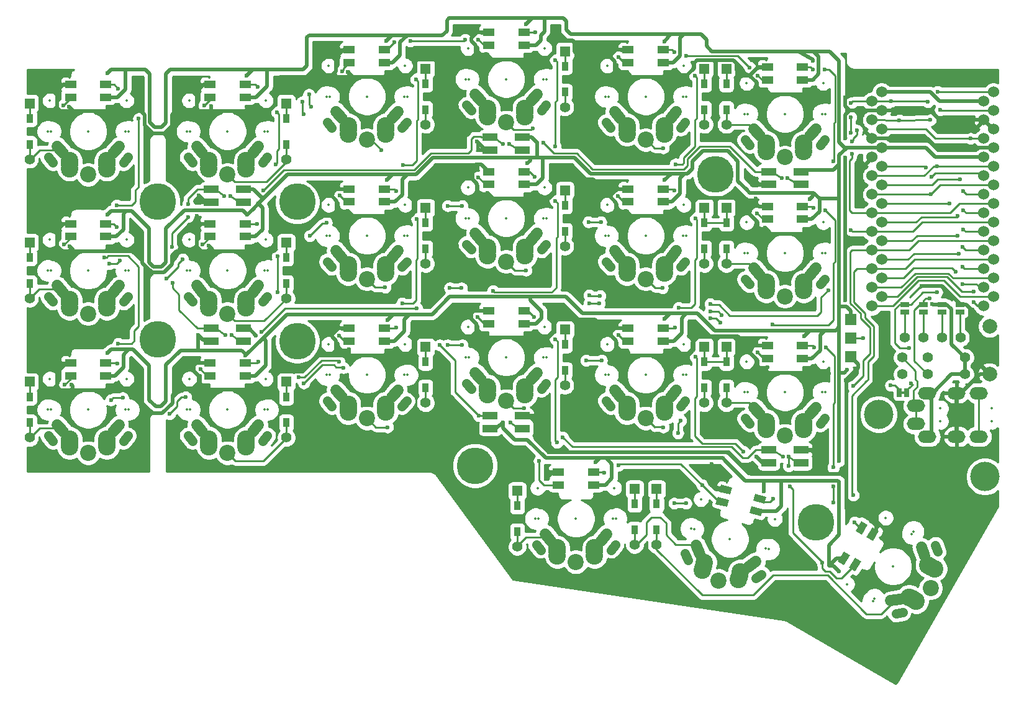
<source format=gbr>
G04 #@! TF.GenerationSoftware,KiCad,Pcbnew,5.1.5+dfsg1-2~bpo10+1*
G04 #@! TF.CreationDate,2020-09-05T13:32:18+00:00*
G04 #@! TF.ProjectId,corne-classic,636f726e-652d-4636-9c61-737369632e6b,1.1*
G04 #@! TF.SameCoordinates,Original*
G04 #@! TF.FileFunction,Copper,L1,Top*
G04 #@! TF.FilePolarity,Positive*
%FSLAX46Y46*%
G04 Gerber Fmt 4.6, Leading zero omitted, Abs format (unit mm)*
G04 Created by KiCad (PCBNEW 5.1.5+dfsg1-2~bpo10+1) date 2020-09-05 13:32:18*
%MOMM*%
%LPD*%
G04 APERTURE LIST*
%ADD10C,1.397000*%
%ADD11O,2.500000X1.700000*%
%ADD12R,0.635000X1.143000*%
%ADD13R,0.381000X0.381000*%
%ADD14R,2.000000X1.000000*%
%ADD15C,1.250000*%
%ADD16C,2.200000*%
%ADD17C,2.400000*%
%ADD18C,1.550000*%
%ADD19C,1.524000*%
%ADD20R,1.600000X1.000000*%
%ADD21C,0.100000*%
%ADD22R,0.950000X1.300000*%
%ADD23R,1.397000X1.397000*%
%ADD24R,1.143000X0.635000*%
%ADD25R,1.524000X1.524000*%
%ADD26C,5.000000*%
%ADD27C,4.000000*%
%ADD28C,2.000000*%
%ADD29C,0.600000*%
%ADD30C,0.250000*%
%ADD31C,0.500000*%
%ADD32C,0.254000*%
%ADD33C,0.350000*%
%ADD34O,1.500000X1.000000*%
G04 APERTURE END LIST*
D10*
X188920000Y-105300000D03*
X186380000Y-105300000D03*
X183840000Y-105300000D03*
X181300000Y-105300000D03*
D11*
X182900000Y-114600000D03*
X184400000Y-118800000D03*
X188400000Y-118800000D03*
X191400000Y-118800000D03*
X188400000Y-112850000D03*
X191400000Y-112850000D03*
X182900000Y-117050000D03*
X184400000Y-112850000D03*
D12*
X180599620Y-112800000D03*
X181600380Y-112800000D03*
D13*
X181100000Y-112800000D03*
D14*
X162800000Y-122375000D03*
X162800000Y-120625000D03*
X167200000Y-122375000D03*
X167200000Y-120625000D03*
X167200000Y-82625000D03*
X167200000Y-84375000D03*
X162800000Y-82625000D03*
X162800000Y-84375000D03*
X129200000Y-77925000D03*
X129200000Y-79675000D03*
X124800000Y-77925000D03*
X124800000Y-79675000D03*
X91200000Y-85025000D03*
X91200000Y-86775000D03*
X86800000Y-85025000D03*
X86800000Y-86775000D03*
X86800000Y-105775000D03*
X86800000Y-104025000D03*
X91200000Y-105775000D03*
X91200000Y-104025000D03*
X124800000Y-117675000D03*
X124800000Y-115925000D03*
X129200000Y-117675000D03*
X129200000Y-115925000D03*
D15*
X181045283Y-142784247D02*
X180109715Y-142949213D01*
X185515039Y-133586916D02*
X185839959Y-134479624D01*
D16*
X184859550Y-139450000D03*
D17*
X182879409Y-141239705D03*
D18*
X183640942Y-133883135D02*
X184068468Y-135057751D01*
D17*
X185419409Y-136840295D03*
D18*
X180660210Y-140961027D02*
X179429200Y-141178087D01*
D17*
X182377114Y-140949705D03*
X181944102Y-140699705D03*
X184484102Y-136300295D03*
X184917113Y-136550295D03*
D19*
X192100000Y-73042000D03*
X192100000Y-75582000D03*
X192100000Y-78122000D03*
X192100000Y-80662000D03*
X192100000Y-83202000D03*
X192100000Y-85742000D03*
X192100000Y-88282000D03*
X192100000Y-90822000D03*
X192100000Y-93362000D03*
X192100000Y-95902000D03*
X192100000Y-98442000D03*
X192100000Y-100982000D03*
X176860000Y-100982000D03*
X176860000Y-98442000D03*
X176860000Y-95902000D03*
X176860000Y-93362000D03*
X176860000Y-90822000D03*
X176860000Y-88282000D03*
X176860000Y-85742000D03*
X176860000Y-83202000D03*
X176860000Y-80662000D03*
X176860000Y-78122000D03*
X176860000Y-75582000D03*
X176860000Y-73042000D03*
X193406400Y-71772000D03*
X193406400Y-74312000D03*
X193406400Y-76852000D03*
X193406400Y-79392000D03*
X193406400Y-81932000D03*
X193406400Y-84472000D03*
X193406400Y-87012000D03*
X193406400Y-89552000D03*
X193406400Y-92092000D03*
X193406400Y-94632000D03*
X193406400Y-97172000D03*
X193406400Y-99712000D03*
X178186400Y-99712000D03*
X178186400Y-97172000D03*
X178186400Y-94632000D03*
X178186400Y-92092000D03*
X178186400Y-89552000D03*
X178186400Y-87012000D03*
X178186400Y-84472000D03*
X178186400Y-81932000D03*
X178186400Y-79392000D03*
X178186400Y-76852000D03*
X178186400Y-74312000D03*
X178186400Y-71772000D03*
D20*
X67600000Y-70750000D03*
X67600000Y-72500000D03*
X72400000Y-70750000D03*
X72400000Y-72500000D03*
X86600000Y-70750000D03*
X86600000Y-72500000D03*
X91400000Y-70750000D03*
X91400000Y-72500000D03*
X105600000Y-66000000D03*
X105600000Y-67750000D03*
X110400000Y-66000000D03*
X110400000Y-67750000D03*
X124600000Y-63625000D03*
X124600000Y-65375000D03*
X129400000Y-63625000D03*
X129400000Y-65375000D03*
X143600000Y-66000000D03*
X143600000Y-67750000D03*
X148400000Y-66000000D03*
X148400000Y-67750000D03*
X162600000Y-68375000D03*
X162600000Y-70125000D03*
X167400000Y-68375000D03*
X167400000Y-70125000D03*
X67600000Y-89750000D03*
X67600000Y-91500000D03*
X72400000Y-89750000D03*
X72400000Y-91500000D03*
X86600000Y-89750000D03*
X86600000Y-91500000D03*
X91400000Y-89750000D03*
X91400000Y-91500000D03*
X105600000Y-85000000D03*
X105600000Y-86750000D03*
X110400000Y-85000000D03*
X110400000Y-86750000D03*
X124600000Y-82625000D03*
X124600000Y-84375000D03*
X129400000Y-82625000D03*
X129400000Y-84375000D03*
X143600000Y-85000000D03*
X143600000Y-86750000D03*
X148400000Y-85000000D03*
X148400000Y-86750000D03*
X162600000Y-87375000D03*
X162600000Y-89125000D03*
X167400000Y-87375000D03*
X167400000Y-89125000D03*
X67600000Y-108750000D03*
X67600000Y-110500000D03*
X72400000Y-108750000D03*
X72400000Y-110500000D03*
X86600000Y-108750000D03*
X86600000Y-110500000D03*
X91400000Y-108750000D03*
X91400000Y-110500000D03*
X105600000Y-104000000D03*
X105600000Y-105750000D03*
X110400000Y-104000000D03*
X110400000Y-105750000D03*
X124600000Y-101625000D03*
X124600000Y-103375000D03*
X129400000Y-101625000D03*
X129400000Y-103375000D03*
X143600000Y-104000000D03*
X143600000Y-105750000D03*
X148400000Y-104000000D03*
X148400000Y-105750000D03*
X162600000Y-106375000D03*
X162600000Y-108125000D03*
X167400000Y-106375000D03*
X167400000Y-108125000D03*
X134100000Y-123625000D03*
X134100000Y-125375000D03*
X138900000Y-123625000D03*
X138900000Y-125375000D03*
G04 #@! TA.AperFunction,SMDPad,CuDef*
D21*
G36*
X156006095Y-126309557D02*
G01*
X156264914Y-125343631D01*
X157810395Y-125757741D01*
X157551576Y-126723667D01*
X156006095Y-126309557D01*
G37*
G04 #@! TD.AperFunction*
G04 #@! TA.AperFunction,SMDPad,CuDef*
G36*
X155553161Y-127999927D02*
G01*
X155811980Y-127034001D01*
X157357461Y-127448111D01*
X157098642Y-128414037D01*
X155553161Y-127999927D01*
G37*
G04 #@! TD.AperFunction*
G04 #@! TA.AperFunction,SMDPad,CuDef*
G36*
X160642539Y-127551889D02*
G01*
X160901358Y-126585963D01*
X162446839Y-127000073D01*
X162188020Y-127965999D01*
X160642539Y-127551889D01*
G37*
G04 #@! TD.AperFunction*
G04 #@! TA.AperFunction,SMDPad,CuDef*
G36*
X160189605Y-129242259D02*
G01*
X160448424Y-128276333D01*
X161993905Y-128690443D01*
X161735086Y-129656369D01*
X160189605Y-129242259D01*
G37*
G04 #@! TD.AperFunction*
G04 #@! TA.AperFunction,SMDPad,CuDef*
G36*
X176924759Y-131166219D02*
G01*
X177790785Y-131666219D01*
X176990785Y-133051859D01*
X176124759Y-132551859D01*
X176924759Y-131166219D01*
G37*
G04 #@! TD.AperFunction*
G04 #@! TA.AperFunction,SMDPad,CuDef*
G36*
X175409215Y-130291219D02*
G01*
X176275241Y-130791219D01*
X175475241Y-132176859D01*
X174609215Y-131676859D01*
X175409215Y-130291219D01*
G37*
G04 #@! TD.AperFunction*
G04 #@! TA.AperFunction,SMDPad,CuDef*
G36*
X174524759Y-135323141D02*
G01*
X175390785Y-135823141D01*
X174590785Y-137208781D01*
X173724759Y-136708781D01*
X174524759Y-135323141D01*
G37*
G04 #@! TD.AperFunction*
G04 #@! TA.AperFunction,SMDPad,CuDef*
G36*
X173009215Y-134448141D02*
G01*
X173875241Y-134948141D01*
X173075241Y-136333781D01*
X172209215Y-135833781D01*
X173009215Y-134448141D01*
G37*
G04 #@! TD.AperFunction*
D22*
X62000000Y-78900000D03*
D10*
X62000000Y-80935000D03*
D23*
X62000000Y-73315000D03*
D22*
X62000000Y-75350000D03*
X97000000Y-78900000D03*
D10*
X97000000Y-80935000D03*
D23*
X97000000Y-73315000D03*
D22*
X97000000Y-75350000D03*
X116000000Y-74150000D03*
D10*
X116000000Y-76185000D03*
D23*
X116000000Y-68565000D03*
D22*
X116000000Y-70600000D03*
X135000000Y-71775000D03*
D10*
X135000000Y-73810000D03*
D23*
X135000000Y-66190000D03*
D22*
X135000000Y-68225000D03*
X154000000Y-74150000D03*
D10*
X154000000Y-76185000D03*
D23*
X154000000Y-68565000D03*
D22*
X154000000Y-70600000D03*
X157000000Y-74150000D03*
D10*
X157000000Y-76185000D03*
D23*
X157000000Y-68565000D03*
D22*
X157000000Y-70600000D03*
X62000000Y-97900000D03*
D10*
X62000000Y-99935000D03*
D23*
X62000000Y-92315000D03*
D22*
X62000000Y-94350000D03*
X97000000Y-97900000D03*
D10*
X97000000Y-99935000D03*
D23*
X97000000Y-92315000D03*
D22*
X97000000Y-94350000D03*
X116000000Y-93150000D03*
D10*
X116000000Y-95185000D03*
D23*
X116000000Y-87565000D03*
D22*
X116000000Y-89600000D03*
X135000000Y-90775000D03*
D10*
X135000000Y-92810000D03*
D23*
X135000000Y-85190000D03*
D22*
X135000000Y-87225000D03*
X154000000Y-93150000D03*
D10*
X154000000Y-95185000D03*
D23*
X154000000Y-87565000D03*
D22*
X154000000Y-89600000D03*
X157000000Y-93150000D03*
D10*
X157000000Y-95185000D03*
D23*
X157000000Y-87565000D03*
D22*
X157000000Y-89600000D03*
X62000000Y-116900000D03*
D10*
X62000000Y-118935000D03*
D23*
X62000000Y-111315000D03*
D22*
X62000000Y-113350000D03*
X97000000Y-116900000D03*
D10*
X97000000Y-118935000D03*
D23*
X97000000Y-111315000D03*
D22*
X97000000Y-113350000D03*
X116000000Y-112150000D03*
D10*
X116000000Y-114185000D03*
D23*
X116000000Y-106565000D03*
D22*
X116000000Y-108600000D03*
X135000000Y-109775000D03*
D10*
X135000000Y-111810000D03*
D23*
X135000000Y-104190000D03*
D22*
X135000000Y-106225000D03*
X157000000Y-112150000D03*
D10*
X157000000Y-114185000D03*
D23*
X157000000Y-106565000D03*
D22*
X157000000Y-108600000D03*
X128500000Y-131775000D03*
D10*
X128500000Y-133810000D03*
D23*
X128500000Y-126190000D03*
D22*
X128500000Y-128225000D03*
X144500000Y-131525000D03*
D10*
X144500000Y-133560000D03*
D23*
X144500000Y-125940000D03*
D22*
X144500000Y-127975000D03*
X147500000Y-131525000D03*
D10*
X147500000Y-133560000D03*
D23*
X147500000Y-125940000D03*
D22*
X147500000Y-127975000D03*
X154000000Y-112150000D03*
D10*
X154000000Y-114185000D03*
D23*
X154000000Y-106565000D03*
D22*
X154000000Y-108600000D03*
D17*
X72540000Y-81625000D03*
X72540000Y-81125000D03*
X67460000Y-81125000D03*
X67460000Y-81625000D03*
D18*
X66591742Y-80143778D02*
X65788258Y-79186222D01*
D17*
X72540000Y-82205000D03*
D18*
X74211742Y-79186222D02*
X73408258Y-80143778D01*
D17*
X67460000Y-82205000D03*
D16*
X70000000Y-83025000D03*
D15*
X75405324Y-80661129D02*
X74794676Y-81388871D01*
X65205324Y-81388871D02*
X64594676Y-80661129D01*
D17*
X91540000Y-81625000D03*
X91540000Y-81125000D03*
X86460000Y-81125000D03*
X86460000Y-81625000D03*
D18*
X85591742Y-80143778D02*
X84788258Y-79186222D01*
D17*
X91540000Y-82205000D03*
D18*
X93211742Y-79186222D02*
X92408258Y-80143778D01*
D17*
X86460000Y-82205000D03*
D16*
X89000000Y-83025000D03*
D15*
X94405324Y-80661129D02*
X93794676Y-81388871D01*
X84205324Y-81388871D02*
X83594676Y-80661129D01*
D17*
X110540000Y-76875000D03*
X110540000Y-76375000D03*
X105460000Y-76375000D03*
X105460000Y-76875000D03*
D18*
X104591742Y-75393778D02*
X103788258Y-74436222D01*
D17*
X110540000Y-77455000D03*
D18*
X112211742Y-74436222D02*
X111408258Y-75393778D01*
D17*
X105460000Y-77455000D03*
D16*
X108000000Y-78275000D03*
D15*
X113405324Y-75911129D02*
X112794676Y-76638871D01*
X103205324Y-76638871D02*
X102594676Y-75911129D01*
D17*
X129540000Y-74500000D03*
X129540000Y-74000000D03*
X124460000Y-74000000D03*
X124460000Y-74500000D03*
D18*
X123591742Y-73018778D02*
X122788258Y-72061222D01*
D17*
X129540000Y-75080000D03*
D18*
X131211742Y-72061222D02*
X130408258Y-73018778D01*
D17*
X124460000Y-75080000D03*
D16*
X127000000Y-75900000D03*
D15*
X132405324Y-73536129D02*
X131794676Y-74263871D01*
X122205324Y-74263871D02*
X121594676Y-73536129D01*
D17*
X148540000Y-76875000D03*
X148540000Y-76375000D03*
X143460000Y-76375000D03*
X143460000Y-76875000D03*
D18*
X142591742Y-75393778D02*
X141788258Y-74436222D01*
D17*
X148540000Y-77455000D03*
D18*
X150211742Y-74436222D02*
X149408258Y-75393778D01*
D17*
X143460000Y-77455000D03*
D16*
X146000000Y-78275000D03*
D15*
X151405324Y-75911129D02*
X150794676Y-76638871D01*
X141205324Y-76638871D02*
X140594676Y-75911129D01*
D17*
X167540000Y-79250000D03*
X167540000Y-78750000D03*
X162460000Y-78750000D03*
X162460000Y-79250000D03*
D18*
X161591742Y-77768778D02*
X160788258Y-76811222D01*
D17*
X167540000Y-79830000D03*
D18*
X169211742Y-76811222D02*
X168408258Y-77768778D01*
D17*
X162460000Y-79830000D03*
D16*
X165000000Y-80650000D03*
D15*
X170405324Y-78286129D02*
X169794676Y-79013871D01*
X160205324Y-79013871D02*
X159594676Y-78286129D01*
D17*
X72540000Y-100625000D03*
X72540000Y-100125000D03*
X67460000Y-100125000D03*
X67460000Y-100625000D03*
D18*
X66591742Y-99143778D02*
X65788258Y-98186222D01*
D17*
X72540000Y-101205000D03*
D18*
X74211742Y-98186222D02*
X73408258Y-99143778D01*
D17*
X67460000Y-101205000D03*
D16*
X70000000Y-102025000D03*
D15*
X75405324Y-99661129D02*
X74794676Y-100388871D01*
X65205324Y-100388871D02*
X64594676Y-99661129D01*
D17*
X91540000Y-100625000D03*
X91540000Y-100125000D03*
X86460000Y-100125000D03*
X86460000Y-100625000D03*
D18*
X85591742Y-99143778D02*
X84788258Y-98186222D01*
D17*
X91540000Y-101205000D03*
D18*
X93211742Y-98186222D02*
X92408258Y-99143778D01*
D17*
X86460000Y-101205000D03*
D16*
X89000000Y-102025000D03*
D15*
X94405324Y-99661129D02*
X93794676Y-100388871D01*
X84205324Y-100388871D02*
X83594676Y-99661129D01*
D17*
X110540000Y-95875000D03*
X110540000Y-95375000D03*
X105460000Y-95375000D03*
X105460000Y-95875000D03*
D18*
X104591742Y-94393778D02*
X103788258Y-93436222D01*
D17*
X110540000Y-96455000D03*
D18*
X112211742Y-93436222D02*
X111408258Y-94393778D01*
D17*
X105460000Y-96455000D03*
D16*
X108000000Y-97275000D03*
D15*
X113405324Y-94911129D02*
X112794676Y-95638871D01*
X103205324Y-95638871D02*
X102594676Y-94911129D01*
D17*
X129540000Y-93500000D03*
X129540000Y-93000000D03*
X124460000Y-93000000D03*
X124460000Y-93500000D03*
D18*
X123591742Y-92018778D02*
X122788258Y-91061222D01*
D17*
X129540000Y-94080000D03*
D18*
X131211742Y-91061222D02*
X130408258Y-92018778D01*
D17*
X124460000Y-94080000D03*
D16*
X127000000Y-94900000D03*
D15*
X132405324Y-92536129D02*
X131794676Y-93263871D01*
X122205324Y-93263871D02*
X121594676Y-92536129D01*
D17*
X148540000Y-95875000D03*
X148540000Y-95375000D03*
X143460000Y-95375000D03*
X143460000Y-95875000D03*
D18*
X142591742Y-94393778D02*
X141788258Y-93436222D01*
D17*
X148540000Y-96455000D03*
D18*
X150211742Y-93436222D02*
X149408258Y-94393778D01*
D17*
X143460000Y-96455000D03*
D16*
X146000000Y-97275000D03*
D15*
X151405324Y-94911129D02*
X150794676Y-95638871D01*
X141205324Y-95638871D02*
X140594676Y-94911129D01*
D17*
X167540000Y-98250000D03*
X167540000Y-97750000D03*
X162460000Y-97750000D03*
X162460000Y-98250000D03*
D18*
X161591742Y-96768778D02*
X160788258Y-95811222D01*
D17*
X167540000Y-98830000D03*
D18*
X169211742Y-95811222D02*
X168408258Y-96768778D01*
D17*
X162460000Y-98830000D03*
D16*
X165000000Y-99650000D03*
D15*
X170405324Y-97286129D02*
X169794676Y-98013871D01*
X160205324Y-98013871D02*
X159594676Y-97286129D01*
D17*
X72540000Y-119625000D03*
X72540000Y-119125000D03*
X67460000Y-119125000D03*
X67460000Y-119625000D03*
D18*
X66591742Y-118143778D02*
X65788258Y-117186222D01*
D17*
X72540000Y-120205000D03*
D18*
X74211742Y-117186222D02*
X73408258Y-118143778D01*
D17*
X67460000Y-120205000D03*
D16*
X70000000Y-121025000D03*
D15*
X75405324Y-118661129D02*
X74794676Y-119388871D01*
X65205324Y-119388871D02*
X64594676Y-118661129D01*
D17*
X91540000Y-119625000D03*
X91540000Y-119125000D03*
X86460000Y-119125000D03*
X86460000Y-119625000D03*
D18*
X85591742Y-118143778D02*
X84788258Y-117186222D01*
D17*
X91540000Y-120205000D03*
D18*
X93211742Y-117186222D02*
X92408258Y-118143778D01*
D17*
X86460000Y-120205000D03*
D16*
X89000000Y-121025000D03*
D15*
X94405324Y-118661129D02*
X93794676Y-119388871D01*
X84205324Y-119388871D02*
X83594676Y-118661129D01*
D17*
X110540000Y-114875000D03*
X110540000Y-114375000D03*
X105460000Y-114375000D03*
X105460000Y-114875000D03*
D18*
X104591742Y-113393778D02*
X103788258Y-112436222D01*
D17*
X110540000Y-115455000D03*
D18*
X112211742Y-112436222D02*
X111408258Y-113393778D01*
D17*
X105460000Y-115455000D03*
D16*
X108000000Y-116275000D03*
D15*
X113405324Y-113911129D02*
X112794676Y-114638871D01*
X103205324Y-114638871D02*
X102594676Y-113911129D01*
D17*
X148540000Y-114875000D03*
X148540000Y-114375000D03*
X143460000Y-114375000D03*
X143460000Y-114875000D03*
D18*
X142591742Y-113393778D02*
X141788258Y-112436222D01*
D17*
X148540000Y-115455000D03*
D18*
X150211742Y-112436222D02*
X149408258Y-113393778D01*
D17*
X143460000Y-115455000D03*
D16*
X146000000Y-116275000D03*
D15*
X151405324Y-113911129D02*
X150794676Y-114638871D01*
X141205324Y-114638871D02*
X140594676Y-113911129D01*
D17*
X167540000Y-117250000D03*
X167540000Y-116750000D03*
X162460000Y-116750000D03*
X162460000Y-117250000D03*
D18*
X161591742Y-115768778D02*
X160788258Y-114811222D01*
D17*
X167540000Y-117830000D03*
D18*
X169211742Y-114811222D02*
X168408258Y-115768778D01*
D17*
X162460000Y-117830000D03*
D16*
X165000000Y-118650000D03*
D15*
X170405324Y-116286129D02*
X169794676Y-117013871D01*
X160205324Y-117013871D02*
X159594676Y-116286129D01*
D17*
X139040000Y-134500000D03*
X139040000Y-134000000D03*
X133960000Y-134000000D03*
X133960000Y-134500000D03*
D18*
X133091742Y-133018778D02*
X132288258Y-132061222D01*
D17*
X139040000Y-135080000D03*
D18*
X140711742Y-132061222D02*
X139908258Y-133018778D01*
D17*
X133960000Y-135080000D03*
D16*
X136500000Y-135900000D03*
D15*
X141905324Y-133536129D02*
X141294676Y-134263871D01*
X131705324Y-134263871D02*
X131094676Y-133536129D01*
D17*
X158788766Y-137754067D03*
X158918175Y-137271104D03*
X154011272Y-135956303D03*
X153881863Y-136439266D03*
D18*
X153426558Y-134783793D02*
X152898286Y-133650909D01*
D17*
X158638651Y-138314304D03*
D18*
X161034747Y-135831067D02*
X160010807Y-136548037D01*
D17*
X153731748Y-136999503D03*
D16*
X155972968Y-138448962D03*
D15*
X161805924Y-137564639D02*
X161027730Y-138109537D01*
X151765128Y-135627630D02*
X151363640Y-134766638D01*
D17*
X129540000Y-112500000D03*
X129540000Y-112000000D03*
X124460000Y-112000000D03*
X124460000Y-112500000D03*
D18*
X123591742Y-111018778D02*
X122788258Y-110061222D01*
D17*
X129540000Y-113080000D03*
D18*
X131211742Y-110061222D02*
X130408258Y-111018778D01*
D17*
X124460000Y-113080000D03*
D16*
X127000000Y-113900000D03*
D15*
X132405324Y-111536129D02*
X131794676Y-112263871D01*
X122205324Y-112263871D02*
X121594676Y-111536129D01*
D10*
X189540000Y-108000000D03*
X184460000Y-108000000D03*
X189540000Y-110300000D03*
X184460000Y-110300000D03*
D24*
X188875000Y-100749620D03*
X188875000Y-101750380D03*
X186375000Y-100749620D03*
X186375000Y-101750380D03*
X183875000Y-100749620D03*
X183875000Y-101750380D03*
X181375000Y-100749620D03*
X181375000Y-101750380D03*
D25*
X174000000Y-102820000D03*
X174000000Y-105360000D03*
X174000000Y-107900000D03*
D26*
X79500000Y-105500000D03*
D27*
X177750000Y-115750000D03*
X192250000Y-124250000D03*
D26*
X79500000Y-86750000D03*
X98500000Y-86750000D03*
X98500000Y-105750000D03*
X155500000Y-83000000D03*
X122750000Y-122750000D03*
X169250000Y-130500000D03*
D10*
X181000000Y-108000000D03*
X181000000Y-110300000D03*
D28*
X192900000Y-103750000D03*
X192900000Y-110250000D03*
D29*
X174100000Y-80200000D03*
X174100000Y-78500000D03*
X174800000Y-77000000D03*
X174000000Y-90600000D03*
X138200000Y-89500000D03*
X139900000Y-89500000D03*
X121000000Y-87300000D03*
X119000000Y-87300000D03*
X100200000Y-91400000D03*
X102500000Y-89600000D03*
X82900000Y-94600000D03*
X80700000Y-97200000D03*
X72900000Y-95200000D03*
X74300000Y-94800000D03*
X174300000Y-111900000D03*
X137900000Y-108400000D03*
X140000000Y-108400000D03*
X121000000Y-106300000D03*
X119000000Y-106300000D03*
X104800000Y-109400000D03*
X99400000Y-111500000D03*
X73100000Y-113800000D03*
X74700000Y-113500000D03*
X81100000Y-115700000D03*
X83300000Y-113400000D03*
X110000000Y-79700000D03*
X174300000Y-126800000D03*
X149900000Y-127900000D03*
X151500000Y-127900000D03*
X130600000Y-76700000D03*
X148400000Y-79400000D03*
X110500000Y-98400000D03*
X129700000Y-96100000D03*
X148300000Y-98500000D03*
X110800000Y-117500000D03*
X129400000Y-114900000D03*
X148400000Y-117500000D03*
X99200000Y-109900000D03*
X100200000Y-112500000D03*
X169200000Y-121300000D03*
X131000000Y-116800000D03*
X92900000Y-105000000D03*
X95200000Y-107700000D03*
X84800000Y-88700000D03*
X85100000Y-85900000D03*
X123000000Y-78500000D03*
X123000000Y-81600000D03*
X161000000Y-83900000D03*
X161000000Y-86300000D03*
X186082000Y-75582000D03*
X185700000Y-79400000D03*
X183600000Y-98200000D03*
X173400000Y-120300000D03*
X67700000Y-111700000D03*
X105600000Y-106900000D03*
X122900000Y-103400000D03*
X170900000Y-72100000D03*
X173200000Y-72500000D03*
X173200000Y-78100000D03*
X173200000Y-80700000D03*
X176800000Y-130300000D03*
X132400000Y-124600000D03*
X132800000Y-120900000D03*
X157300000Y-120900000D03*
X155000000Y-122500000D03*
X155000000Y-125400000D03*
X162600000Y-109300000D03*
X143400000Y-107000000D03*
X171000000Y-110200000D03*
X85200000Y-110500000D03*
X170800000Y-91400000D03*
X173200000Y-91400000D03*
X162300000Y-90300000D03*
X143300000Y-88000000D03*
X124400000Y-85500000D03*
X105400000Y-88000000D03*
X86400000Y-92700000D03*
X67500000Y-92800000D03*
X173300000Y-111100000D03*
X173200000Y-100200000D03*
X162300000Y-71400000D03*
X143400000Y-69000000D03*
X124300000Y-66600000D03*
X105400000Y-69000000D03*
X86800000Y-73700000D03*
X67400000Y-73800000D03*
X162100000Y-124900000D03*
X161100000Y-121500000D03*
X85000000Y-104900000D03*
X93200000Y-87000000D03*
X131200000Y-78700000D03*
X169000000Y-82400000D03*
X185100000Y-100700000D03*
X172400000Y-118900000D03*
X131700000Y-101600000D03*
X162100000Y-126300000D03*
X168800000Y-67500000D03*
X172400000Y-137200000D03*
X172400000Y-122100000D03*
X172400000Y-125000000D03*
X129900000Y-81500000D03*
X168400000Y-86400000D03*
X167600000Y-105100000D03*
X148600000Y-102700000D03*
X110800000Y-102900000D03*
X72600000Y-107400000D03*
X148600000Y-83800000D03*
X110700000Y-83800000D03*
X72600000Y-88500000D03*
X173500000Y-109700000D03*
X139200000Y-122300000D03*
X148600000Y-64900000D03*
X129700000Y-62500000D03*
X110600000Y-64800000D03*
X91600000Y-69500000D03*
X72600000Y-69200000D03*
X91700000Y-88500000D03*
X91400000Y-107700000D03*
X126575000Y-116825000D03*
X185000000Y-83300000D03*
X184200000Y-82100000D03*
X99400000Y-74800000D03*
X99200000Y-73100000D03*
X189300000Y-85300000D03*
X188900000Y-83700000D03*
X100100000Y-72100000D03*
X100400000Y-73800000D03*
X189300000Y-87900000D03*
X187400000Y-87000000D03*
X170900000Y-98800000D03*
X154800000Y-100700000D03*
X139800000Y-99600000D03*
X138300000Y-99500000D03*
X120900000Y-98500000D03*
X119300000Y-98500000D03*
X189300000Y-90500000D03*
X188500000Y-88700000D03*
X138300000Y-100600000D03*
X139700000Y-100600000D03*
X154800000Y-101700000D03*
X156400000Y-102200000D03*
X189200000Y-92900000D03*
X188500000Y-91400000D03*
X154800000Y-102600000D03*
X156200000Y-103200000D03*
X150400000Y-118300000D03*
X150800000Y-116600000D03*
X189200000Y-95600000D03*
X188700000Y-93800000D03*
X174000000Y-73300000D03*
X174000000Y-75200000D03*
X174000000Y-77300000D03*
X175700000Y-105360000D03*
X179500000Y-73042000D03*
X185800000Y-71700000D03*
X184500000Y-73100000D03*
X165375000Y-83525000D03*
X179400000Y-111800000D03*
X180600000Y-75600000D03*
X184818000Y-75582000D03*
X186200000Y-74200000D03*
X74100000Y-71300000D03*
X85800000Y-73600000D03*
X73900000Y-90200000D03*
X76900000Y-75400000D03*
X73900000Y-87200000D03*
X66600000Y-73600000D03*
X111700000Y-65000000D03*
X113900000Y-64800000D03*
X121400000Y-64600000D03*
X123200000Y-64600000D03*
X123200000Y-83400000D03*
X133700000Y-79200000D03*
X133700000Y-67400000D03*
X131000000Y-63600000D03*
X150000000Y-103900000D03*
X150500000Y-101200000D03*
X152800000Y-89000000D03*
X142200000Y-86000000D03*
X66800000Y-111700000D03*
X104200000Y-108600000D03*
X98700000Y-110700000D03*
X93200000Y-108600000D03*
X104200000Y-105000000D03*
X125200000Y-98900000D03*
X133700000Y-86600000D03*
X130900000Y-83300000D03*
X123100000Y-102500000D03*
X170400000Y-68700000D03*
X171600000Y-81200000D03*
X168800000Y-68700000D03*
X161200000Y-88300000D03*
X72200000Y-94300000D03*
X74100000Y-106100000D03*
X74000000Y-108800000D03*
X66700000Y-92600000D03*
X112000000Y-103900000D03*
X112800000Y-100600000D03*
X114800000Y-89100000D03*
X104300000Y-85900000D03*
X133700000Y-105500000D03*
X133900000Y-119600000D03*
X130800000Y-102500000D03*
X131500000Y-122100000D03*
X190300000Y-78122000D03*
X184900000Y-85700000D03*
X184700000Y-99900000D03*
X185700000Y-99100000D03*
X181900000Y-106700000D03*
X185700000Y-81900000D03*
X151500000Y-66800000D03*
X160200000Y-68400000D03*
X149900000Y-66300000D03*
X161300000Y-69500000D03*
X189200000Y-98000000D03*
X188300000Y-96300000D03*
X190700000Y-100400000D03*
X190700000Y-99000000D03*
X95600000Y-81600000D03*
X95700000Y-74500000D03*
X93100000Y-71100000D03*
X85600000Y-92600000D03*
X112000000Y-85300000D03*
X112900000Y-81700000D03*
X114700000Y-70000000D03*
X104600000Y-68900000D03*
X152700000Y-69500000D03*
X150100000Y-81600000D03*
X149900000Y-85200000D03*
X142300000Y-67000000D03*
X93000000Y-89800000D03*
X95800000Y-94200000D03*
X95800000Y-99100000D03*
X85300000Y-109600000D03*
X163300000Y-103500000D03*
X168900000Y-87600000D03*
X170500000Y-87900000D03*
X161300000Y-107300000D03*
X159300000Y-120800000D03*
X152800000Y-107900000D03*
X163400000Y-127300000D03*
X142300000Y-104900000D03*
X171600000Y-127800000D03*
X171600000Y-123000000D03*
X171600000Y-125600000D03*
X170600000Y-106600000D03*
X169000000Y-106600000D03*
X174500000Y-130500000D03*
X140400000Y-123700000D03*
X142300000Y-122700000D03*
X153700000Y-125400000D03*
X182200000Y-111500000D03*
X165700000Y-125600000D03*
X170100000Y-136000000D03*
X165500000Y-121525000D03*
X165500000Y-122800000D03*
X93900000Y-85200000D03*
X126575000Y-78850000D03*
X89375000Y-85925000D03*
X81500000Y-97800000D03*
X81400000Y-92900000D03*
X83600000Y-88800000D03*
X83600000Y-87100000D03*
X88575000Y-85975000D03*
X88700000Y-104900000D03*
X132100000Y-78700000D03*
X164575000Y-83500000D03*
X127375000Y-78825000D03*
X123225000Y-115925000D03*
X114800000Y-101300000D03*
X93600000Y-104500000D03*
X117900000Y-106300000D03*
X89550000Y-104900000D03*
X134700000Y-118900000D03*
X127575000Y-116825000D03*
X164700000Y-121525000D03*
D30*
X176860000Y-88282000D02*
X187518000Y-88282000D01*
X188788000Y-87012000D02*
X193406400Y-87012000D01*
X187518000Y-88282000D02*
X188788000Y-87012000D01*
X154000000Y-70600000D02*
X154000000Y-68565000D01*
X174100000Y-80775002D02*
X173775002Y-81100000D01*
X173775002Y-81100000D02*
X173775002Y-87875002D01*
X173775002Y-87875002D02*
X174182000Y-88282000D01*
X176860000Y-88282000D02*
X174182000Y-88282000D01*
X174300000Y-78300000D02*
X174100000Y-78500000D01*
X174300000Y-78100000D02*
X174300000Y-78300000D01*
X174800000Y-77600000D02*
X174300000Y-78100000D01*
X174800000Y-77000000D02*
X174800000Y-77600000D01*
X174100000Y-80200000D02*
X174100000Y-80775002D01*
X157000000Y-70600000D02*
X157000000Y-68565000D01*
X135000000Y-66190000D02*
X135000000Y-68225000D01*
X116000000Y-70600000D02*
X116000000Y-68565000D01*
X97000000Y-73315000D02*
X97000000Y-75350000D01*
X62000000Y-73315000D02*
X62000000Y-75350000D01*
X62000000Y-80935000D02*
X62165000Y-80935000D01*
X62165000Y-80935000D02*
X63435000Y-79665000D01*
X63435000Y-79665000D02*
X66190000Y-79665000D01*
X62000000Y-78900000D02*
X62000000Y-80935000D01*
X176860000Y-90822000D02*
X182478000Y-90822000D01*
X183748000Y-89552000D02*
X193406400Y-89552000D01*
X182478000Y-90822000D02*
X183748000Y-89552000D01*
X174222000Y-90822000D02*
X176860000Y-90822000D01*
X174000000Y-90600000D02*
X174222000Y-90822000D01*
X154000000Y-89600000D02*
X157000000Y-89600000D01*
X139900000Y-89500000D02*
X138200000Y-89500000D01*
X121000000Y-87300000D02*
X119000000Y-87300000D01*
X101900000Y-89700000D02*
X100200000Y-91400000D01*
X102400000Y-89700000D02*
X101900000Y-89700000D01*
X102500000Y-89600000D02*
X102400000Y-89700000D01*
X82900000Y-94600000D02*
X82300000Y-95200000D01*
X82300000Y-95200000D02*
X82300000Y-95600000D01*
X82300000Y-95600000D02*
X80700000Y-97200000D01*
X73900000Y-95200000D02*
X72900000Y-95200000D01*
X74300000Y-94800000D02*
X73900000Y-95200000D01*
X154000000Y-89600000D02*
X154000000Y-87565000D01*
X157000000Y-89600000D02*
X157000000Y-87565000D01*
X135000000Y-87225000D02*
X135000000Y-85190000D01*
X116000000Y-89600000D02*
X116000000Y-87565000D01*
X97000000Y-92315000D02*
X97000000Y-94350000D01*
X62000000Y-92315000D02*
X62000000Y-94350000D01*
X97000000Y-80935000D02*
X97000000Y-81300000D01*
X97000000Y-81300000D02*
X94300000Y-84000000D01*
X89975000Y-84000000D02*
X89000000Y-83025000D01*
X94300000Y-84000000D02*
X89975000Y-84000000D01*
X97000000Y-78900000D02*
X97000000Y-80935000D01*
X176860000Y-93362000D02*
X181938000Y-93362000D01*
X183208000Y-92092000D02*
X193406400Y-92092000D01*
X181938000Y-93362000D02*
X183208000Y-92092000D01*
X173900000Y-100600000D02*
X173900000Y-93600000D01*
X174300000Y-111900000D02*
X175700000Y-110500000D01*
X175700000Y-110500000D02*
X175700000Y-108400000D01*
X175700000Y-108400000D02*
X176600000Y-107500000D01*
X176600000Y-107500000D02*
X176600000Y-103900000D01*
X176600000Y-103900000D02*
X175300000Y-102600000D01*
X175300000Y-102600000D02*
X175300000Y-102000000D01*
X175300000Y-102000000D02*
X173900000Y-100600000D01*
X174138000Y-93362000D02*
X176860000Y-93362000D01*
X173900000Y-93600000D02*
X174138000Y-93362000D01*
X154000000Y-108600000D02*
X157000000Y-108600000D01*
X140000000Y-108400000D02*
X137900000Y-108400000D01*
X121000000Y-106300000D02*
X119000000Y-106300000D01*
X104800000Y-109400000D02*
X104700000Y-109300000D01*
X104700000Y-109300000D02*
X103800000Y-109300000D01*
X103800000Y-109300000D02*
X103500000Y-109000000D01*
X103500000Y-109000000D02*
X101900000Y-109000000D01*
X101900000Y-109000000D02*
X99400000Y-111500000D01*
X73100000Y-113800000D02*
X73400000Y-113500000D01*
X73400000Y-113500000D02*
X74700000Y-113500000D01*
X81100000Y-115700000D02*
X82100000Y-114700000D01*
X82100000Y-114700000D02*
X82100000Y-114000000D01*
X82100000Y-114000000D02*
X82700000Y-113400000D01*
X82700000Y-113400000D02*
X83300000Y-113400000D01*
X157000000Y-106565000D02*
X157000000Y-108600000D01*
X154000000Y-108600000D02*
X154000000Y-106565000D01*
X135000000Y-104190000D02*
X135000000Y-106225000D01*
X116000000Y-108600000D02*
X116000000Y-106565000D01*
X97000000Y-113350000D02*
X97000000Y-111315000D01*
X62000000Y-111315000D02*
X62000000Y-113350000D01*
X108000000Y-78275000D02*
X108575000Y-78275000D01*
X108575000Y-78275000D02*
X110000000Y-79700000D01*
X116000000Y-76185000D02*
X116000000Y-76200000D01*
X116000000Y-76185000D02*
X116000000Y-74150000D01*
X176860000Y-95902000D02*
X181398000Y-95902000D01*
X182668000Y-94632000D02*
X193406400Y-94632000D01*
X181398000Y-95902000D02*
X182668000Y-94632000D01*
X149900000Y-127900000D02*
X151500000Y-127900000D01*
X174798000Y-95902000D02*
X176860000Y-95902000D01*
X174400000Y-96300000D02*
X174798000Y-95902000D01*
X174400000Y-100449998D02*
X174400000Y-96300000D01*
X175900000Y-101949998D02*
X174400000Y-100449998D01*
X175900000Y-102563602D02*
X175900000Y-101949998D01*
X177100000Y-103763602D02*
X175900000Y-102563602D01*
X177100000Y-107800000D02*
X177100000Y-103763602D01*
X176300000Y-108600000D02*
X177100000Y-107800000D01*
X176300000Y-111000000D02*
X176300000Y-108600000D01*
X176118199Y-111181801D02*
X176300000Y-111000000D01*
X174100000Y-113200000D02*
X176118199Y-111181801D01*
X174100000Y-126600000D02*
X174100000Y-113200000D01*
X174300000Y-126800000D02*
X174100000Y-126600000D01*
X147500000Y-127975000D02*
X147500000Y-125940000D01*
X144500000Y-125940000D02*
X144500000Y-127975000D01*
X128500000Y-126190000D02*
X128500000Y-128225000D01*
X128000000Y-76900000D02*
X130400000Y-76900000D01*
X127000000Y-75900000D02*
X128000000Y-76900000D01*
X130400000Y-76900000D02*
X130600000Y-76700000D01*
X135000000Y-73810000D02*
X135000000Y-74300000D01*
X135000000Y-71775000D02*
X135000000Y-73810000D01*
X154000000Y-74150000D02*
X154000000Y-76185000D01*
X147200000Y-79400000D02*
X146075000Y-78275000D01*
X148400000Y-79400000D02*
X147200000Y-79400000D01*
X146075000Y-78275000D02*
X146000000Y-78275000D01*
X157000000Y-76185000D02*
X160085000Y-76185000D01*
X160085000Y-76185000D02*
X161190000Y-77290000D01*
X157000000Y-76185000D02*
X157000000Y-74150000D01*
X62000000Y-99935000D02*
X62065000Y-99935000D01*
X62065000Y-99935000D02*
X63335000Y-98665000D01*
X63335000Y-98665000D02*
X66190000Y-98665000D01*
X62000000Y-97900000D02*
X62000000Y-99935000D01*
X97000000Y-99935000D02*
X97000000Y-100000000D01*
X97000000Y-100000000D02*
X94000000Y-103000000D01*
X89975000Y-103000000D02*
X89000000Y-102025000D01*
X94000000Y-103000000D02*
X89975000Y-103000000D01*
X97000000Y-97900000D02*
X97000000Y-99935000D01*
X109100000Y-98400000D02*
X108000000Y-97300000D01*
X110500000Y-98400000D02*
X109100000Y-98400000D01*
X108000000Y-97300000D02*
X108000000Y-97275000D01*
X116000000Y-95185000D02*
X116000000Y-95500000D01*
X116000000Y-95185000D02*
X116000000Y-93150000D01*
X128200000Y-96100000D02*
X129700000Y-96100000D01*
X127000000Y-94900000D02*
X128200000Y-96100000D01*
X135000000Y-92810000D02*
X134890000Y-92810000D01*
X135000000Y-90775000D02*
X135000000Y-92810000D01*
X146000000Y-97275000D02*
X146075000Y-97275000D01*
X146075000Y-97275000D02*
X147300000Y-98500000D01*
X147300000Y-98500000D02*
X148300000Y-98500000D01*
X154000000Y-95185000D02*
X154000000Y-95600000D01*
X154000000Y-95185000D02*
X154000000Y-93150000D01*
X157000000Y-95185000D02*
X160085000Y-95185000D01*
X160085000Y-95185000D02*
X161190000Y-96290000D01*
X157000000Y-93150000D02*
X157000000Y-95185000D01*
X62000000Y-118935000D02*
X62165000Y-118935000D01*
X62165000Y-118935000D02*
X63435000Y-117665000D01*
X63435000Y-117665000D02*
X66190000Y-117665000D01*
X62000000Y-116900000D02*
X62000000Y-118935000D01*
X97000000Y-118935000D02*
X97000000Y-119000000D01*
X97000000Y-119000000D02*
X93900000Y-122100000D01*
X90075000Y-122100000D02*
X89000000Y-121025000D01*
X93900000Y-122100000D02*
X90075000Y-122100000D01*
X97000000Y-116900000D02*
X97000000Y-118935000D01*
X108000000Y-116275000D02*
X108000000Y-116300000D01*
X108000000Y-116300000D02*
X109200000Y-117500000D01*
X109200000Y-117500000D02*
X110800000Y-117500000D01*
X116000000Y-114185000D02*
X116000000Y-114400000D01*
X116000000Y-114185000D02*
X116000000Y-112150000D01*
X128000000Y-114900000D02*
X129400000Y-114900000D01*
X127000000Y-113900000D02*
X128000000Y-114900000D01*
X135000000Y-111810000D02*
X134990000Y-111810000D01*
X135000000Y-109775000D02*
X135000000Y-111810000D01*
X147212500Y-117487500D02*
X148387500Y-117487500D01*
X148387500Y-117487500D02*
X148400000Y-117500000D01*
X154000000Y-114185000D02*
X154000000Y-114500000D01*
X147225000Y-117500000D02*
X147212500Y-117487500D01*
X147212500Y-117487500D02*
X146000000Y-116275000D01*
X154000000Y-114185000D02*
X154000000Y-112150000D01*
X157000000Y-114185000D02*
X160085000Y-114185000D01*
X160085000Y-114185000D02*
X161190000Y-115290000D01*
X157000000Y-112150000D02*
X157000000Y-114185000D01*
X128500000Y-133810000D02*
X128500000Y-133700000D01*
X128500000Y-133700000D02*
X129660000Y-132540000D01*
X129660000Y-132540000D02*
X132690000Y-132540000D01*
X128500000Y-131775000D02*
X128500000Y-133810000D01*
X144500000Y-133560000D02*
X144740000Y-133560000D01*
X144740000Y-133560000D02*
X146100000Y-132200000D01*
X150100000Y-133500000D02*
X152445071Y-133500000D01*
X148800000Y-132200000D02*
X150100000Y-133500000D01*
X148800000Y-130600000D02*
X148800000Y-132200000D01*
X148000000Y-129800000D02*
X148800000Y-130600000D01*
X146800000Y-129800000D02*
X148000000Y-129800000D01*
X146100000Y-130500000D02*
X146800000Y-129800000D01*
X146100000Y-132200000D02*
X146100000Y-130500000D01*
X152445071Y-133500000D02*
X153162422Y-134217351D01*
X144500000Y-131525000D02*
X144500000Y-133560000D01*
X147500000Y-133560000D02*
X147500000Y-134200000D01*
X147500000Y-134200000D02*
X153700000Y-140400000D01*
X178114262Y-143000000D02*
X180044705Y-141069557D01*
X176100000Y-143000000D02*
X178114262Y-143000000D01*
X170800000Y-137700000D02*
X176100000Y-143000000D01*
X163400000Y-137700000D02*
X170800000Y-137700000D01*
X160700000Y-140400000D02*
X163400000Y-137700000D01*
X153700000Y-140400000D02*
X160700000Y-140400000D01*
X147500000Y-133560000D02*
X147500000Y-131525000D01*
D31*
X169200000Y-123900000D02*
X169200000Y-121300000D01*
X168525000Y-120625000D02*
X167400000Y-120625000D01*
X169200000Y-121300000D02*
X168525000Y-120625000D01*
X130950000Y-116750000D02*
X131000000Y-116800000D01*
X132800000Y-120900000D02*
X131000000Y-119100000D01*
X130950000Y-116750000D02*
X130125000Y-115925000D01*
X131000000Y-119100000D02*
X131000000Y-116800000D01*
X130125000Y-115925000D02*
X129400000Y-115925000D01*
X96100000Y-109900000D02*
X95200000Y-109000000D01*
X92900000Y-105000000D02*
X91925000Y-104025000D01*
X95200000Y-109000000D02*
X95200000Y-107700000D01*
X91925000Y-104025000D02*
X91400000Y-104025000D01*
X84800000Y-90400000D02*
X84800000Y-88700000D01*
X85100000Y-85900000D02*
X85975000Y-86775000D01*
X85975000Y-86775000D02*
X86600000Y-86775000D01*
X123000000Y-78500000D02*
X124175000Y-79675000D01*
X124175000Y-79675000D02*
X124600000Y-79675000D01*
X162600000Y-84375000D02*
X161475000Y-84375000D01*
X161475000Y-84375000D02*
X161000000Y-83900000D01*
X161000000Y-86900000D02*
X161000000Y-86300000D01*
X186100000Y-75582000D02*
X186082000Y-75582000D01*
X185700000Y-79392000D02*
X185692000Y-79392000D01*
X185700000Y-79400000D02*
X185700000Y-79392000D01*
X178186400Y-74312000D02*
X184812000Y-74312000D01*
X186100000Y-75582000D02*
X192100000Y-75582000D01*
X184812000Y-74312000D02*
X186082000Y-75582000D01*
X176860000Y-78122000D02*
X184422000Y-78122000D01*
X185692000Y-79392000D02*
X193406400Y-79392000D01*
X184422000Y-78122000D02*
X185692000Y-79392000D01*
X188875000Y-100749620D02*
X189749620Y-100749620D01*
X191100000Y-108450000D02*
X192900000Y-110250000D01*
X191100000Y-102100000D02*
X191100000Y-108450000D01*
X189749620Y-100749620D02*
X191100000Y-102100000D01*
X186400000Y-98200000D02*
X188875000Y-100675000D01*
X183600000Y-98200000D02*
X186400000Y-98200000D01*
X188875000Y-100675000D02*
X188875000Y-100749620D01*
X188400000Y-112850000D02*
X188950000Y-112850000D01*
X188950000Y-112850000D02*
X191550000Y-110250000D01*
X191550000Y-110250000D02*
X192900000Y-110250000D01*
X188400000Y-112850000D02*
X188400000Y-118800000D01*
X67900000Y-111900000D02*
X67900000Y-112500000D01*
X67700000Y-111700000D02*
X67900000Y-111900000D01*
X67600000Y-89750000D02*
X66650000Y-89750000D01*
X66500000Y-93500000D02*
X68000000Y-93500000D01*
X65800000Y-92800000D02*
X66500000Y-93500000D01*
X65800000Y-90600000D02*
X65800000Y-92800000D01*
X66650000Y-89750000D02*
X65800000Y-90600000D01*
X85200000Y-110500000D02*
X85100000Y-110500000D01*
X84750000Y-108750000D02*
X86600000Y-108750000D01*
X84400000Y-109100000D02*
X84750000Y-108750000D01*
X84400000Y-109800000D02*
X84400000Y-109100000D01*
X85100000Y-110500000D02*
X84400000Y-109800000D01*
X85200000Y-110500000D02*
X85200000Y-111900000D01*
X85200000Y-111900000D02*
X84700000Y-112400000D01*
X105600000Y-104000000D02*
X104100000Y-104000000D01*
X103800000Y-105700000D02*
X103800000Y-107700000D01*
X103300000Y-105200000D02*
X103800000Y-105700000D01*
X103300000Y-104800000D02*
X103300000Y-105200000D01*
X104100000Y-104000000D02*
X103300000Y-104800000D01*
X105600000Y-106900000D02*
X105600000Y-107700000D01*
X105600000Y-107700000D02*
X105600000Y-107600000D01*
X105600000Y-107600000D02*
X105600000Y-107700000D01*
X105600000Y-85000000D02*
X103300000Y-85000000D01*
X103900000Y-86600000D02*
X103900000Y-88700000D01*
X103000000Y-85700000D02*
X103900000Y-86600000D01*
X103000000Y-85300000D02*
X103000000Y-85700000D01*
X103300000Y-85000000D02*
X103000000Y-85300000D01*
X124600000Y-63625000D02*
X122975000Y-63625000D01*
X122800000Y-66700000D02*
X122200000Y-67300000D01*
X122800000Y-65400000D02*
X122800000Y-66700000D01*
X122200000Y-64800000D02*
X122800000Y-65400000D01*
X122200000Y-64400000D02*
X122200000Y-64800000D01*
X122975000Y-63625000D02*
X122200000Y-64400000D01*
X123000000Y-81600000D02*
X123575000Y-81600000D01*
X123575000Y-81600000D02*
X124600000Y-82625000D01*
X123000000Y-81600000D02*
X123000000Y-81900000D01*
X123700000Y-86300000D02*
X123000000Y-85600000D01*
X123000000Y-84300000D02*
X123000000Y-85600000D01*
X122400000Y-83700000D02*
X123000000Y-84300000D01*
X122400000Y-82500000D02*
X122400000Y-83700000D01*
X123000000Y-81900000D02*
X122400000Y-82500000D01*
X122900000Y-103400000D02*
X122200000Y-102700000D01*
X122575000Y-101625000D02*
X123875000Y-101625000D01*
X122200000Y-102000000D02*
X122575000Y-101625000D01*
X122200000Y-102700000D02*
X122200000Y-102000000D01*
X123875000Y-101625000D02*
X124600000Y-101625000D01*
X122900000Y-104500000D02*
X123700000Y-105300000D01*
X122900000Y-103400000D02*
X122900000Y-104500000D01*
X143600000Y-104000000D02*
X141300000Y-104000000D01*
X141300000Y-104000000D02*
X140800000Y-104500000D01*
X142500000Y-85000000D02*
X142100000Y-85000000D01*
X143600000Y-85000000D02*
X142500000Y-85000000D01*
X142100000Y-85000000D02*
X141100000Y-86000000D01*
X142100000Y-66000000D02*
X142000000Y-66000000D01*
X143600000Y-66000000D02*
X142100000Y-66000000D01*
X142000000Y-66000000D02*
X141100000Y-66900000D01*
X158400000Y-68800000D02*
X158400000Y-67800000D01*
X158400000Y-68800000D02*
X159100000Y-69500000D01*
X151400000Y-69700000D02*
X152600000Y-68500000D01*
X143900000Y-69700000D02*
X151400000Y-69700000D01*
X159100000Y-69500000D02*
X160200000Y-69500000D01*
X152600000Y-67800000D02*
X152600000Y-68500000D01*
X153000000Y-67400000D02*
X152600000Y-67800000D01*
X158000000Y-67400000D02*
X153000000Y-67400000D01*
X158400000Y-67800000D02*
X158000000Y-67400000D01*
D30*
X162600000Y-68375000D02*
X162600000Y-68100000D01*
D31*
X162600000Y-68375000D02*
X161325000Y-68375000D01*
X161325000Y-68375000D02*
X160200000Y-69500000D01*
X163000000Y-72100000D02*
X170900000Y-72100000D01*
X173812000Y-74312000D02*
X173788000Y-74312000D01*
X173200000Y-73700000D02*
X173812000Y-74312000D01*
X173200000Y-72500000D02*
X173200000Y-73700000D01*
X178186400Y-74312000D02*
X173788000Y-74312000D01*
X173200000Y-80700000D02*
X173200000Y-91400000D01*
X173788000Y-74312000D02*
X173200000Y-74900000D01*
X173200000Y-74900000D02*
X173200000Y-78100000D01*
X160050000Y-87250000D02*
X160650000Y-87250000D01*
X160650000Y-87250000D02*
X161000000Y-86900000D01*
X161300000Y-90600000D02*
X161300000Y-89500000D01*
X144000000Y-88700000D02*
X151900000Y-88700000D01*
X152500000Y-88100000D02*
X151900000Y-88700000D01*
X152500000Y-86800000D02*
X152500000Y-88100000D01*
X153100000Y-86200000D02*
X152500000Y-86800000D01*
X159000000Y-86200000D02*
X153100000Y-86200000D01*
X161800000Y-91100000D02*
X161300000Y-90600000D01*
X161800000Y-91100000D02*
X162900000Y-91100000D01*
X160100000Y-87300000D02*
X160050000Y-87250000D01*
X160050000Y-87250000D02*
X159000000Y-86200000D01*
X160100000Y-88300000D02*
X160100000Y-87300000D01*
X161300000Y-89500000D02*
X160100000Y-88300000D01*
X161700000Y-106375000D02*
X159875000Y-106375000D01*
X159875000Y-106375000D02*
X159450000Y-105950000D01*
X161300000Y-109200000D02*
X161300000Y-108400000D01*
X161300000Y-108400000D02*
X159450000Y-106550000D01*
X159450000Y-106550000D02*
X159450000Y-105950000D01*
X162200000Y-110100000D02*
X162300000Y-110100000D01*
X162200000Y-110100000D02*
X161300000Y-109200000D01*
X158600000Y-105100000D02*
X153200000Y-105100000D01*
X159450000Y-105950000D02*
X158600000Y-105100000D01*
X143700000Y-107700000D02*
X151800000Y-107700000D01*
X152400000Y-107100000D02*
X151800000Y-107700000D01*
X152400000Y-105900000D02*
X152400000Y-107100000D01*
X153200000Y-105100000D02*
X152400000Y-105900000D01*
X176800000Y-130300000D02*
X177400000Y-130900000D01*
X177400000Y-130900000D02*
X177400000Y-131666811D01*
X177400000Y-131666811D02*
X176957772Y-132109039D01*
X174300000Y-129500000D02*
X176000000Y-129500000D01*
X173400000Y-122900000D02*
X173400000Y-128600000D01*
X173400000Y-128600000D02*
X174300000Y-129500000D01*
X176000000Y-129500000D02*
X176800000Y-130300000D01*
X132400000Y-124600000D02*
X133375000Y-123625000D01*
X133375000Y-123625000D02*
X134100000Y-123625000D01*
X155000000Y-125400000D02*
X155000000Y-122500000D01*
X155000000Y-125400000D02*
X155633649Y-126033649D01*
X155633649Y-126033649D02*
X156908245Y-126033649D01*
X173400000Y-122900000D02*
X172400000Y-123900000D01*
X157300000Y-120900000D02*
X132800000Y-120900000D01*
X160300000Y-123900000D02*
X157300000Y-120900000D01*
X163200000Y-123900000D02*
X160300000Y-123900000D01*
X172400000Y-123900000D02*
X169200000Y-123900000D01*
X161700000Y-106375000D02*
X162600000Y-106375000D01*
X162300000Y-109600000D02*
X162300000Y-110100000D01*
X162600000Y-109300000D02*
X162300000Y-109600000D01*
X143700000Y-107700000D02*
X143700000Y-107300000D01*
X143700000Y-107300000D02*
X143400000Y-107000000D01*
X105600000Y-104000000D02*
X104900000Y-104000000D01*
X170900000Y-110100000D02*
X162300000Y-110100000D01*
X171000000Y-110200000D02*
X170900000Y-110100000D01*
X143700000Y-107700000D02*
X142900000Y-107700000D01*
X142000000Y-105700000D02*
X140800000Y-104500000D01*
X142000000Y-106800000D02*
X142000000Y-105700000D01*
X142900000Y-107700000D02*
X142000000Y-106800000D01*
X140800000Y-104500000D02*
X139100000Y-102800000D01*
X139100000Y-102800000D02*
X134000000Y-102800000D01*
X134000000Y-102800000D02*
X133400000Y-103400000D01*
X133400000Y-103400000D02*
X133400000Y-104600000D01*
X133400000Y-104600000D02*
X132700000Y-105300000D01*
X132700000Y-105300000D02*
X123700000Y-105300000D01*
X113700000Y-107700000D02*
X105600000Y-107700000D01*
X105600000Y-107700000D02*
X104700000Y-107700000D01*
X104700000Y-107700000D02*
X103800000Y-107700000D01*
X114400000Y-107000000D02*
X113700000Y-107700000D01*
X114400000Y-105600000D02*
X114400000Y-107000000D01*
X114900000Y-105100000D02*
X114400000Y-105600000D01*
X117000000Y-105100000D02*
X114900000Y-105100000D01*
X117200000Y-105300000D02*
X117000000Y-105100000D01*
X123700000Y-105300000D02*
X117200000Y-105300000D01*
X103800000Y-107700000D02*
X101400000Y-107700000D01*
X99200000Y-109900000D02*
X96100000Y-109900000D01*
X101400000Y-107700000D02*
X99200000Y-109900000D01*
X65800000Y-112000000D02*
X65800000Y-110000000D01*
X66300000Y-112500000D02*
X65800000Y-112000000D01*
X76600000Y-112500000D02*
X67900000Y-112500000D01*
X67900000Y-112500000D02*
X66300000Y-112500000D01*
X77400000Y-113300000D02*
X76600000Y-112500000D01*
X77400000Y-114200000D02*
X77400000Y-113300000D01*
X78800000Y-115600000D02*
X77400000Y-114200000D01*
X80100000Y-115600000D02*
X78800000Y-115600000D01*
X81500000Y-114200000D02*
X80100000Y-115600000D01*
X81500000Y-113100000D02*
X81500000Y-114200000D01*
X82200000Y-112400000D02*
X81500000Y-113100000D01*
X84700000Y-112400000D02*
X82200000Y-112400000D01*
X96100000Y-109900000D02*
X95500000Y-110500000D01*
X95500000Y-110500000D02*
X95500000Y-111700000D01*
X95500000Y-111700000D02*
X94800000Y-112400000D01*
X94800000Y-112400000D02*
X84700000Y-112400000D01*
X161500000Y-87375000D02*
X161475000Y-87375000D01*
X161475000Y-87375000D02*
X161000000Y-86900000D01*
X170400000Y-91100000D02*
X162900000Y-91100000D01*
X170800000Y-91400000D02*
X170400000Y-91100000D01*
X161425000Y-87375000D02*
X161500000Y-87375000D01*
X161500000Y-87375000D02*
X162600000Y-87375000D01*
X162300000Y-90300000D02*
X162900000Y-90900000D01*
X162900000Y-90900000D02*
X162900000Y-91100000D01*
X144000000Y-88700000D02*
X143300000Y-88000000D01*
X125100000Y-86200000D02*
X125100000Y-86300000D01*
X124400000Y-85500000D02*
X125100000Y-86200000D01*
X106300000Y-88700000D02*
X106100000Y-88700000D01*
X106100000Y-88700000D02*
X105400000Y-88000000D01*
X85400000Y-93500000D02*
X84800000Y-92900000D01*
X85450000Y-89750000D02*
X86600000Y-89750000D01*
X84800000Y-90400000D02*
X85450000Y-89750000D01*
X84800000Y-92900000D02*
X84800000Y-90400000D01*
X86900000Y-93200000D02*
X86900000Y-93500000D01*
X86400000Y-92700000D02*
X86900000Y-93200000D01*
X68000000Y-93500000D02*
X68000000Y-93300000D01*
X68000000Y-93300000D02*
X67500000Y-92800000D01*
X144000000Y-88700000D02*
X142700000Y-88700000D01*
X142700000Y-88700000D02*
X142000000Y-88000000D01*
X142000000Y-88000000D02*
X142000000Y-86900000D01*
X142000000Y-86900000D02*
X141100000Y-86000000D01*
X141100000Y-86000000D02*
X138800000Y-83700000D01*
X138800000Y-83700000D02*
X134100000Y-83700000D01*
X134100000Y-83700000D02*
X133500000Y-84300000D01*
X133500000Y-84300000D02*
X133500000Y-85600000D01*
X133500000Y-85600000D02*
X132800000Y-86300000D01*
X132800000Y-86300000D02*
X125100000Y-86300000D01*
X125100000Y-86300000D02*
X123700000Y-86300000D01*
X123700000Y-86300000D02*
X117400000Y-86300000D01*
X117400000Y-86300000D02*
X117000000Y-85900000D01*
X117000000Y-85900000D02*
X114700000Y-85900000D01*
X114700000Y-85900000D02*
X114400000Y-86200000D01*
X114400000Y-86200000D02*
X114400000Y-88300000D01*
X114400000Y-88300000D02*
X114000000Y-88700000D01*
X114000000Y-88700000D02*
X106300000Y-88700000D01*
X106300000Y-88700000D02*
X104500000Y-88700000D01*
X104500000Y-88700000D02*
X103900000Y-88700000D01*
X103900000Y-88700000D02*
X101300000Y-88700000D01*
X101300000Y-88700000D02*
X99100000Y-90900000D01*
X99100000Y-90900000D02*
X96100000Y-90900000D01*
X96100000Y-90900000D02*
X95600000Y-91400000D01*
X95600000Y-91400000D02*
X95600000Y-93200000D01*
X95600000Y-93200000D02*
X95300000Y-93500000D01*
X95300000Y-93500000D02*
X86900000Y-93500000D01*
X76800000Y-93500000D02*
X68000000Y-93500000D01*
X77400000Y-94100000D02*
X76800000Y-93500000D01*
X77400000Y-95100000D02*
X77400000Y-94100000D01*
X78700000Y-96400000D02*
X77400000Y-95100000D01*
X80300000Y-96400000D02*
X78700000Y-96400000D01*
X81400000Y-95300000D02*
X80300000Y-96400000D01*
X81400000Y-94100000D02*
X81400000Y-95300000D01*
X82000000Y-93500000D02*
X81400000Y-94100000D01*
X85400000Y-93500000D02*
X82000000Y-93500000D01*
X86900000Y-93500000D02*
X85400000Y-93500000D01*
X66950000Y-89750000D02*
X67600000Y-89750000D01*
X173300000Y-111100000D02*
X175000000Y-109400000D01*
X175000000Y-108900000D02*
X174000000Y-107900000D01*
X175000000Y-109400000D02*
X175000000Y-108900000D01*
X173400000Y-111200000D02*
X173400000Y-120300000D01*
X173300000Y-111100000D02*
X173400000Y-111200000D01*
X173400000Y-120300000D02*
X173400000Y-122900000D01*
X173200000Y-91400000D02*
X173200000Y-100200000D01*
X162300000Y-71400000D02*
X163000000Y-72100000D01*
X143900000Y-69700000D02*
X143900000Y-69500000D01*
X143900000Y-69500000D02*
X143400000Y-69000000D01*
X124300000Y-66600000D02*
X125000000Y-67300000D01*
X125000000Y-67300000D02*
X125000000Y-67400000D01*
X125000000Y-67400000D02*
X125000000Y-67300000D01*
X106000000Y-69700000D02*
X106000000Y-69600000D01*
X106000000Y-69600000D02*
X105400000Y-69000000D01*
X86800000Y-73700000D02*
X86800000Y-74400000D01*
X86800000Y-74400000D02*
X86800000Y-74300000D01*
X86800000Y-74300000D02*
X86800000Y-74400000D01*
X68200000Y-74400000D02*
X68000000Y-74400000D01*
X68000000Y-74400000D02*
X67400000Y-73800000D01*
X84200000Y-74400000D02*
X84800000Y-73800000D01*
X85750000Y-70750000D02*
X86600000Y-70750000D01*
X86600000Y-70750000D02*
X85750000Y-70750000D01*
X84800000Y-71700000D02*
X84800000Y-73800000D01*
X85750000Y-70750000D02*
X84800000Y-71700000D01*
X105600000Y-66000000D02*
X104800000Y-66000000D01*
X104800000Y-66000000D02*
X103800000Y-67000000D01*
X103800000Y-68900000D02*
X103000000Y-69700000D01*
X103800000Y-67000000D02*
X103800000Y-68900000D01*
X81900000Y-74400000D02*
X84200000Y-74400000D01*
X66650000Y-70750000D02*
X65800000Y-71600000D01*
X65800000Y-71600000D02*
X65800000Y-73900000D01*
X65800000Y-73900000D02*
X66300000Y-74400000D01*
X66300000Y-74400000D02*
X68200000Y-74400000D01*
X68200000Y-74400000D02*
X77200000Y-74400000D01*
X77200000Y-74400000D02*
X77699998Y-74899998D01*
X77699998Y-74899998D02*
X77699998Y-76299998D01*
X77699998Y-76299998D02*
X78800000Y-77400000D01*
X78800000Y-77400000D02*
X80400000Y-77400000D01*
X80400000Y-77400000D02*
X81400000Y-76400000D01*
X81400000Y-76400000D02*
X81400000Y-74900000D01*
X81400000Y-74900000D02*
X81900000Y-74400000D01*
X67600000Y-70750000D02*
X66650000Y-70750000D01*
X84200000Y-74400000D02*
X86800000Y-74400000D01*
X86800000Y-74400000D02*
X94600000Y-74400000D01*
X94600000Y-74400000D02*
X95500000Y-73500000D01*
X95500000Y-73500000D02*
X95500000Y-70400000D01*
X95500000Y-70400000D02*
X96200000Y-69700000D01*
X96200000Y-69700000D02*
X103000000Y-69700000D01*
X103000000Y-69700000D02*
X106000000Y-69700000D01*
X106000000Y-69700000D02*
X113700000Y-69700000D01*
X114900000Y-67300000D02*
X122200000Y-67300000D01*
X114500000Y-67700000D02*
X114900000Y-67300000D01*
X114500000Y-68900000D02*
X114500000Y-67700000D01*
X113700000Y-69700000D02*
X114500000Y-68900000D01*
X161700000Y-72100000D02*
X163000000Y-72100000D01*
X160200000Y-69500000D02*
X161200000Y-70500000D01*
X161200000Y-70500000D02*
X161200000Y-71600000D01*
X161200000Y-71600000D02*
X161700000Y-72100000D01*
X142600000Y-69700000D02*
X143900000Y-69700000D01*
X141100000Y-66900000D02*
X141800000Y-67600000D01*
X141800000Y-67600000D02*
X141800000Y-68900000D01*
X141800000Y-68900000D02*
X142600000Y-69700000D01*
X137000000Y-66900000D02*
X141100000Y-66900000D01*
X125000000Y-67300000D02*
X132500000Y-67300000D01*
X132500000Y-67300000D02*
X133500000Y-66300000D01*
X133500000Y-66300000D02*
X133500000Y-65200000D01*
X133500000Y-65200000D02*
X134000000Y-64700000D01*
X134000000Y-64700000D02*
X136000000Y-64700000D01*
X136000000Y-64700000D02*
X136300000Y-65000000D01*
X136300000Y-65000000D02*
X136300000Y-66200000D01*
X136300000Y-66200000D02*
X137000000Y-66900000D01*
X122200000Y-67300000D02*
X125000000Y-67300000D01*
X67600000Y-108750000D02*
X67050000Y-108750000D01*
X67050000Y-108750000D02*
X65800000Y-110000000D01*
X85950000Y-108750000D02*
X86600000Y-108750000D01*
X105600000Y-104000000D02*
X105000000Y-104000000D01*
X123875000Y-101625000D02*
X124600000Y-101625000D01*
X143600000Y-104000000D02*
X142900000Y-104000000D01*
X161925000Y-106375000D02*
X161700000Y-106375000D01*
X162600000Y-87375000D02*
X162025000Y-87375000D01*
X86600000Y-89750000D02*
X86050000Y-89750000D01*
X67600000Y-89750000D02*
X66950000Y-89750000D01*
X67050000Y-70750000D02*
X67600000Y-70750000D01*
X86600000Y-70750000D02*
X85950000Y-70750000D01*
X105000000Y-66000000D02*
X105600000Y-66000000D01*
X124600000Y-63625000D02*
X123975000Y-63625000D01*
X143100000Y-66000000D02*
X143600000Y-66000000D01*
X162600000Y-68375000D02*
X161925000Y-68375000D01*
X167600000Y-123900000D02*
X163200000Y-123900000D01*
X169200000Y-123900000D02*
X167600000Y-123900000D01*
D30*
X90775000Y-104025000D02*
X91400000Y-104025000D01*
X129400000Y-115925000D02*
X129825002Y-115925000D01*
X128775000Y-115925000D02*
X129400000Y-115925000D01*
D31*
X161975000Y-122375000D02*
X161100000Y-121500000D01*
X161975000Y-122375000D02*
X162600000Y-122375000D01*
X85000000Y-104900000D02*
X85700000Y-105600000D01*
X85700000Y-105600000D02*
X86425000Y-105600000D01*
X86425000Y-105600000D02*
X86600000Y-105775000D01*
X85000000Y-107000000D02*
X85000000Y-104900000D01*
X94050000Y-86150000D02*
X93650000Y-86150000D01*
X92525000Y-85025000D02*
X91400000Y-85025000D01*
X93650000Y-86150000D02*
X92525000Y-85025000D01*
X131200000Y-80700000D02*
X131200000Y-78700000D01*
X130425000Y-77925000D02*
X129400000Y-77925000D01*
X131200000Y-78700000D02*
X130425000Y-77925000D01*
X167625000Y-82400000D02*
X169000000Y-82400000D01*
X171600000Y-82400000D02*
X169000000Y-82400000D01*
X172400000Y-81600000D02*
X171600000Y-82400000D01*
X172400000Y-81600000D02*
X172400000Y-81500000D01*
X167625000Y-82400000D02*
X167400000Y-82625000D01*
X186375000Y-100749620D02*
X187049620Y-100749620D01*
X187700000Y-106160000D02*
X189540000Y-108000000D01*
X187700000Y-101400000D02*
X187700000Y-106160000D01*
X187049620Y-100749620D02*
X187700000Y-101400000D01*
X185149620Y-100749620D02*
X186375000Y-100749620D01*
X185100000Y-100700000D02*
X185149620Y-100749620D01*
X178186400Y-79392000D02*
X184192000Y-79392000D01*
X185462000Y-80662000D02*
X192100000Y-80662000D01*
X184192000Y-79392000D02*
X185462000Y-80662000D01*
X189540000Y-110300000D02*
X189540000Y-108000000D01*
X184400000Y-112850000D02*
X185150000Y-112850000D01*
X185150000Y-112850000D02*
X187700000Y-110300000D01*
X187700000Y-110300000D02*
X189540000Y-110300000D01*
X184400000Y-112850000D02*
X184400000Y-113100000D01*
X184400000Y-113100000D02*
X185000000Y-113700000D01*
X185000000Y-113700000D02*
X185000000Y-118200000D01*
X185000000Y-118200000D02*
X184400000Y-118800000D01*
X75100000Y-68700000D02*
X75100000Y-71400000D01*
X74000000Y-72500000D02*
X72400000Y-72500000D01*
X75100000Y-71400000D02*
X74000000Y-72500000D01*
X94400000Y-68700000D02*
X94400000Y-71000000D01*
X92900000Y-72500000D02*
X91400000Y-72500000D01*
X94400000Y-71000000D02*
X92900000Y-72500000D01*
X132200000Y-61700000D02*
X132200000Y-63500000D01*
X131025000Y-65375000D02*
X129400000Y-65375000D01*
X131700000Y-64700000D02*
X131025000Y-65375000D01*
X131700000Y-64000000D02*
X131700000Y-64700000D01*
X132200000Y-63500000D02*
X131700000Y-64000000D01*
X129400000Y-84375000D02*
X131125000Y-84375000D01*
X132000000Y-83500000D02*
X132000000Y-80700000D01*
X131125000Y-84375000D02*
X132000000Y-83500000D01*
X130300000Y-99700000D02*
X130300000Y-100200000D01*
X131025000Y-103375000D02*
X129400000Y-103375000D01*
X131800000Y-102600000D02*
X131025000Y-103375000D01*
X131800000Y-101700000D02*
X131800000Y-102600000D01*
X130300000Y-100200000D02*
X131800000Y-101700000D01*
X138900000Y-125375000D02*
X140525000Y-125375000D01*
X141400000Y-122500000D02*
X140600000Y-121700000D01*
X141400000Y-124500000D02*
X141400000Y-122500000D01*
X140525000Y-125375000D02*
X141400000Y-124500000D01*
X162100000Y-126300000D02*
X162100000Y-124900000D01*
X162100000Y-124900000D02*
X162200000Y-124800000D01*
X164500000Y-124800000D02*
X164500000Y-128300000D01*
X163833649Y-128966351D02*
X161091755Y-128966351D01*
X164500000Y-128300000D02*
X163833649Y-128966351D01*
X168800000Y-67500000D02*
X168800000Y-67300000D01*
X168800000Y-67300000D02*
X166900000Y-66200000D01*
X169600000Y-69300000D02*
X169600000Y-66900000D01*
X168775000Y-70125000D02*
X169600000Y-69300000D01*
X167400000Y-70125000D02*
X168775000Y-70125000D01*
X169600000Y-66900000D02*
X168900000Y-66200000D01*
X172400000Y-67500000D02*
X171100000Y-66200000D01*
X173392000Y-79400000D02*
X173200000Y-79400000D01*
X172400000Y-78600000D02*
X172400000Y-67500000D01*
X173200000Y-79400000D02*
X172400000Y-78600000D01*
X155000000Y-66200000D02*
X154300000Y-65500000D01*
X171100000Y-66200000D02*
X168900000Y-66200000D01*
X168900000Y-66200000D02*
X166900000Y-66200000D01*
X166900000Y-66200000D02*
X155000000Y-66200000D01*
X154300000Y-64600000D02*
X153600000Y-63900000D01*
X153600000Y-63900000D02*
X151200000Y-63900000D01*
X154300000Y-65500000D02*
X154300000Y-64600000D01*
X171000000Y-136400000D02*
X171600000Y-136400000D01*
X171600000Y-136400000D02*
X172400000Y-137200000D01*
X156908245Y-122108245D02*
X159600000Y-124800000D01*
X152700000Y-121700000D02*
X140600000Y-121700000D01*
X140600000Y-121700000D02*
X139800000Y-121700000D01*
X156908245Y-122108245D02*
X156500000Y-121700000D01*
X156500000Y-121700000D02*
X152700000Y-121700000D01*
X159600000Y-124800000D02*
X162200000Y-124800000D01*
X172200000Y-124800000D02*
X172400000Y-125000000D01*
X162200000Y-124800000D02*
X164500000Y-124800000D01*
X164500000Y-124800000D02*
X172200000Y-124800000D01*
X172400000Y-118900000D02*
X172400000Y-122100000D01*
X172400000Y-110100000D02*
X172400000Y-118900000D01*
X171000000Y-133600000D02*
X171000000Y-136400000D01*
X172400000Y-125000000D02*
X172400000Y-132200000D01*
X172400000Y-132200000D02*
X171000000Y-133600000D01*
X76100000Y-106900000D02*
X75500000Y-106900000D01*
X78300000Y-109100000D02*
X76100000Y-106900000D01*
X78300000Y-113800000D02*
X78300000Y-109100000D01*
X79200000Y-114700000D02*
X78300000Y-113800000D01*
X75900000Y-88000000D02*
X75200000Y-88000000D01*
X78300000Y-90400000D02*
X75900000Y-88000000D01*
X78300000Y-95000000D02*
X78300000Y-90400000D01*
X78900000Y-95600000D02*
X78300000Y-95000000D01*
X80000000Y-95600000D02*
X78900000Y-95600000D01*
X80600000Y-95000000D02*
X80000000Y-95600000D01*
X130300000Y-80700000D02*
X130300000Y-81100000D01*
X130300000Y-81100000D02*
X129900000Y-81500000D01*
X138500000Y-82900000D02*
X136300000Y-80700000D01*
X149400000Y-82900000D02*
X138500000Y-82900000D01*
X136300000Y-80700000D02*
X132000000Y-80700000D01*
X132000000Y-80700000D02*
X131200000Y-80700000D01*
X131200000Y-80700000D02*
X130300000Y-80700000D01*
X168800000Y-85500000D02*
X168800000Y-86000000D01*
X168800000Y-86000000D02*
X168400000Y-86400000D01*
X169700000Y-86300000D02*
X169700000Y-88100000D01*
X168675000Y-89125000D02*
X167400000Y-89125000D01*
X169700000Y-88100000D02*
X168675000Y-89125000D01*
X159800000Y-85100000D02*
X158600000Y-83900000D01*
X158600000Y-83900000D02*
X158600000Y-81200000D01*
X158600000Y-81200000D02*
X157200000Y-79800000D01*
X157200000Y-79800000D02*
X153800000Y-79800000D01*
X153800000Y-79800000D02*
X152400000Y-81200000D01*
X152400000Y-81200000D02*
X152400000Y-82200000D01*
X152400000Y-82200000D02*
X151700000Y-82900000D01*
X151700000Y-82900000D02*
X151300000Y-82900000D01*
X160200000Y-85500000D02*
X159800000Y-85100000D01*
X168900000Y-85500000D02*
X168800000Y-85500000D01*
X168800000Y-85500000D02*
X160200000Y-85500000D01*
X148400000Y-86750000D02*
X149550000Y-86750000D01*
X149550000Y-86750000D02*
X150700000Y-85600000D01*
X150700000Y-85600000D02*
X150700000Y-83500000D01*
X150700000Y-83500000D02*
X151300000Y-82900000D01*
X151300000Y-82900000D02*
X149400000Y-82900000D01*
X167400000Y-108125000D02*
X168675000Y-108125000D01*
X169800000Y-104900000D02*
X170400000Y-104300000D01*
X169800000Y-107000000D02*
X169800000Y-104900000D01*
X168675000Y-108125000D02*
X169800000Y-107000000D01*
X167600000Y-105100000D02*
X168400000Y-104300000D01*
X149500000Y-102000000D02*
X149300000Y-102000000D01*
X149300000Y-102000000D02*
X148600000Y-102700000D01*
X148400000Y-105750000D02*
X149850000Y-105750000D01*
X150900000Y-102600000D02*
X151500000Y-102000000D01*
X150900000Y-104700000D02*
X150900000Y-102600000D01*
X149850000Y-105750000D02*
X150900000Y-104700000D01*
X110400000Y-105750000D02*
X111750000Y-105750000D01*
X113100000Y-102800000D02*
X113800000Y-102100000D01*
X113100000Y-104400000D02*
X113100000Y-102800000D01*
X111750000Y-105750000D02*
X113100000Y-104400000D01*
X110800000Y-102900000D02*
X111600000Y-102100000D01*
X91400000Y-110500000D02*
X92800000Y-110500000D01*
X92800000Y-110500000D02*
X94200000Y-109100000D01*
X72400000Y-110500000D02*
X73600000Y-110500000D01*
X73600000Y-110500000D02*
X74800000Y-109300000D01*
X74800000Y-109300000D02*
X74800000Y-107600000D01*
X74800000Y-107600000D02*
X75500000Y-106900000D01*
X172400000Y-103900000D02*
X172300000Y-103900000D01*
X75500000Y-106900000D02*
X73100000Y-106900000D01*
X73100000Y-106900000D02*
X72600000Y-107400000D01*
X116900000Y-102100000D02*
X113800000Y-102100000D01*
X130300000Y-99700000D02*
X119300000Y-99700000D01*
X119300000Y-99700000D02*
X116900000Y-102100000D01*
X113800000Y-102100000D02*
X111600000Y-102100000D01*
X135100000Y-99700000D02*
X130300000Y-99700000D01*
X149500000Y-102000000D02*
X137400000Y-102000000D01*
X137400000Y-102000000D02*
X135100000Y-99700000D01*
X153100000Y-102000000D02*
X151500000Y-102000000D01*
X151500000Y-102000000D02*
X149500000Y-102000000D01*
X155400000Y-104300000D02*
X153100000Y-102000000D01*
X171900000Y-104300000D02*
X170400000Y-104300000D01*
X170400000Y-104300000D02*
X168400000Y-104300000D01*
X168400000Y-104300000D02*
X155400000Y-104300000D01*
X172300000Y-103900000D02*
X171900000Y-104300000D01*
X148600000Y-83800000D02*
X149400000Y-83000000D01*
X149400000Y-83000000D02*
X149400000Y-82900000D01*
X110400000Y-86750000D02*
X111850000Y-86750000D01*
X111850000Y-86750000D02*
X112800000Y-85800000D01*
X112800000Y-85800000D02*
X112800000Y-83700000D01*
X112800000Y-83700000D02*
X113500000Y-83000000D01*
X110700000Y-83800000D02*
X111500000Y-83000000D01*
X91400000Y-91500000D02*
X92800000Y-91500000D01*
X92800000Y-91500000D02*
X93800000Y-90500000D01*
X72400000Y-91500000D02*
X73800000Y-91500000D01*
X73800000Y-91500000D02*
X74800000Y-90500000D01*
X74800000Y-90500000D02*
X74800000Y-88400000D01*
X74800000Y-88400000D02*
X75200000Y-88000000D01*
X75200000Y-88000000D02*
X73100000Y-88000000D01*
X73100000Y-88000000D02*
X72600000Y-88500000D01*
X113500000Y-83000000D02*
X111500000Y-83000000D01*
X111500000Y-83000000D02*
X97200000Y-83000000D01*
X172400000Y-101000000D02*
X173400000Y-101000000D01*
X174000000Y-101600000D02*
X174000000Y-102820000D01*
X173400000Y-101000000D02*
X174000000Y-101600000D01*
X173100000Y-110100000D02*
X172400000Y-110100000D01*
X173500000Y-109700000D02*
X173100000Y-110100000D01*
X173042228Y-135390961D02*
X172009039Y-135390961D01*
X172009039Y-135390961D02*
X171000000Y-136400000D01*
X173392000Y-79392000D02*
X173392000Y-79400000D01*
X173392000Y-79400000D02*
X173392000Y-79408000D01*
X172400000Y-80400000D02*
X172400000Y-81500000D01*
X173392000Y-79408000D02*
X172400000Y-80400000D01*
X139800000Y-121700000D02*
X139200000Y-122300000D01*
X172400000Y-101000000D02*
X172400000Y-103900000D01*
X172400000Y-103900000D02*
X172400000Y-110100000D01*
X149400000Y-63900000D02*
X148600000Y-64900000D01*
X148400000Y-67750000D02*
X149750000Y-67750000D01*
X149750000Y-67750000D02*
X150700000Y-66800000D01*
X150700000Y-66800000D02*
X150700000Y-64400000D01*
X150700000Y-64400000D02*
X151200000Y-63900000D01*
X129700000Y-62500000D02*
X130500000Y-61700000D01*
X111700000Y-64000000D02*
X111400000Y-64000000D01*
X111400000Y-64000000D02*
X110600000Y-64800000D01*
X110400000Y-67750000D02*
X111450000Y-67750000D01*
X112500000Y-65000000D02*
X113500000Y-64000000D01*
X112500000Y-66700000D02*
X112500000Y-65000000D01*
X111450000Y-67750000D02*
X112500000Y-66700000D01*
X92400000Y-68700000D02*
X91600000Y-69500000D01*
X80600000Y-76000000D02*
X80000000Y-76600000D01*
X80000000Y-76600000D02*
X79100000Y-76600000D01*
X79100000Y-76600000D02*
X78400000Y-75900000D01*
X78400000Y-75900000D02*
X78400000Y-69300000D01*
X78400000Y-69300000D02*
X77800000Y-68700000D01*
X77800000Y-68700000D02*
X75100000Y-68700000D01*
X75100000Y-68700000D02*
X73100000Y-68700000D01*
X73100000Y-68700000D02*
X72600000Y-69200000D01*
X178186400Y-79392000D02*
X173392000Y-79392000D01*
X80600000Y-69300000D02*
X80600000Y-74900000D01*
X81200000Y-68700000D02*
X80600000Y-69300000D01*
X99300000Y-68700000D02*
X94400000Y-68700000D01*
X94400000Y-68700000D02*
X92400000Y-68700000D01*
X92400000Y-68700000D02*
X81200000Y-68700000D01*
X99800000Y-68200000D02*
X99300000Y-68700000D01*
X99800000Y-64300000D02*
X99800000Y-68200000D01*
X100100000Y-64000000D02*
X99800000Y-64300000D01*
X118300000Y-64000000D02*
X113500000Y-64000000D01*
X113500000Y-64000000D02*
X111700000Y-64000000D01*
X111700000Y-64000000D02*
X100100000Y-64000000D01*
X118900000Y-63400000D02*
X118300000Y-64000000D01*
X118900000Y-62000000D02*
X118900000Y-63400000D01*
X119200000Y-61700000D02*
X118900000Y-62000000D01*
X134800000Y-61700000D02*
X132200000Y-61700000D01*
X132200000Y-61700000D02*
X130500000Y-61700000D01*
X130500000Y-61700000D02*
X119200000Y-61700000D01*
X135200000Y-62100000D02*
X134800000Y-61700000D01*
X135200000Y-63300000D02*
X135200000Y-62100000D01*
X135800000Y-63900000D02*
X135200000Y-63300000D01*
X151200000Y-63900000D02*
X149400000Y-63900000D01*
X149400000Y-63900000D02*
X135800000Y-63900000D01*
X80600000Y-74900000D02*
X80600000Y-76000000D01*
D30*
X167400000Y-82625000D02*
X167400000Y-82500000D01*
D31*
X172400000Y-86300000D02*
X169700000Y-86300000D01*
X169700000Y-86300000D02*
X168900000Y-85500000D01*
X172400000Y-81500000D02*
X172400000Y-86300000D01*
X172400000Y-86300000D02*
X172400000Y-101000000D01*
X114700000Y-83000000D02*
X113500000Y-83000000D01*
X117000000Y-80700000D02*
X114700000Y-83000000D01*
X130300000Y-80700000D02*
X129800000Y-80700000D01*
X93200000Y-87000000D02*
X92500000Y-87700000D01*
X93800000Y-87600000D02*
X93200000Y-87000000D01*
X93800000Y-90500000D02*
X93800000Y-87600000D01*
X97200000Y-83000000D02*
X94050000Y-86150000D01*
X94050000Y-86150000D02*
X93200000Y-87000000D01*
X129800000Y-80700000D02*
X117000000Y-80700000D01*
X92500000Y-87700000D02*
X91700000Y-88500000D01*
X91400000Y-107700000D02*
X91400000Y-107500000D01*
X91400000Y-107500000D02*
X90900000Y-107000000D01*
X94200000Y-105700000D02*
X93850000Y-105350000D01*
X94200000Y-109100000D02*
X94200000Y-105700000D01*
X97100000Y-102100000D02*
X93850000Y-105350000D01*
X93850000Y-105350000D02*
X91400000Y-107700000D01*
X111600000Y-102100000D02*
X97100000Y-102100000D01*
X91700000Y-88500000D02*
X91100000Y-87900000D01*
X90900000Y-107000000D02*
X85000000Y-107000000D01*
X85000000Y-107000000D02*
X84700000Y-107000000D01*
X80600000Y-90400000D02*
X80600000Y-95000000D01*
X83100000Y-87900000D02*
X80600000Y-90400000D01*
X91100000Y-87900000D02*
X83100000Y-87900000D01*
X80600000Y-109000000D02*
X80600000Y-114000000D01*
X84700000Y-107000000D02*
X82600000Y-107000000D01*
X82600000Y-107000000D02*
X80600000Y-109000000D01*
X79900000Y-114700000D02*
X79200000Y-114700000D01*
X80600000Y-114000000D02*
X79900000Y-114700000D01*
X125525000Y-117675000D02*
X124600000Y-117675000D01*
X126575000Y-116825000D02*
X125525000Y-117675000D01*
X129900000Y-119200000D02*
X132400000Y-121700000D01*
X128175000Y-119200000D02*
X129900000Y-119200000D01*
X132400000Y-121700000D02*
X139800000Y-121700000D01*
X126575000Y-117600000D02*
X128175000Y-119200000D01*
X126575000Y-116825000D02*
X126575000Y-117600000D01*
D30*
X184032000Y-81932000D02*
X184200000Y-82100000D01*
X178186400Y-81932000D02*
X184032000Y-81932000D01*
X185500000Y-82800000D02*
X191698000Y-82800000D01*
X185000000Y-83300000D02*
X185500000Y-82800000D01*
X191698000Y-82800000D02*
X192100000Y-83202000D01*
X99400000Y-74800000D02*
X99200000Y-74600000D01*
X99200000Y-74600000D02*
X99200000Y-73100000D01*
X178186400Y-84472000D02*
X185028000Y-84472000D01*
X189742000Y-85742000D02*
X192100000Y-85742000D01*
X189300000Y-85300000D02*
X189742000Y-85742000D01*
X185800000Y-83700000D02*
X188900000Y-83700000D01*
X185028000Y-84472000D02*
X185800000Y-83700000D01*
X100100000Y-73500000D02*
X100100000Y-72100000D01*
X100400000Y-73800000D02*
X100100000Y-73500000D01*
X178186400Y-87012000D02*
X187388000Y-87012000D01*
X189682000Y-88282000D02*
X192100000Y-88282000D01*
X189300000Y-87900000D02*
X189682000Y-88282000D01*
X187388000Y-87012000D02*
X187400000Y-87000000D01*
X170900000Y-98800000D02*
X169900000Y-99800000D01*
X156000000Y-100800000D02*
X157500000Y-102300000D01*
X154900000Y-100800000D02*
X156000000Y-100800000D01*
X154800000Y-100700000D02*
X154900000Y-100800000D01*
X138400000Y-99600000D02*
X139800000Y-99600000D01*
X138300000Y-99500000D02*
X138400000Y-99600000D01*
X119300000Y-98500000D02*
X120900000Y-98500000D01*
X169400000Y-102300000D02*
X157500000Y-102300000D01*
X169900000Y-101800000D02*
X169400000Y-102300000D01*
X169900000Y-99800000D02*
X169900000Y-101800000D01*
X178186400Y-89552000D02*
X182848000Y-89552000D01*
X189622000Y-90822000D02*
X192100000Y-90822000D01*
X189300000Y-90500000D02*
X189622000Y-90822000D01*
X183600000Y-88800000D02*
X188500000Y-88800000D01*
X182848000Y-89552000D02*
X183600000Y-88800000D01*
X139700000Y-100600000D02*
X138300000Y-100600000D01*
X155900000Y-101700000D02*
X154800000Y-101700000D01*
X156400000Y-102200000D02*
X155900000Y-101700000D01*
X178186400Y-92092000D02*
X182308000Y-92092000D01*
X189662000Y-93362000D02*
X192100000Y-93362000D01*
X189200000Y-92900000D02*
X189662000Y-93362000D01*
X183000000Y-91400000D02*
X188500000Y-91400000D01*
X182308000Y-92092000D02*
X183000000Y-91400000D01*
X155600000Y-102600000D02*
X154800000Y-102600000D01*
X156200000Y-103200000D02*
X155600000Y-102600000D01*
X150400000Y-117000000D02*
X150400000Y-118300000D01*
X150800000Y-116600000D02*
X150400000Y-117000000D01*
X178186400Y-94632000D02*
X181768000Y-94632000D01*
X189502000Y-95902000D02*
X192100000Y-95902000D01*
X189200000Y-95600000D02*
X189502000Y-95902000D01*
X182600000Y-93800000D02*
X188700000Y-93800000D01*
X181768000Y-94632000D02*
X182600000Y-93800000D01*
X174000000Y-75200000D02*
X174000000Y-77300000D01*
X176860000Y-73042000D02*
X174258000Y-73042000D01*
X174000000Y-73300000D02*
X174258000Y-73042000D01*
X175700000Y-105360000D02*
X174000000Y-105360000D01*
X176860000Y-73042000D02*
X179500000Y-73042000D01*
X179500000Y-73042000D02*
X184442000Y-73042000D01*
X185872000Y-71772000D02*
X193406400Y-71772000D01*
X185800000Y-71700000D02*
X185872000Y-71772000D01*
X184442000Y-73042000D02*
X184500000Y-73100000D01*
X166775000Y-84375000D02*
X167400000Y-84375000D01*
X165375000Y-83525000D02*
X166775000Y-84375000D01*
X179400000Y-111800000D02*
X180000000Y-111800000D01*
X180600000Y-112400000D02*
X180000000Y-111800000D01*
X180600000Y-75600000D02*
X184818000Y-75582000D01*
X186312000Y-74312000D02*
X193406400Y-74312000D01*
X186200000Y-74200000D02*
X186312000Y-74312000D01*
X176860000Y-75582000D02*
X180600000Y-75600000D01*
X72400000Y-70750000D02*
X73550000Y-70750000D01*
X73550000Y-70750000D02*
X74100000Y-71300000D01*
X85800000Y-73600000D02*
X86600000Y-72800000D01*
X86600000Y-72800000D02*
X86600000Y-72500000D01*
X72400000Y-89750000D02*
X73450000Y-89750000D01*
X73450000Y-89750000D02*
X73900000Y-90200000D01*
X76900000Y-75400000D02*
X76900000Y-84700000D01*
X76900000Y-84700000D02*
X76400000Y-85200000D01*
X76400000Y-85200000D02*
X76400000Y-86700000D01*
X76400000Y-86700000D02*
X75900000Y-87200000D01*
X75900000Y-87200000D02*
X73900000Y-87200000D01*
X66600000Y-73600000D02*
X67600000Y-72600000D01*
X67600000Y-72600000D02*
X67600000Y-72500000D01*
X111700000Y-65000000D02*
X110700000Y-66000000D01*
X121200000Y-64800000D02*
X113900000Y-64800000D01*
X121400000Y-64600000D02*
X121200000Y-64800000D01*
X110700000Y-66000000D02*
X110400000Y-66000000D01*
X123200000Y-64600000D02*
X123975000Y-65375000D01*
X123975000Y-65375000D02*
X124600000Y-65375000D01*
X123200000Y-83400000D02*
X124175000Y-84375000D01*
X124175000Y-84375000D02*
X124600000Y-84375000D01*
X133700000Y-79200000D02*
X133700000Y-73100000D01*
X133700000Y-73100000D02*
X133900000Y-72900000D01*
X133900000Y-72900000D02*
X133900000Y-67600000D01*
X133900000Y-67600000D02*
X133700000Y-67400000D01*
X130975000Y-63625000D02*
X129400000Y-63625000D01*
X131000000Y-63600000D02*
X130975000Y-63625000D01*
X148400000Y-104000000D02*
X149900000Y-104000000D01*
X149900000Y-104000000D02*
X150000000Y-103900000D01*
X152200000Y-101200000D02*
X150500000Y-101200000D01*
X152700000Y-100700000D02*
X152200000Y-101200000D01*
X152700000Y-94700000D02*
X152700000Y-100700000D01*
X153000000Y-94400000D02*
X152700000Y-94700000D01*
X153000000Y-89200000D02*
X153000000Y-94400000D01*
X152800000Y-89000000D02*
X153000000Y-89200000D01*
X143600000Y-86750000D02*
X142950000Y-86750000D01*
X142950000Y-86750000D02*
X142200000Y-86000000D01*
X66800000Y-111700000D02*
X67600000Y-110900000D01*
X67600000Y-110900000D02*
X67600000Y-110500000D01*
X104000000Y-108400000D02*
X104200000Y-108600000D01*
X101800000Y-108400000D02*
X104000000Y-108400000D01*
X99500000Y-110700000D02*
X101800000Y-108400000D01*
X98700000Y-110700000D02*
X99500000Y-110700000D01*
X93050000Y-108750000D02*
X91400000Y-108750000D01*
X93200000Y-108600000D02*
X93050000Y-108750000D01*
X104200000Y-105000000D02*
X104950000Y-105750000D01*
X104950000Y-105750000D02*
X105600000Y-105750000D01*
X125200000Y-98900000D02*
X125400000Y-99100000D01*
X125400000Y-99100000D02*
X133200000Y-99100000D01*
X133200000Y-99100000D02*
X133800000Y-98500000D01*
X133800000Y-98500000D02*
X133800000Y-91700000D01*
X133800000Y-91700000D02*
X134000000Y-91500000D01*
X134000000Y-91500000D02*
X134000000Y-86900000D01*
X134000000Y-86900000D02*
X133700000Y-86600000D01*
X130225000Y-82625000D02*
X129400000Y-82625000D01*
X130900000Y-83300000D02*
X130225000Y-82625000D01*
X124600000Y-103375000D02*
X123975000Y-103375000D01*
X123975000Y-103375000D02*
X123100000Y-102500000D01*
X171724998Y-76000000D02*
X171824998Y-75900000D01*
X171824998Y-75900000D02*
X171824998Y-69524998D01*
X171824998Y-69524998D02*
X171000000Y-68700000D01*
X171000000Y-68700000D02*
X170400000Y-68700000D01*
X171700000Y-81100000D02*
X171700000Y-76000000D01*
X171600000Y-81200000D02*
X171700000Y-81100000D01*
X171700000Y-76000000D02*
X171724998Y-76000000D01*
X168475000Y-68375000D02*
X167400000Y-68375000D01*
X168800000Y-68700000D02*
X168475000Y-68375000D01*
X162600000Y-89125000D02*
X162025000Y-89125000D01*
X162025000Y-89125000D02*
X161200000Y-88300000D01*
X72200000Y-94300000D02*
X72500000Y-94300000D01*
X76900000Y-95600000D02*
X75400000Y-94100000D01*
X75400000Y-94100000D02*
X72700000Y-94100000D01*
X75900000Y-106100000D02*
X74100000Y-106100000D01*
X76300000Y-105700000D02*
X75900000Y-106100000D01*
X76300000Y-104300000D02*
X76300000Y-105700000D01*
X76900000Y-103700000D02*
X76300000Y-104300000D01*
X76900000Y-96800000D02*
X76900000Y-103700000D01*
X76900000Y-96800000D02*
X76900000Y-95600000D01*
X72500000Y-94300000D02*
X72700000Y-94100000D01*
X73950000Y-108750000D02*
X72400000Y-108750000D01*
X74000000Y-108800000D02*
X73950000Y-108750000D01*
X66700000Y-92600000D02*
X67600000Y-91700000D01*
X67600000Y-91700000D02*
X67600000Y-91500000D01*
X111900000Y-104000000D02*
X110400000Y-104000000D01*
X112000000Y-103900000D02*
X111900000Y-104000000D01*
X114300000Y-100600000D02*
X112800000Y-100600000D01*
X114700000Y-100200000D02*
X114300000Y-100600000D01*
X114700000Y-94700000D02*
X114700000Y-100200000D01*
X114900000Y-94500000D02*
X114700000Y-94700000D01*
X114900000Y-89200000D02*
X114900000Y-94500000D01*
X114800000Y-89100000D02*
X114900000Y-89200000D01*
X104300000Y-85900000D02*
X105150000Y-86750000D01*
X105150000Y-86750000D02*
X105600000Y-86750000D01*
X133900000Y-119600000D02*
X133700000Y-119400000D01*
X133700000Y-119400000D02*
X133700000Y-111000000D01*
X133700000Y-111000000D02*
X134000000Y-110700000D01*
X134000000Y-110700000D02*
X134000000Y-105800000D01*
X134000000Y-105800000D02*
X133700000Y-105500000D01*
X130800000Y-102500000D02*
X129925000Y-101625000D01*
X129925000Y-101625000D02*
X129400000Y-101625000D01*
X134100000Y-125375000D02*
X132175000Y-125375000D01*
X131500000Y-124700000D02*
X131500000Y-122100000D01*
X132175000Y-125375000D02*
X131500000Y-124700000D01*
X178186400Y-76852000D02*
X184252000Y-76852000D01*
X185522000Y-78122000D02*
X190300000Y-78122000D01*
X190300000Y-78122000D02*
X192100000Y-78122000D01*
X184252000Y-76852000D02*
X185522000Y-78122000D01*
X184900000Y-85700000D02*
X184858000Y-85742000D01*
X176860000Y-85742000D02*
X184858000Y-85742000D01*
X186128000Y-84472000D02*
X193406400Y-84472000D01*
X184858000Y-85742000D02*
X186128000Y-84472000D01*
X183875000Y-100749620D02*
X183350380Y-100749620D01*
X183350380Y-100749620D02*
X182600000Y-101500000D01*
X182600000Y-108440000D02*
X184460000Y-110300000D01*
X182600000Y-101500000D02*
X182600000Y-108440000D01*
X183875000Y-100749620D02*
X183875000Y-100225000D01*
X184200000Y-99900000D02*
X184700000Y-99900000D01*
X183875000Y-100225000D02*
X184200000Y-99900000D01*
X176860000Y-83202000D02*
X183998000Y-83202000D01*
X185300000Y-81900000D02*
X185700000Y-81900000D01*
X183998000Y-83202000D02*
X185300000Y-81900000D01*
X185700000Y-81900000D02*
X193374400Y-81900000D01*
X193374400Y-81900000D02*
X193406400Y-81932000D01*
X185700000Y-99100000D02*
X183800000Y-99100000D01*
X183800000Y-99100000D02*
X182150380Y-100749620D01*
X182150380Y-100749620D02*
X181375000Y-100749620D01*
X181375000Y-100749620D02*
X180650380Y-100749620D01*
X180700000Y-106700000D02*
X181900000Y-106700000D01*
X180000000Y-106000000D02*
X180700000Y-106700000D01*
X180000000Y-101400000D02*
X180000000Y-106000000D01*
X180650380Y-100749620D02*
X180000000Y-101400000D01*
X185700000Y-81932000D02*
X185700000Y-81800000D01*
X185700000Y-81900000D02*
X185700000Y-81932000D01*
X158600000Y-66800000D02*
X151500000Y-66800000D01*
X160200000Y-68400000D02*
X158600000Y-66800000D01*
X149600000Y-66000000D02*
X148400000Y-66000000D01*
X149900000Y-66300000D02*
X149600000Y-66000000D01*
X161300000Y-69500000D02*
X161925000Y-70125000D01*
X161925000Y-70125000D02*
X162600000Y-70125000D01*
X178186400Y-97172000D02*
X181128000Y-97172000D01*
X191100000Y-98000000D02*
X191542000Y-98442000D01*
X189200000Y-98000000D02*
X191100000Y-98000000D01*
X187800000Y-95800000D02*
X188300000Y-96300000D01*
X182500000Y-95800000D02*
X187800000Y-95800000D01*
X181128000Y-97172000D02*
X182500000Y-95800000D01*
X191542000Y-98442000D02*
X192100000Y-98442000D01*
X178186400Y-99712000D02*
X180288000Y-99712000D01*
X191282000Y-100982000D02*
X192100000Y-100982000D01*
X190700000Y-100400000D02*
X191282000Y-100982000D01*
X189100000Y-99000000D02*
X190700000Y-99000000D01*
X187100000Y-97000000D02*
X189100000Y-99000000D01*
X183000000Y-97000000D02*
X187100000Y-97000000D01*
X180288000Y-99712000D02*
X183000000Y-97000000D01*
X176860000Y-100982000D02*
X179718000Y-100982000D01*
X188912000Y-99712000D02*
X193406400Y-99712000D01*
X186700000Y-97500000D02*
X188912000Y-99712000D01*
X183200000Y-97500000D02*
X186700000Y-97500000D01*
X179718000Y-100982000D02*
X183200000Y-97500000D01*
X176860000Y-98442000D02*
X180858000Y-98442000D01*
X187908398Y-97172000D02*
X193406400Y-97172000D01*
X187286396Y-96549998D02*
X187908398Y-97172000D01*
X182750002Y-96549998D02*
X187286396Y-96549998D01*
X180858000Y-98442000D02*
X182750002Y-96549998D01*
X181375000Y-101750380D02*
X181375000Y-105225000D01*
X181375000Y-105225000D02*
X181300000Y-105300000D01*
X183840000Y-105300000D02*
X183840000Y-101785380D01*
X183840000Y-101785380D02*
X183875000Y-101750380D01*
X186375000Y-101750380D02*
X186375000Y-105295000D01*
X186375000Y-105295000D02*
X186380000Y-105300000D01*
X188875000Y-101750380D02*
X188875000Y-105255000D01*
X188875000Y-105255000D02*
X188920000Y-105300000D01*
X95600000Y-81600000D02*
X95700000Y-81500000D01*
X95700000Y-81500000D02*
X95700000Y-79800000D01*
X95700000Y-79800000D02*
X96000000Y-79500000D01*
X96000000Y-79500000D02*
X96000000Y-74800000D01*
X96000000Y-74800000D02*
X95700000Y-74500000D01*
X92750000Y-70750000D02*
X91400000Y-70750000D01*
X93100000Y-71100000D02*
X92750000Y-70750000D01*
X91650000Y-70750000D02*
X91400000Y-70750000D01*
X85600000Y-92600000D02*
X86600000Y-91600000D01*
X86600000Y-91600000D02*
X86600000Y-91500000D01*
X111700000Y-85000000D02*
X110400000Y-85000000D01*
X112000000Y-85300000D02*
X111700000Y-85000000D01*
X114200000Y-81700000D02*
X112900000Y-81700000D01*
X114800000Y-81100000D02*
X114200000Y-81700000D01*
X114800000Y-75700000D02*
X114800000Y-81100000D01*
X115000000Y-75500000D02*
X114800000Y-75700000D01*
X115000000Y-70300000D02*
X115000000Y-75500000D01*
X114700000Y-70000000D02*
X115000000Y-70300000D01*
X104600000Y-68900000D02*
X104800000Y-68700000D01*
X104800000Y-68700000D02*
X104800000Y-68550000D01*
X104800000Y-68550000D02*
X105600000Y-67750000D01*
X152681801Y-75618199D02*
X152681801Y-79218199D01*
X153000000Y-75300000D02*
X152681801Y-75618199D01*
X153000000Y-69800000D02*
X153000000Y-75300000D01*
X152700000Y-69500000D02*
X153000000Y-69800000D01*
X151000000Y-81600000D02*
X150100000Y-81600000D01*
X151200000Y-81400000D02*
X151000000Y-81600000D01*
X151200000Y-80700000D02*
X151200000Y-81400000D01*
X152681801Y-79218199D02*
X151200000Y-80700000D01*
X149700000Y-85000000D02*
X148400000Y-85000000D01*
X149900000Y-85200000D02*
X149700000Y-85000000D01*
X143600000Y-67750000D02*
X143050000Y-67750000D01*
X143050000Y-67750000D02*
X142300000Y-67000000D01*
X92950000Y-89750000D02*
X91400000Y-89750000D01*
X93000000Y-89800000D02*
X92950000Y-89750000D01*
X95800000Y-99100000D02*
X95800000Y-94200000D01*
X86600000Y-110500000D02*
X86200000Y-110500000D01*
X86200000Y-110500000D02*
X85300000Y-109600000D01*
X171600000Y-95100000D02*
X171624998Y-95100000D01*
X163300000Y-103500000D02*
X163400000Y-103600000D01*
X163400000Y-103600000D02*
X170900000Y-103600000D01*
X170900000Y-103600000D02*
X171600000Y-102900000D01*
X171600000Y-102900000D02*
X171600000Y-95100000D01*
X168675000Y-87375000D02*
X167400000Y-87375000D01*
X168900000Y-87600000D02*
X168675000Y-87375000D01*
X171824998Y-89224998D02*
X170500000Y-87900000D01*
X171824998Y-94900000D02*
X171824998Y-89224998D01*
X171624998Y-95100000D02*
X171824998Y-94900000D01*
X162600000Y-108125000D02*
X162125000Y-108125000D01*
X162125000Y-108125000D02*
X161300000Y-107300000D01*
X152700000Y-118700000D02*
X153700000Y-119700000D01*
X153000000Y-113300000D02*
X152700000Y-113600000D01*
X153000000Y-108100000D02*
X153000000Y-113300000D01*
X152800000Y-107900000D02*
X153000000Y-108100000D01*
X152700000Y-113600000D02*
X152700000Y-118700000D01*
X158200000Y-119700000D02*
X159300000Y-120800000D01*
X153700000Y-119700000D02*
X158200000Y-119700000D01*
X163000000Y-127700000D02*
X163400000Y-127300000D01*
X161968708Y-127700000D02*
X163000000Y-127700000D01*
X161968708Y-127700000D02*
X161544689Y-127275981D01*
X143600000Y-105750000D02*
X143150000Y-105750000D01*
X143150000Y-105750000D02*
X142300000Y-104900000D01*
X171624998Y-114300000D02*
X171800000Y-114124998D01*
X171800000Y-114124998D02*
X171800000Y-108100000D01*
X171600000Y-114300000D02*
X171600000Y-123000000D01*
X171600000Y-125600000D02*
X171600000Y-127800000D01*
X171600000Y-114300000D02*
X171624998Y-114300000D01*
X171800000Y-107800000D02*
X171800000Y-108100000D01*
X170600000Y-106600000D02*
X171800000Y-107800000D01*
X169000000Y-106600000D02*
X168775000Y-106375000D01*
X168775000Y-106375000D02*
X167400000Y-106375000D01*
X174500000Y-130500000D02*
X175234039Y-131234039D01*
X175234039Y-131234039D02*
X175442228Y-131234039D01*
X142500000Y-122500000D02*
X142300000Y-122700000D01*
X150800000Y-122500000D02*
X142500000Y-122500000D01*
X153700000Y-125400000D02*
X150800000Y-122500000D01*
X140325000Y-123625000D02*
X138900000Y-123625000D01*
X140400000Y-123700000D02*
X140325000Y-123625000D01*
X156455311Y-127724019D02*
X156024019Y-127724019D01*
X156024019Y-127724019D02*
X153700000Y-125400000D01*
X181000000Y-108000000D02*
X182800000Y-109800000D01*
X182500000Y-112500000D02*
X182500000Y-114200000D01*
X183000000Y-112000000D02*
X182500000Y-112500000D01*
X183000000Y-111200000D02*
X183000000Y-112000000D01*
X182800000Y-111000000D02*
X183000000Y-111200000D01*
X182800000Y-109800000D02*
X182800000Y-111000000D01*
X182500000Y-114200000D02*
X182900000Y-114600000D01*
X182900000Y-114600000D02*
X182900000Y-117050000D01*
X182200000Y-111500000D02*
X182400000Y-111700000D01*
X181500000Y-112500000D02*
X182400000Y-111700000D01*
X191400000Y-112850000D02*
X191400000Y-118800000D01*
D31*
X178186400Y-71772000D02*
X184772000Y-71772000D01*
X186042000Y-73042000D02*
X192100000Y-73042000D01*
X184772000Y-71772000D02*
X186042000Y-73042000D01*
D30*
X165700000Y-125600000D02*
X166100000Y-126000000D01*
X166100000Y-126000000D02*
X166100000Y-131900000D01*
X170100000Y-135900000D02*
X170100000Y-136000000D01*
X166100000Y-131900000D02*
X170100000Y-135900000D01*
X170100000Y-136000000D02*
X170100000Y-136800000D01*
X172723733Y-138100000D02*
X174557772Y-136265961D01*
X172000000Y-138100000D02*
X172723733Y-138100000D01*
X171100000Y-137200000D02*
X172000000Y-138100000D01*
X170500000Y-137200000D02*
X171100000Y-137200000D01*
X170100000Y-136800000D02*
X170500000Y-137200000D01*
D31*
X167600000Y-122575000D02*
X167400000Y-122375000D01*
D30*
X166675000Y-122375000D02*
X167400000Y-122375000D01*
X165500000Y-121525000D02*
X166675000Y-122375000D01*
X165500000Y-121525000D02*
X165500000Y-122800000D01*
D31*
X91100000Y-87075000D02*
X91400000Y-86775000D01*
D30*
X96700000Y-82400000D02*
X93900000Y-85200000D01*
X114424998Y-82400000D02*
X96700000Y-82400000D01*
X116700000Y-80124998D02*
X114424998Y-82400000D01*
X121775002Y-80124998D02*
X116700000Y-80124998D01*
X122200000Y-79700000D02*
X121775002Y-80124998D01*
X122200000Y-78200000D02*
X122200000Y-79700000D01*
X122600000Y-77800000D02*
X122200000Y-78200000D01*
X123500000Y-77800000D02*
X122600000Y-77800000D01*
X123625000Y-77925000D02*
X123500000Y-77800000D01*
X125225000Y-77925000D02*
X123625000Y-77925000D01*
X126575000Y-78850000D02*
X125225000Y-77925000D01*
X90675000Y-86775000D02*
X91400000Y-86775000D01*
X89375000Y-85925000D02*
X90675000Y-86775000D01*
X81400000Y-91000000D02*
X81400000Y-92900000D01*
X83600000Y-88800000D02*
X81400000Y-91000000D01*
X83600000Y-86300000D02*
X83600000Y-87100000D01*
X84875000Y-85025000D02*
X83600000Y-86300000D01*
X87325000Y-85025000D02*
X84875000Y-85025000D01*
X88575000Y-85975000D02*
X87325000Y-85025000D01*
X81500000Y-98500000D02*
X81500000Y-97800000D01*
X82400000Y-99400000D02*
X81500000Y-98500000D01*
X82400000Y-101500000D02*
X82400000Y-99400000D01*
X84925000Y-104025000D02*
X82400000Y-101500000D01*
X87325000Y-104025000D02*
X84925000Y-104025000D01*
X88700000Y-104900000D02*
X87325000Y-104025000D01*
X160925000Y-82625000D02*
X162600000Y-82625000D01*
X157500000Y-79200000D02*
X160925000Y-82625000D01*
X153400000Y-79200000D02*
X157500000Y-79200000D01*
X151700000Y-80900000D02*
X153400000Y-79200000D01*
X151700000Y-81800000D02*
X151700000Y-80900000D01*
X151200000Y-82300000D02*
X151700000Y-81800000D01*
X138775002Y-82300000D02*
X151200000Y-82300000D01*
X136600000Y-80124998D02*
X138775002Y-82300000D01*
X133524998Y-80124998D02*
X136600000Y-80124998D01*
X132100000Y-78700000D02*
X133524998Y-80124998D01*
X162600000Y-82625000D02*
X163325000Y-82625000D01*
X163225000Y-82625000D02*
X162600000Y-82625000D01*
X164575000Y-83500000D02*
X163225000Y-82625000D01*
X127375000Y-78825000D02*
X128775000Y-79675000D01*
X128775000Y-79675000D02*
X129400000Y-79675000D01*
X96800000Y-101300000D02*
X114800000Y-101300000D01*
X93600000Y-104500000D02*
X96800000Y-101300000D01*
X123225000Y-115925000D02*
X124600000Y-115925000D01*
X120000000Y-112700000D02*
X123225000Y-115925000D01*
X120000000Y-108400000D02*
X120000000Y-112700000D01*
X117900000Y-106300000D02*
X120000000Y-108400000D01*
X125225000Y-115925000D02*
X124600000Y-115925000D01*
X90775000Y-105775000D02*
X91400000Y-105775000D01*
X89550000Y-104900000D02*
X90775000Y-105775000D01*
X128675000Y-117675000D02*
X129400000Y-117675000D01*
X127575000Y-116825000D02*
X128675000Y-117675000D01*
X136000000Y-120200000D02*
X134700000Y-118900000D01*
X157700000Y-120200000D02*
X136000000Y-120200000D01*
X159200000Y-121700000D02*
X157700000Y-120200000D01*
X159900000Y-121700000D02*
X159200000Y-121700000D01*
X160975000Y-120625000D02*
X159900000Y-121700000D01*
X163325000Y-120625000D02*
X160975000Y-120625000D01*
X164700000Y-121525000D02*
X163325000Y-120625000D01*
D32*
G36*
X123445506Y-100594463D02*
G01*
X123348815Y-100673815D01*
X123269463Y-100770506D01*
X123210498Y-100880820D01*
X123174188Y-101000518D01*
X123161928Y-101125000D01*
X123165000Y-101339250D01*
X123323748Y-101497998D01*
X123165000Y-101497998D01*
X123165000Y-101565000D01*
X123007911Y-101565000D01*
X122827271Y-101600932D01*
X122657111Y-101671414D01*
X122503972Y-101773738D01*
X122373738Y-101903972D01*
X122271414Y-102057111D01*
X122200932Y-102227271D01*
X122165000Y-102407911D01*
X122165000Y-102592089D01*
X122195103Y-102743426D01*
X122111067Y-102708617D01*
X121891788Y-102665000D01*
X121668212Y-102665000D01*
X121448933Y-102708617D01*
X121242376Y-102794176D01*
X121056480Y-102918388D01*
X120898388Y-103076480D01*
X120774176Y-103262376D01*
X120688617Y-103468933D01*
X120645000Y-103688212D01*
X120645000Y-103911788D01*
X120688617Y-104131067D01*
X120774176Y-104337624D01*
X120898388Y-104523520D01*
X121056480Y-104681612D01*
X121242376Y-104805824D01*
X121448933Y-104891383D01*
X121668212Y-104935000D01*
X121891788Y-104935000D01*
X122111067Y-104891383D01*
X122317624Y-104805824D01*
X122503520Y-104681612D01*
X122661612Y-104523520D01*
X122785824Y-104337624D01*
X122871383Y-104131067D01*
X122915000Y-103911788D01*
X122915000Y-103688212D01*
X122871383Y-103468933D01*
X122843806Y-103402357D01*
X122948351Y-103423153D01*
X123161928Y-103636730D01*
X123161928Y-103875000D01*
X123174188Y-103999482D01*
X123210498Y-104119180D01*
X123269463Y-104229494D01*
X123348815Y-104326185D01*
X123445506Y-104405537D01*
X123555820Y-104464502D01*
X123675518Y-104500812D01*
X123800000Y-104513072D01*
X124540001Y-104513072D01*
X124540001Y-104715113D01*
X124536565Y-104750000D01*
X124550273Y-104889184D01*
X124590872Y-105023020D01*
X124656800Y-105146363D01*
X124745525Y-105254475D01*
X124853637Y-105343200D01*
X124976980Y-105409128D01*
X125110816Y-105449727D01*
X125215123Y-105460000D01*
X125250000Y-105463435D01*
X125284877Y-105460000D01*
X126262875Y-105460000D01*
X126231399Y-105466261D01*
X125751859Y-105664893D01*
X125320285Y-105953262D01*
X124953262Y-106320285D01*
X124664893Y-106751859D01*
X124466261Y-107231399D01*
X124365000Y-107740475D01*
X124365000Y-108259525D01*
X124466261Y-108768601D01*
X124664893Y-109248141D01*
X124953262Y-109679715D01*
X125320285Y-110046738D01*
X125751859Y-110335107D01*
X126231399Y-110533739D01*
X126740475Y-110635000D01*
X127259525Y-110635000D01*
X127768601Y-110533739D01*
X128248141Y-110335107D01*
X128679715Y-110046738D01*
X129046738Y-109679715D01*
X129335107Y-109248141D01*
X129533739Y-108768601D01*
X129635000Y-108259525D01*
X129635000Y-107740475D01*
X129533739Y-107231399D01*
X129335107Y-106751859D01*
X129046738Y-106320285D01*
X128679715Y-105953262D01*
X128248141Y-105664893D01*
X127768601Y-105466261D01*
X127737125Y-105460000D01*
X128715123Y-105460000D01*
X128750000Y-105463435D01*
X128784877Y-105460000D01*
X128889184Y-105449727D01*
X129023020Y-105409128D01*
X129146363Y-105343200D01*
X129254475Y-105254475D01*
X129343200Y-105146363D01*
X129409128Y-105023020D01*
X129449727Y-104889184D01*
X129463435Y-104750000D01*
X129460000Y-104715123D01*
X129460000Y-104513072D01*
X130200000Y-104513072D01*
X130324482Y-104500812D01*
X130444180Y-104464502D01*
X130554494Y-104405537D01*
X130651185Y-104326185D01*
X130705501Y-104260000D01*
X130981531Y-104260000D01*
X131025000Y-104264281D01*
X131068469Y-104260000D01*
X131068477Y-104260000D01*
X131177572Y-104249255D01*
X131214176Y-104337624D01*
X131338388Y-104523520D01*
X131496480Y-104681612D01*
X131682376Y-104805824D01*
X131888933Y-104891383D01*
X132108212Y-104935000D01*
X132331788Y-104935000D01*
X132551067Y-104891383D01*
X132757624Y-104805824D01*
X132943520Y-104681612D01*
X133101612Y-104523520D01*
X133225824Y-104337624D01*
X133311383Y-104131067D01*
X133355000Y-103911788D01*
X133355000Y-103688212D01*
X133311383Y-103468933D01*
X133225824Y-103262376D01*
X133101612Y-103076480D01*
X132943520Y-102918388D01*
X132757624Y-102794176D01*
X132673586Y-102759366D01*
X132673866Y-102756523D01*
X132685000Y-102643477D01*
X132685000Y-102643469D01*
X132689281Y-102600000D01*
X132685000Y-102556531D01*
X132685000Y-101743465D01*
X132689281Y-101699999D01*
X132685000Y-101656533D01*
X132685000Y-101656523D01*
X132672195Y-101526510D01*
X132621589Y-101359687D01*
X132581182Y-101284090D01*
X132528586Y-101157111D01*
X132426262Y-101003972D01*
X132296028Y-100873738D01*
X132142889Y-100771414D01*
X132108924Y-100757345D01*
X131936579Y-100585000D01*
X134733422Y-100585000D01*
X136743468Y-102595047D01*
X136771183Y-102628817D01*
X136804951Y-102656530D01*
X136804953Y-102656532D01*
X136823087Y-102671414D01*
X136905941Y-102739411D01*
X137059687Y-102821589D01*
X137226510Y-102872195D01*
X137356523Y-102885000D01*
X137356533Y-102885000D01*
X137399999Y-102889281D01*
X137443465Y-102885000D01*
X142639876Y-102885000D01*
X142555820Y-102910498D01*
X142445506Y-102969463D01*
X142348815Y-103048815D01*
X142269463Y-103145506D01*
X142210498Y-103255820D01*
X142174188Y-103375518D01*
X142161928Y-103500000D01*
X142165000Y-103714250D01*
X142323748Y-103872998D01*
X142165000Y-103872998D01*
X142165000Y-103973536D01*
X142027271Y-104000932D01*
X141857111Y-104071414D01*
X141703972Y-104173738D01*
X141573738Y-104303972D01*
X141471414Y-104457111D01*
X141400932Y-104627271D01*
X141365000Y-104807911D01*
X141365000Y-104992089D01*
X141400932Y-105172729D01*
X141430777Y-105244783D01*
X141317624Y-105169176D01*
X141111067Y-105083617D01*
X140891788Y-105040000D01*
X140668212Y-105040000D01*
X140448933Y-105083617D01*
X140242376Y-105169176D01*
X140056480Y-105293388D01*
X139898388Y-105451480D01*
X139774176Y-105637376D01*
X139688617Y-105843933D01*
X139645000Y-106063212D01*
X139645000Y-106286788D01*
X139688617Y-106506067D01*
X139774176Y-106712624D01*
X139898388Y-106898520D01*
X140056480Y-107056612D01*
X140242376Y-107180824D01*
X140448933Y-107266383D01*
X140668212Y-107310000D01*
X140891788Y-107310000D01*
X141111067Y-107266383D01*
X141317624Y-107180824D01*
X141503520Y-107056612D01*
X141661612Y-106898520D01*
X141785824Y-106712624D01*
X141871383Y-106506067D01*
X141915000Y-106286788D01*
X141915000Y-106063212D01*
X141871383Y-105843933D01*
X141810782Y-105697630D01*
X141857111Y-105728586D01*
X142027271Y-105799068D01*
X142148351Y-105823153D01*
X142161928Y-105836729D01*
X142161928Y-106250000D01*
X142174188Y-106374482D01*
X142210498Y-106494180D01*
X142269463Y-106604494D01*
X142348815Y-106701185D01*
X142445506Y-106780537D01*
X142555820Y-106839502D01*
X142675518Y-106875812D01*
X142800000Y-106888072D01*
X143540001Y-106888072D01*
X143540001Y-107115113D01*
X143536565Y-107150000D01*
X143550273Y-107289184D01*
X143590872Y-107423020D01*
X143656800Y-107546363D01*
X143745525Y-107654475D01*
X143853637Y-107743200D01*
X143976980Y-107809128D01*
X144110816Y-107849727D01*
X144215123Y-107860000D01*
X145186159Y-107860000D01*
X144751859Y-108039893D01*
X144320285Y-108328262D01*
X143953262Y-108695285D01*
X143664893Y-109126859D01*
X143466261Y-109606399D01*
X143365000Y-110115475D01*
X143365000Y-110634525D01*
X143466261Y-111143601D01*
X143664893Y-111623141D01*
X143953262Y-112054715D01*
X144320285Y-112421738D01*
X144751859Y-112710107D01*
X145231399Y-112908739D01*
X145740475Y-113010000D01*
X146259525Y-113010000D01*
X146768601Y-112908739D01*
X147248141Y-112710107D01*
X147679715Y-112421738D01*
X148046738Y-112054715D01*
X148335107Y-111623141D01*
X148533739Y-111143601D01*
X148635000Y-110634525D01*
X148635000Y-110115475D01*
X148533739Y-109606399D01*
X148335107Y-109126859D01*
X148046738Y-108695285D01*
X147679715Y-108328262D01*
X147248141Y-108039893D01*
X146813841Y-107860000D01*
X147715123Y-107860000D01*
X147750000Y-107863435D01*
X147784877Y-107860000D01*
X147889184Y-107849727D01*
X148023020Y-107809128D01*
X148146363Y-107743200D01*
X148254475Y-107654475D01*
X148343200Y-107546363D01*
X148409128Y-107423020D01*
X148449727Y-107289184D01*
X148463435Y-107150000D01*
X148460000Y-107115123D01*
X148460000Y-106888072D01*
X149200000Y-106888072D01*
X149324482Y-106875812D01*
X149444180Y-106839502D01*
X149554494Y-106780537D01*
X149651185Y-106701185D01*
X149705501Y-106635000D01*
X149806531Y-106635000D01*
X149850000Y-106639281D01*
X149893469Y-106635000D01*
X149893477Y-106635000D01*
X150023490Y-106622195D01*
X150159615Y-106580901D01*
X150214176Y-106712624D01*
X150338388Y-106898520D01*
X150496480Y-107056612D01*
X150682376Y-107180824D01*
X150888933Y-107266383D01*
X151108212Y-107310000D01*
X151331788Y-107310000D01*
X151551067Y-107266383D01*
X151757624Y-107180824D01*
X151943520Y-107056612D01*
X152101612Y-106898520D01*
X152225824Y-106712624D01*
X152311383Y-106506067D01*
X152355000Y-106286788D01*
X152355000Y-106063212D01*
X152311383Y-105843933D01*
X152225824Y-105637376D01*
X152101612Y-105451480D01*
X151943520Y-105293388D01*
X151757624Y-105169176D01*
X151671728Y-105133597D01*
X151721589Y-105040313D01*
X151772195Y-104873490D01*
X151785000Y-104743477D01*
X151785000Y-104743467D01*
X151789281Y-104700001D01*
X151785000Y-104656535D01*
X151785000Y-102966578D01*
X151866579Y-102885000D01*
X152733422Y-102885000D01*
X154743468Y-104895047D01*
X154771183Y-104928817D01*
X154804951Y-104956530D01*
X154804953Y-104956532D01*
X154870822Y-105010589D01*
X154905941Y-105039411D01*
X155059687Y-105121589D01*
X155226510Y-105172195D01*
X155356523Y-105185000D01*
X155356533Y-105185000D01*
X155399999Y-105189281D01*
X155443465Y-105185000D01*
X162540000Y-105185000D01*
X162540000Y-105240000D01*
X162472998Y-105240000D01*
X162472998Y-105398748D01*
X162314250Y-105240000D01*
X161800000Y-105236928D01*
X161675518Y-105249188D01*
X161555820Y-105285498D01*
X161445506Y-105344463D01*
X161348815Y-105423815D01*
X161269463Y-105520506D01*
X161210498Y-105630820D01*
X161174188Y-105750518D01*
X161161928Y-105875000D01*
X161165000Y-106089250D01*
X161323748Y-106247998D01*
X161165000Y-106247998D01*
X161165000Y-106373536D01*
X161027271Y-106400932D01*
X160857111Y-106471414D01*
X160703972Y-106573738D01*
X160573738Y-106703972D01*
X160471414Y-106857111D01*
X160400932Y-107027271D01*
X160365000Y-107207911D01*
X160365000Y-107392089D01*
X160400932Y-107572729D01*
X160416459Y-107610216D01*
X160317624Y-107544176D01*
X160111067Y-107458617D01*
X159891788Y-107415000D01*
X159668212Y-107415000D01*
X159448933Y-107458617D01*
X159242376Y-107544176D01*
X159056480Y-107668388D01*
X158898388Y-107826480D01*
X158774176Y-108012376D01*
X158688617Y-108218933D01*
X158645000Y-108438212D01*
X158645000Y-108661788D01*
X158688617Y-108881067D01*
X158774176Y-109087624D01*
X158898388Y-109273520D01*
X159056480Y-109431612D01*
X159242376Y-109555824D01*
X159448933Y-109641383D01*
X159668212Y-109685000D01*
X159891788Y-109685000D01*
X160111067Y-109641383D01*
X160317624Y-109555824D01*
X160503520Y-109431612D01*
X160661612Y-109273520D01*
X160785824Y-109087624D01*
X160871383Y-108881067D01*
X160915000Y-108661788D01*
X160915000Y-108438212D01*
X160871383Y-108218933D01*
X160825100Y-108107197D01*
X160857111Y-108128586D01*
X161027271Y-108199068D01*
X161148351Y-108223153D01*
X161161928Y-108236729D01*
X161161928Y-108625000D01*
X161174188Y-108749482D01*
X161210498Y-108869180D01*
X161269463Y-108979494D01*
X161348815Y-109076185D01*
X161445506Y-109155537D01*
X161555820Y-109214502D01*
X161675518Y-109250812D01*
X161800000Y-109263072D01*
X162540001Y-109263072D01*
X162540001Y-109465113D01*
X162536565Y-109500000D01*
X162550273Y-109639184D01*
X162590872Y-109773020D01*
X162656800Y-109896363D01*
X162745525Y-110004475D01*
X162853637Y-110093200D01*
X162976980Y-110159128D01*
X163110816Y-110199727D01*
X163215123Y-110210000D01*
X163250000Y-110213435D01*
X163284877Y-110210000D01*
X164262875Y-110210000D01*
X164231399Y-110216261D01*
X163751859Y-110414893D01*
X163320285Y-110703262D01*
X162953262Y-111070285D01*
X162664893Y-111501859D01*
X162466261Y-111981399D01*
X162365000Y-112490475D01*
X162365000Y-113009525D01*
X162466261Y-113518601D01*
X162664893Y-113998141D01*
X162953262Y-114429715D01*
X163320285Y-114796738D01*
X163751859Y-115085107D01*
X164231399Y-115283739D01*
X164740475Y-115385000D01*
X165259525Y-115385000D01*
X165768601Y-115283739D01*
X166248141Y-115085107D01*
X166679715Y-114796738D01*
X167046738Y-114429715D01*
X167335107Y-113998141D01*
X167533739Y-113518601D01*
X167635000Y-113009525D01*
X167635000Y-112490475D01*
X167533739Y-111981399D01*
X167335107Y-111501859D01*
X167046738Y-111070285D01*
X166679715Y-110703262D01*
X166248141Y-110414893D01*
X165768601Y-110216261D01*
X165737125Y-110210000D01*
X166715123Y-110210000D01*
X166750000Y-110213435D01*
X166784877Y-110210000D01*
X166889184Y-110199727D01*
X167023020Y-110159128D01*
X167146363Y-110093200D01*
X167254475Y-110004475D01*
X167343200Y-109896363D01*
X167409128Y-109773020D01*
X167449727Y-109639184D01*
X167463435Y-109500000D01*
X167460000Y-109465123D01*
X167460000Y-109263072D01*
X168200000Y-109263072D01*
X168324482Y-109250812D01*
X168444180Y-109214502D01*
X168554494Y-109155537D01*
X168651185Y-109076185D01*
X168704361Y-109011389D01*
X168718469Y-109010000D01*
X168718477Y-109010000D01*
X168848490Y-108997195D01*
X169015313Y-108946589D01*
X169130299Y-108885128D01*
X169214176Y-109087624D01*
X169338388Y-109273520D01*
X169496480Y-109431612D01*
X169682376Y-109555824D01*
X169888933Y-109641383D01*
X170108212Y-109685000D01*
X170331788Y-109685000D01*
X170551067Y-109641383D01*
X170757624Y-109555824D01*
X170943520Y-109431612D01*
X171040001Y-109335131D01*
X171040000Y-111258084D01*
X170962327Y-111225911D01*
X170656109Y-111165000D01*
X170343891Y-111165000D01*
X170037673Y-111225911D01*
X169943303Y-111265000D01*
X169933740Y-111265000D01*
X169646842Y-111322068D01*
X169376589Y-111434010D01*
X169133368Y-111596525D01*
X168926525Y-111803368D01*
X168764010Y-112046589D01*
X168652068Y-112316842D01*
X168595000Y-112603740D01*
X168595000Y-112896260D01*
X168652068Y-113183158D01*
X168764010Y-113453411D01*
X168773585Y-113467741D01*
X168557525Y-113554487D01*
X168324920Y-113706266D01*
X168176141Y-113851833D01*
X167283613Y-114915508D01*
X167272100Y-114932339D01*
X167004750Y-114985518D01*
X166670801Y-115123844D01*
X166370256Y-115324662D01*
X166114662Y-115580256D01*
X165913844Y-115880801D01*
X165775518Y-116214750D01*
X165705000Y-116569268D01*
X165705000Y-116930732D01*
X165718778Y-117000000D01*
X165705955Y-117064466D01*
X165506081Y-116981675D01*
X165170883Y-116915000D01*
X164829117Y-116915000D01*
X164493919Y-116981675D01*
X164294045Y-117064466D01*
X164281222Y-117000000D01*
X164295000Y-116930732D01*
X164295000Y-116569268D01*
X164224482Y-116214750D01*
X164086156Y-115880801D01*
X163885338Y-115580256D01*
X163629744Y-115324662D01*
X163329199Y-115123844D01*
X162995250Y-114985518D01*
X162727901Y-114932339D01*
X162716387Y-114915507D01*
X161823859Y-113851833D01*
X161675080Y-113706266D01*
X161442474Y-113554487D01*
X161226415Y-113467741D01*
X161235990Y-113453411D01*
X161347932Y-113183158D01*
X161405000Y-112896260D01*
X161405000Y-112603740D01*
X161347932Y-112316842D01*
X161235990Y-112046589D01*
X161073475Y-111803368D01*
X160866632Y-111596525D01*
X160623411Y-111434010D01*
X160353158Y-111322068D01*
X160066260Y-111265000D01*
X160056697Y-111265000D01*
X159962327Y-111225911D01*
X159656109Y-111165000D01*
X159343891Y-111165000D01*
X159037673Y-111225911D01*
X158749221Y-111345391D01*
X158489621Y-111518850D01*
X158268850Y-111739621D01*
X158113072Y-111972759D01*
X158113072Y-111500000D01*
X158100812Y-111375518D01*
X158064502Y-111255820D01*
X158005537Y-111145506D01*
X157926185Y-111048815D01*
X157829494Y-110969463D01*
X157719180Y-110910498D01*
X157599482Y-110874188D01*
X157475000Y-110861928D01*
X156525000Y-110861928D01*
X156400518Y-110874188D01*
X156280820Y-110910498D01*
X156170506Y-110969463D01*
X156073815Y-111048815D01*
X155994463Y-111145506D01*
X155935498Y-111255820D01*
X155899188Y-111375518D01*
X155886928Y-111500000D01*
X155886928Y-112800000D01*
X155899188Y-112924482D01*
X155935498Y-113044180D01*
X155994463Y-113154494D01*
X156062161Y-113236985D01*
X155964203Y-113334943D01*
X155818268Y-113553351D01*
X155717746Y-113796032D01*
X155666500Y-114053662D01*
X155666500Y-114316338D01*
X155717746Y-114573968D01*
X155818268Y-114816649D01*
X155964203Y-115035057D01*
X156149943Y-115220797D01*
X156368351Y-115366732D01*
X156611032Y-115467254D01*
X156868662Y-115518500D01*
X157131338Y-115518500D01*
X157388968Y-115467254D01*
X157631649Y-115366732D01*
X157850057Y-115220797D01*
X158035797Y-115035057D01*
X158095971Y-114945000D01*
X159379635Y-114945000D01*
X159379858Y-114965466D01*
X159395621Y-115040432D01*
X159213954Y-115078632D01*
X158985699Y-115176110D01*
X158780846Y-115316244D01*
X158607268Y-115493650D01*
X158471636Y-115701512D01*
X158379162Y-115931839D01*
X158333398Y-116175782D01*
X158336106Y-116423964D01*
X158387179Y-116666851D01*
X158484657Y-116895106D01*
X158589676Y-117048628D01*
X159279893Y-117871196D01*
X159412846Y-118001279D01*
X159620706Y-118136912D01*
X159851033Y-118229386D01*
X160094976Y-118275149D01*
X160343160Y-118272441D01*
X160586046Y-118221368D01*
X160660568Y-118189543D01*
X160695518Y-118365250D01*
X160833844Y-118699199D01*
X161034662Y-118999744D01*
X161290256Y-119255338D01*
X161590801Y-119456156D01*
X161691007Y-119497663D01*
X161675518Y-119499188D01*
X161555820Y-119535498D01*
X161445506Y-119594463D01*
X161348815Y-119673815D01*
X161269463Y-119770506D01*
X161218954Y-119865000D01*
X161012333Y-119865000D01*
X160975000Y-119861323D01*
X160937667Y-119865000D01*
X160826014Y-119875997D01*
X160682753Y-119919454D01*
X160550724Y-119990026D01*
X160434999Y-120084999D01*
X160411201Y-120113997D01*
X160140156Y-120385043D01*
X160128586Y-120357111D01*
X160026262Y-120203972D01*
X159896028Y-120073738D01*
X159742889Y-119971414D01*
X159572729Y-119900932D01*
X159451649Y-119876847D01*
X158763804Y-119189002D01*
X158740001Y-119159999D01*
X158624276Y-119065026D01*
X158492247Y-118994454D01*
X158348986Y-118950997D01*
X158237333Y-118940000D01*
X158237322Y-118940000D01*
X158200000Y-118936324D01*
X158162678Y-118940000D01*
X154014802Y-118940000D01*
X153460000Y-118385199D01*
X153460000Y-115404694D01*
X153611032Y-115467254D01*
X153868662Y-115518500D01*
X154131338Y-115518500D01*
X154388968Y-115467254D01*
X154631649Y-115366732D01*
X154850057Y-115220797D01*
X155035797Y-115035057D01*
X155181732Y-114816649D01*
X155282254Y-114573968D01*
X155333500Y-114316338D01*
X155333500Y-114053662D01*
X155282254Y-113796032D01*
X155181732Y-113553351D01*
X155035797Y-113334943D01*
X154937839Y-113236985D01*
X155005537Y-113154494D01*
X155064502Y-113044180D01*
X155100812Y-112924482D01*
X155113072Y-112800000D01*
X155113072Y-111500000D01*
X155100812Y-111375518D01*
X155064502Y-111255820D01*
X155005537Y-111145506D01*
X154926185Y-111048815D01*
X154829494Y-110969463D01*
X154719180Y-110910498D01*
X154599482Y-110874188D01*
X154475000Y-110861928D01*
X153760000Y-110861928D01*
X153760000Y-109888072D01*
X154475000Y-109888072D01*
X154599482Y-109875812D01*
X154719180Y-109839502D01*
X154829494Y-109780537D01*
X154926185Y-109701185D01*
X155005537Y-109604494D01*
X155064502Y-109494180D01*
X155100812Y-109374482D01*
X155102238Y-109360000D01*
X155897762Y-109360000D01*
X155899188Y-109374482D01*
X155935498Y-109494180D01*
X155994463Y-109604494D01*
X156073815Y-109701185D01*
X156170506Y-109780537D01*
X156280820Y-109839502D01*
X156400518Y-109875812D01*
X156525000Y-109888072D01*
X157475000Y-109888072D01*
X157599482Y-109875812D01*
X157719180Y-109839502D01*
X157829494Y-109780537D01*
X157926185Y-109701185D01*
X158005537Y-109604494D01*
X158064502Y-109494180D01*
X158100812Y-109374482D01*
X158113072Y-109250000D01*
X158113072Y-107950000D01*
X158100812Y-107825518D01*
X158083634Y-107768891D01*
X158149685Y-107714685D01*
X158229037Y-107617994D01*
X158288002Y-107507680D01*
X158324312Y-107387982D01*
X158336572Y-107263500D01*
X158336572Y-105866500D01*
X158324312Y-105742018D01*
X158288002Y-105622320D01*
X158229037Y-105512006D01*
X158149685Y-105415315D01*
X158052994Y-105335963D01*
X157942680Y-105276998D01*
X157822982Y-105240688D01*
X157698500Y-105228428D01*
X156301500Y-105228428D01*
X156177018Y-105240688D01*
X156057320Y-105276998D01*
X155947006Y-105335963D01*
X155850315Y-105415315D01*
X155770963Y-105512006D01*
X155711998Y-105622320D01*
X155675688Y-105742018D01*
X155663428Y-105866500D01*
X155663428Y-107263500D01*
X155675688Y-107387982D01*
X155711998Y-107507680D01*
X155770963Y-107617994D01*
X155850315Y-107714685D01*
X155916366Y-107768891D01*
X155899188Y-107825518D01*
X155897762Y-107840000D01*
X155102238Y-107840000D01*
X155100812Y-107825518D01*
X155083634Y-107768891D01*
X155149685Y-107714685D01*
X155229037Y-107617994D01*
X155288002Y-107507680D01*
X155324312Y-107387982D01*
X155336572Y-107263500D01*
X155336572Y-105866500D01*
X155324312Y-105742018D01*
X155288002Y-105622320D01*
X155229037Y-105512006D01*
X155149685Y-105415315D01*
X155052994Y-105335963D01*
X154942680Y-105276998D01*
X154822982Y-105240688D01*
X154698500Y-105228428D01*
X153301500Y-105228428D01*
X153177018Y-105240688D01*
X153057320Y-105276998D01*
X152947006Y-105335963D01*
X152850315Y-105415315D01*
X152770963Y-105512006D01*
X152711998Y-105622320D01*
X152675688Y-105742018D01*
X152663428Y-105866500D01*
X152663428Y-106973848D01*
X152527271Y-107000932D01*
X152357111Y-107071414D01*
X152203972Y-107173738D01*
X152073738Y-107303972D01*
X151971414Y-107457111D01*
X151900932Y-107627271D01*
X151865000Y-107807911D01*
X151865000Y-107992089D01*
X151900932Y-108172729D01*
X151971414Y-108342889D01*
X152073738Y-108496028D01*
X152203972Y-108626262D01*
X152240000Y-108650335D01*
X152240000Y-108965926D01*
X151962327Y-108850911D01*
X151656109Y-108790000D01*
X151343891Y-108790000D01*
X151037673Y-108850911D01*
X150943303Y-108890000D01*
X150933740Y-108890000D01*
X150646842Y-108947068D01*
X150376589Y-109059010D01*
X150133368Y-109221525D01*
X149926525Y-109428368D01*
X149764010Y-109671589D01*
X149652068Y-109941842D01*
X149595000Y-110228740D01*
X149595000Y-110521260D01*
X149652068Y-110808158D01*
X149764010Y-111078411D01*
X149773585Y-111092741D01*
X149557525Y-111179487D01*
X149324920Y-111331266D01*
X149176141Y-111476833D01*
X148283613Y-112540508D01*
X148272100Y-112557339D01*
X148004750Y-112610518D01*
X147670801Y-112748844D01*
X147370256Y-112949662D01*
X147114662Y-113205256D01*
X146913844Y-113505801D01*
X146775518Y-113839750D01*
X146705000Y-114194268D01*
X146705000Y-114555732D01*
X146718778Y-114625000D01*
X146705955Y-114689466D01*
X146506081Y-114606675D01*
X146170883Y-114540000D01*
X145829117Y-114540000D01*
X145493919Y-114606675D01*
X145294045Y-114689466D01*
X145281222Y-114625000D01*
X145295000Y-114555732D01*
X145295000Y-114194268D01*
X145224482Y-113839750D01*
X145086156Y-113505801D01*
X144885338Y-113205256D01*
X144629744Y-112949662D01*
X144329199Y-112748844D01*
X143995250Y-112610518D01*
X143727901Y-112557339D01*
X143716387Y-112540507D01*
X142823859Y-111476833D01*
X142675080Y-111331266D01*
X142442474Y-111179487D01*
X142226415Y-111092741D01*
X142235990Y-111078411D01*
X142347932Y-110808158D01*
X142405000Y-110521260D01*
X142405000Y-110228740D01*
X142347932Y-109941842D01*
X142235990Y-109671589D01*
X142073475Y-109428368D01*
X141866632Y-109221525D01*
X141623411Y-109059010D01*
X141353158Y-108947068D01*
X141066260Y-108890000D01*
X141056697Y-108890000D01*
X140962327Y-108850911D01*
X140835697Y-108825722D01*
X140899068Y-108672729D01*
X140935000Y-108492089D01*
X140935000Y-108307911D01*
X140899068Y-108127271D01*
X140828586Y-107957111D01*
X140726262Y-107803972D01*
X140596028Y-107673738D01*
X140442889Y-107571414D01*
X140272729Y-107500932D01*
X140092089Y-107465000D01*
X139907911Y-107465000D01*
X139727271Y-107500932D01*
X139557111Y-107571414D01*
X139454465Y-107640000D01*
X138445535Y-107640000D01*
X138342889Y-107571414D01*
X138172729Y-107500932D01*
X137992089Y-107465000D01*
X137807911Y-107465000D01*
X137627271Y-107500932D01*
X137457111Y-107571414D01*
X137303972Y-107673738D01*
X137173738Y-107803972D01*
X137071414Y-107957111D01*
X137000932Y-108127271D01*
X136965000Y-108307911D01*
X136965000Y-108492089D01*
X137000932Y-108672729D01*
X137071414Y-108842889D01*
X137173738Y-108996028D01*
X137303972Y-109126262D01*
X137457111Y-109228586D01*
X137627271Y-109299068D01*
X137807911Y-109335000D01*
X137992089Y-109335000D01*
X138172729Y-109299068D01*
X138342889Y-109228586D01*
X138445535Y-109160000D01*
X139454465Y-109160000D01*
X139465858Y-109167613D01*
X139268850Y-109364621D01*
X139095391Y-109624221D01*
X138975911Y-109912673D01*
X138915000Y-110218891D01*
X138915000Y-110531109D01*
X138975911Y-110837327D01*
X139095391Y-111125779D01*
X139268850Y-111385379D01*
X139489621Y-111606150D01*
X139749221Y-111779609D01*
X140037673Y-111899089D01*
X140343891Y-111960000D01*
X140460060Y-111960000D01*
X140428039Y-112039754D01*
X140376829Y-112312738D01*
X140379858Y-112590466D01*
X140395621Y-112665432D01*
X140213954Y-112703632D01*
X139985699Y-112801110D01*
X139780846Y-112941244D01*
X139607268Y-113118650D01*
X139471636Y-113326512D01*
X139379162Y-113556839D01*
X139333398Y-113800782D01*
X139336106Y-114048964D01*
X139387179Y-114291851D01*
X139484657Y-114520106D01*
X139589676Y-114673628D01*
X140279893Y-115496196D01*
X140412846Y-115626279D01*
X140620706Y-115761912D01*
X140851033Y-115854386D01*
X141094976Y-115900149D01*
X141343160Y-115897441D01*
X141586046Y-115846368D01*
X141660568Y-115814543D01*
X141695518Y-115990250D01*
X141833844Y-116324199D01*
X142034662Y-116624744D01*
X142290256Y-116880338D01*
X142590801Y-117081156D01*
X142924750Y-117219482D01*
X143279268Y-117290000D01*
X143640732Y-117290000D01*
X143995250Y-117219482D01*
X144329199Y-117081156D01*
X144428490Y-117014812D01*
X144462463Y-117096831D01*
X144652337Y-117380998D01*
X144894002Y-117622663D01*
X145178169Y-117812537D01*
X145493919Y-117943325D01*
X145829117Y-118010000D01*
X146170883Y-118010000D01*
X146506081Y-117943325D01*
X146567912Y-117917714D01*
X146648700Y-117998502D01*
X146672499Y-118027501D01*
X146701497Y-118051299D01*
X146701503Y-118051304D01*
X146713998Y-118063799D01*
X146800725Y-118134974D01*
X146932754Y-118205546D01*
X147076015Y-118249003D01*
X147225000Y-118263676D01*
X147373986Y-118249003D01*
X147378941Y-118247500D01*
X147835757Y-118247500D01*
X147957111Y-118328586D01*
X148127271Y-118399068D01*
X148307911Y-118435000D01*
X148492089Y-118435000D01*
X148672729Y-118399068D01*
X148842889Y-118328586D01*
X148996028Y-118226262D01*
X149126262Y-118096028D01*
X149228586Y-117942889D01*
X149299068Y-117772729D01*
X149335000Y-117592089D01*
X149335000Y-117407911D01*
X149299068Y-117227271D01*
X149263537Y-117141491D01*
X149409199Y-117081156D01*
X149643767Y-116924423D01*
X149640000Y-116962668D01*
X149640000Y-116962678D01*
X149636324Y-117000000D01*
X149640000Y-117037323D01*
X149640001Y-117754464D01*
X149571414Y-117857111D01*
X149500932Y-118027271D01*
X149465000Y-118207911D01*
X149465000Y-118392089D01*
X149500932Y-118572729D01*
X149571414Y-118742889D01*
X149673738Y-118896028D01*
X149803972Y-119026262D01*
X149957111Y-119128586D01*
X150127271Y-119199068D01*
X150307911Y-119235000D01*
X150492089Y-119235000D01*
X150672729Y-119199068D01*
X150842889Y-119128586D01*
X150996028Y-119026262D01*
X151126262Y-118896028D01*
X151228586Y-118742889D01*
X151299068Y-118572729D01*
X151335000Y-118392089D01*
X151335000Y-118207911D01*
X151299068Y-118027271D01*
X151228586Y-117857111D01*
X151160000Y-117754465D01*
X151160000Y-117462919D01*
X151242889Y-117428586D01*
X151396028Y-117326262D01*
X151526262Y-117196028D01*
X151628586Y-117042889D01*
X151699068Y-116872729D01*
X151735000Y-116692089D01*
X151735000Y-116507911D01*
X151699068Y-116327271D01*
X151628586Y-116157111D01*
X151526262Y-116003972D01*
X151396028Y-115873738D01*
X151285203Y-115799687D01*
X151379293Y-115761911D01*
X151587155Y-115626279D01*
X151720107Y-115496196D01*
X151940000Y-115234138D01*
X151940001Y-118662668D01*
X151936324Y-118700000D01*
X151940001Y-118737333D01*
X151950998Y-118848986D01*
X151953285Y-118856524D01*
X151994454Y-118992246D01*
X152065026Y-119124276D01*
X152126407Y-119199068D01*
X152160000Y-119240001D01*
X152188998Y-119263799D01*
X152365199Y-119440000D01*
X136314802Y-119440000D01*
X135623153Y-118748351D01*
X135599068Y-118627271D01*
X135528586Y-118457111D01*
X135426262Y-118303972D01*
X135296028Y-118173738D01*
X135142889Y-118071414D01*
X134972729Y-118000932D01*
X134792089Y-117965000D01*
X134607911Y-117965000D01*
X134460000Y-117994422D01*
X134460000Y-113029694D01*
X134611032Y-113092254D01*
X134868662Y-113143500D01*
X135131338Y-113143500D01*
X135388968Y-113092254D01*
X135631649Y-112991732D01*
X135850057Y-112845797D01*
X136035797Y-112660057D01*
X136181732Y-112441649D01*
X136282254Y-112198968D01*
X136333500Y-111941338D01*
X136333500Y-111678662D01*
X136282254Y-111421032D01*
X136181732Y-111178351D01*
X136035797Y-110959943D01*
X135937839Y-110861985D01*
X136005537Y-110779494D01*
X136064502Y-110669180D01*
X136100812Y-110549482D01*
X136113072Y-110425000D01*
X136113072Y-109125000D01*
X136100812Y-109000518D01*
X136064502Y-108880820D01*
X136005537Y-108770506D01*
X135926185Y-108673815D01*
X135829494Y-108594463D01*
X135719180Y-108535498D01*
X135599482Y-108499188D01*
X135475000Y-108486928D01*
X134760000Y-108486928D01*
X134760000Y-107513072D01*
X135475000Y-107513072D01*
X135599482Y-107500812D01*
X135719180Y-107464502D01*
X135829494Y-107405537D01*
X135926185Y-107326185D01*
X136005537Y-107229494D01*
X136064502Y-107119180D01*
X136100812Y-106999482D01*
X136113072Y-106875000D01*
X136113072Y-105575000D01*
X136100812Y-105450518D01*
X136083634Y-105393891D01*
X136149685Y-105339685D01*
X136229037Y-105242994D01*
X136288002Y-105132680D01*
X136324312Y-105012982D01*
X136336572Y-104888500D01*
X136336572Y-103491500D01*
X136324312Y-103367018D01*
X136288002Y-103247320D01*
X136229037Y-103137006D01*
X136149685Y-103040315D01*
X136052994Y-102960963D01*
X135942680Y-102901998D01*
X135822982Y-102865688D01*
X135698500Y-102853428D01*
X134301500Y-102853428D01*
X134177018Y-102865688D01*
X134057320Y-102901998D01*
X133947006Y-102960963D01*
X133850315Y-103040315D01*
X133770963Y-103137006D01*
X133711998Y-103247320D01*
X133675688Y-103367018D01*
X133663428Y-103491500D01*
X133663428Y-104565000D01*
X133607911Y-104565000D01*
X133427271Y-104600932D01*
X133257111Y-104671414D01*
X133103972Y-104773738D01*
X132973738Y-104903972D01*
X132871414Y-105057111D01*
X132800932Y-105227271D01*
X132765000Y-105407911D01*
X132765000Y-105592089D01*
X132800932Y-105772729D01*
X132871414Y-105942889D01*
X132973738Y-106096028D01*
X133103972Y-106226262D01*
X133240001Y-106317153D01*
X133240001Y-106590927D01*
X132962327Y-106475911D01*
X132656109Y-106415000D01*
X132343891Y-106415000D01*
X132037673Y-106475911D01*
X131943303Y-106515000D01*
X131933740Y-106515000D01*
X131646842Y-106572068D01*
X131376589Y-106684010D01*
X131133368Y-106846525D01*
X130926525Y-107053368D01*
X130764010Y-107296589D01*
X130652068Y-107566842D01*
X130595000Y-107853740D01*
X130595000Y-108146260D01*
X130652068Y-108433158D01*
X130764010Y-108703411D01*
X130773585Y-108717741D01*
X130557525Y-108804487D01*
X130324920Y-108956266D01*
X130176141Y-109101833D01*
X129283613Y-110165508D01*
X129272100Y-110182339D01*
X129004750Y-110235518D01*
X128670801Y-110373844D01*
X128370256Y-110574662D01*
X128114662Y-110830256D01*
X127913844Y-111130801D01*
X127775518Y-111464750D01*
X127705000Y-111819268D01*
X127705000Y-112180732D01*
X127718778Y-112250000D01*
X127705955Y-112314466D01*
X127506081Y-112231675D01*
X127170883Y-112165000D01*
X126829117Y-112165000D01*
X126493919Y-112231675D01*
X126294045Y-112314466D01*
X126281222Y-112250000D01*
X126295000Y-112180732D01*
X126295000Y-111819268D01*
X126224482Y-111464750D01*
X126086156Y-111130801D01*
X125885338Y-110830256D01*
X125629744Y-110574662D01*
X125329199Y-110373844D01*
X124995250Y-110235518D01*
X124727901Y-110182339D01*
X124716387Y-110165507D01*
X123823859Y-109101833D01*
X123675080Y-108956266D01*
X123442474Y-108804487D01*
X123226415Y-108717741D01*
X123235990Y-108703411D01*
X123347932Y-108433158D01*
X123405000Y-108146260D01*
X123405000Y-107853740D01*
X123347932Y-107566842D01*
X123235990Y-107296589D01*
X123073475Y-107053368D01*
X122866632Y-106846525D01*
X122623411Y-106684010D01*
X122353158Y-106572068D01*
X122066260Y-106515000D01*
X122056697Y-106515000D01*
X121962327Y-106475911D01*
X121920001Y-106467492D01*
X121935000Y-106392089D01*
X121935000Y-106207911D01*
X121899068Y-106027271D01*
X121828586Y-105857111D01*
X121726262Y-105703972D01*
X121596028Y-105573738D01*
X121442889Y-105471414D01*
X121272729Y-105400932D01*
X121092089Y-105365000D01*
X120907911Y-105365000D01*
X120727271Y-105400932D01*
X120557111Y-105471414D01*
X120454465Y-105540000D01*
X119545535Y-105540000D01*
X119442889Y-105471414D01*
X119272729Y-105400932D01*
X119092089Y-105365000D01*
X118907911Y-105365000D01*
X118727271Y-105400932D01*
X118557111Y-105471414D01*
X118450000Y-105542983D01*
X118342889Y-105471414D01*
X118172729Y-105400932D01*
X117992089Y-105365000D01*
X117807911Y-105365000D01*
X117627271Y-105400932D01*
X117457111Y-105471414D01*
X117303972Y-105573738D01*
X117276642Y-105601068D01*
X117229037Y-105512006D01*
X117149685Y-105415315D01*
X117052994Y-105335963D01*
X116942680Y-105276998D01*
X116822982Y-105240688D01*
X116698500Y-105228428D01*
X115301500Y-105228428D01*
X115177018Y-105240688D01*
X115057320Y-105276998D01*
X114947006Y-105335963D01*
X114850315Y-105415315D01*
X114770963Y-105512006D01*
X114711998Y-105622320D01*
X114675688Y-105742018D01*
X114663428Y-105866500D01*
X114663428Y-107263500D01*
X114675688Y-107387982D01*
X114711998Y-107507680D01*
X114770963Y-107617994D01*
X114850315Y-107714685D01*
X114916366Y-107768891D01*
X114899188Y-107825518D01*
X114886928Y-107950000D01*
X114886928Y-109250000D01*
X114899188Y-109374482D01*
X114935498Y-109494180D01*
X114994463Y-109604494D01*
X115073815Y-109701185D01*
X115170506Y-109780537D01*
X115280820Y-109839502D01*
X115400518Y-109875812D01*
X115525000Y-109888072D01*
X116475000Y-109888072D01*
X116599482Y-109875812D01*
X116719180Y-109839502D01*
X116829494Y-109780537D01*
X116926185Y-109701185D01*
X117005537Y-109604494D01*
X117064502Y-109494180D01*
X117100812Y-109374482D01*
X117113072Y-109250000D01*
X117113072Y-107950000D01*
X117100812Y-107825518D01*
X117083634Y-107768891D01*
X117149685Y-107714685D01*
X117229037Y-107617994D01*
X117288002Y-107507680D01*
X117324312Y-107387982D01*
X117336572Y-107263500D01*
X117336572Y-107048045D01*
X117457111Y-107128586D01*
X117627271Y-107199068D01*
X117748351Y-107223153D01*
X119240000Y-108714803D01*
X119240001Y-112662668D01*
X119236324Y-112700000D01*
X119240001Y-112737333D01*
X119250998Y-112848986D01*
X119257614Y-112870796D01*
X119294454Y-112992246D01*
X119365026Y-113124276D01*
X119434072Y-113208408D01*
X119460000Y-113240001D01*
X119488998Y-113263799D01*
X122301847Y-116076649D01*
X122325932Y-116197729D01*
X122396414Y-116367889D01*
X122498738Y-116521028D01*
X122628972Y-116651262D01*
X122782111Y-116753586D01*
X122952271Y-116824068D01*
X123132911Y-116860000D01*
X123248353Y-116860000D01*
X123210498Y-116930820D01*
X123174188Y-117050518D01*
X123161928Y-117175000D01*
X123161928Y-118175000D01*
X123174188Y-118299482D01*
X123210498Y-118419180D01*
X123269463Y-118529494D01*
X123348815Y-118626185D01*
X123445506Y-118705537D01*
X123555820Y-118764502D01*
X123675518Y-118800812D01*
X123800000Y-118813072D01*
X125800000Y-118813072D01*
X125924482Y-118800812D01*
X126044180Y-118764502D01*
X126154494Y-118705537D01*
X126251185Y-118626185D01*
X126295549Y-118572127D01*
X127518470Y-119795049D01*
X127546183Y-119828817D01*
X127579951Y-119856530D01*
X127579953Y-119856532D01*
X127660041Y-119922259D01*
X127680941Y-119939411D01*
X127834687Y-120021589D01*
X128001510Y-120072195D01*
X128131523Y-120085000D01*
X128131531Y-120085000D01*
X128175000Y-120089281D01*
X128218469Y-120085000D01*
X129533422Y-120085000D01*
X130863066Y-121414644D01*
X130773738Y-121503972D01*
X130671414Y-121657111D01*
X130600932Y-121827271D01*
X130565000Y-122007911D01*
X130565000Y-122192089D01*
X130600932Y-122372729D01*
X130671414Y-122542889D01*
X130740001Y-122645537D01*
X130740000Y-124662677D01*
X130736324Y-124700000D01*
X130740000Y-124737322D01*
X130740000Y-124737332D01*
X130745472Y-124792893D01*
X130742376Y-124794176D01*
X130556480Y-124918388D01*
X130398388Y-125076480D01*
X130274176Y-125262376D01*
X130188617Y-125468933D01*
X130145000Y-125688212D01*
X130145000Y-125911788D01*
X130188617Y-126131067D01*
X130274176Y-126337624D01*
X130398388Y-126523520D01*
X130556480Y-126681612D01*
X130742376Y-126805824D01*
X130948933Y-126891383D01*
X131168212Y-126935000D01*
X131391788Y-126935000D01*
X131611067Y-126891383D01*
X131817624Y-126805824D01*
X132003520Y-126681612D01*
X132161612Y-126523520D01*
X132285824Y-126337624D01*
X132369754Y-126135000D01*
X132718954Y-126135000D01*
X132769463Y-126229494D01*
X132848815Y-126326185D01*
X132945506Y-126405537D01*
X133055820Y-126464502D01*
X133175518Y-126500812D01*
X133300000Y-126513072D01*
X134040001Y-126513072D01*
X134040001Y-126715113D01*
X134036565Y-126750000D01*
X134050273Y-126889184D01*
X134090872Y-127023020D01*
X134156800Y-127146363D01*
X134245525Y-127254475D01*
X134353637Y-127343200D01*
X134476980Y-127409128D01*
X134610816Y-127449727D01*
X134715123Y-127460000D01*
X134750000Y-127463435D01*
X134784877Y-127460000D01*
X135762875Y-127460000D01*
X135731399Y-127466261D01*
X135251859Y-127664893D01*
X134820285Y-127953262D01*
X134453262Y-128320285D01*
X134164893Y-128751859D01*
X133966261Y-129231399D01*
X133865000Y-129740475D01*
X133865000Y-130259525D01*
X133966261Y-130768601D01*
X134164893Y-131248141D01*
X134453262Y-131679715D01*
X134820285Y-132046738D01*
X135251859Y-132335107D01*
X135731399Y-132533739D01*
X136240475Y-132635000D01*
X136759525Y-132635000D01*
X137268601Y-132533739D01*
X137748141Y-132335107D01*
X138179715Y-132046738D01*
X138546738Y-131679715D01*
X138835107Y-131248141D01*
X139033739Y-130768601D01*
X139135000Y-130259525D01*
X139135000Y-129740475D01*
X139033739Y-129231399D01*
X138835107Y-128751859D01*
X138546738Y-128320285D01*
X138179715Y-127953262D01*
X137748141Y-127664893D01*
X137268601Y-127466261D01*
X137237125Y-127460000D01*
X138215123Y-127460000D01*
X138250000Y-127463435D01*
X138284877Y-127460000D01*
X138389184Y-127449727D01*
X138523020Y-127409128D01*
X138646363Y-127343200D01*
X138754475Y-127254475D01*
X138843200Y-127146363D01*
X138909128Y-127023020D01*
X138949727Y-126889184D01*
X138963435Y-126750000D01*
X138960000Y-126715123D01*
X138960000Y-126513072D01*
X139700000Y-126513072D01*
X139824482Y-126500812D01*
X139944180Y-126464502D01*
X140054494Y-126405537D01*
X140151185Y-126326185D01*
X140205501Y-126260000D01*
X140481531Y-126260000D01*
X140525000Y-126264281D01*
X140568469Y-126260000D01*
X140568477Y-126260000D01*
X140677572Y-126249255D01*
X140714176Y-126337624D01*
X140838388Y-126523520D01*
X140996480Y-126681612D01*
X141182376Y-126805824D01*
X141388933Y-126891383D01*
X141608212Y-126935000D01*
X141831788Y-126935000D01*
X142051067Y-126891383D01*
X142257624Y-126805824D01*
X142443520Y-126681612D01*
X142601612Y-126523520D01*
X142725824Y-126337624D01*
X142811383Y-126131067D01*
X142855000Y-125911788D01*
X142855000Y-125688212D01*
X142811383Y-125468933D01*
X142725824Y-125262376D01*
X142711876Y-125241500D01*
X143163428Y-125241500D01*
X143163428Y-126638500D01*
X143175688Y-126762982D01*
X143211998Y-126882680D01*
X143270963Y-126992994D01*
X143350315Y-127089685D01*
X143416366Y-127143891D01*
X143399188Y-127200518D01*
X143386928Y-127325000D01*
X143386928Y-128625000D01*
X143399188Y-128749482D01*
X143435498Y-128869180D01*
X143494463Y-128979494D01*
X143573815Y-129076185D01*
X143670506Y-129155537D01*
X143780820Y-129214502D01*
X143900518Y-129250812D01*
X144025000Y-129263072D01*
X144975000Y-129263072D01*
X145099482Y-129250812D01*
X145219180Y-129214502D01*
X145329494Y-129155537D01*
X145426185Y-129076185D01*
X145505537Y-128979494D01*
X145564502Y-128869180D01*
X145600812Y-128749482D01*
X145613072Y-128625000D01*
X145613072Y-127325000D01*
X145600812Y-127200518D01*
X145583634Y-127143891D01*
X145649685Y-127089685D01*
X145729037Y-126992994D01*
X145788002Y-126882680D01*
X145824312Y-126762982D01*
X145836572Y-126638500D01*
X145836572Y-125241500D01*
X145824312Y-125117018D01*
X145788002Y-124997320D01*
X145729037Y-124887006D01*
X145649685Y-124790315D01*
X145552994Y-124710963D01*
X145442680Y-124651998D01*
X145322982Y-124615688D01*
X145198500Y-124603428D01*
X143801500Y-124603428D01*
X143677018Y-124615688D01*
X143557320Y-124651998D01*
X143447006Y-124710963D01*
X143350315Y-124790315D01*
X143270963Y-124887006D01*
X143211998Y-124997320D01*
X143175688Y-125117018D01*
X143163428Y-125241500D01*
X142711876Y-125241500D01*
X142601612Y-125076480D01*
X142443520Y-124918388D01*
X142257624Y-124794176D01*
X142238045Y-124786066D01*
X142272195Y-124673490D01*
X142285000Y-124543477D01*
X142285000Y-124543469D01*
X142289281Y-124500000D01*
X142285000Y-124456531D01*
X142285000Y-123635000D01*
X142392089Y-123635000D01*
X142572729Y-123599068D01*
X142742889Y-123528586D01*
X142896028Y-123426262D01*
X143026262Y-123296028D01*
X143050335Y-123260000D01*
X150485199Y-123260000D01*
X152776847Y-125551649D01*
X152800932Y-125672729D01*
X152871414Y-125842889D01*
X152973738Y-125996028D01*
X153103972Y-126126262D01*
X153257111Y-126228586D01*
X153279129Y-126237706D01*
X153213840Y-126250693D01*
X153007283Y-126336252D01*
X152821387Y-126460464D01*
X152663295Y-126618556D01*
X152539083Y-126804452D01*
X152453524Y-127011009D01*
X152409907Y-127230288D01*
X152409907Y-127453864D01*
X152453524Y-127673143D01*
X152539083Y-127879700D01*
X152663295Y-128065596D01*
X152821387Y-128223688D01*
X153007283Y-128347900D01*
X153213840Y-128433459D01*
X153433119Y-128477076D01*
X153656695Y-128477076D01*
X153875974Y-128433459D01*
X154082531Y-128347900D01*
X154268427Y-128223688D01*
X154426519Y-128065596D01*
X154550731Y-127879700D01*
X154636290Y-127673143D01*
X154679767Y-127454569D01*
X154962855Y-127737657D01*
X154936831Y-127834782D01*
X154916455Y-127958195D01*
X154920548Y-128083212D01*
X154948951Y-128205029D01*
X155000575Y-128318963D01*
X155073433Y-128420637D01*
X155164727Y-128506144D01*
X155270949Y-128572196D01*
X155388016Y-128616257D01*
X156098616Y-128806661D01*
X156023493Y-129082112D01*
X156010319Y-129117438D01*
X155999573Y-129183772D01*
X155988307Y-129250170D01*
X155988383Y-129252854D01*
X155987955Y-129255495D01*
X155990357Y-129322658D01*
X155992261Y-129389971D01*
X155992858Y-129392585D01*
X155992954Y-129395263D01*
X156008426Y-129460722D01*
X156023413Y-129526315D01*
X156024509Y-129528762D01*
X156025125Y-129531370D01*
X156053077Y-129592569D01*
X156080565Y-129653963D01*
X156082116Y-129656148D01*
X156083230Y-129658587D01*
X156122616Y-129713200D01*
X156161523Y-129768007D01*
X156163469Y-129769846D01*
X156165039Y-129772023D01*
X156214309Y-129817890D01*
X156263173Y-129864066D01*
X156265443Y-129865492D01*
X156267405Y-129867318D01*
X156324607Y-129902649D01*
X156381610Y-129938449D01*
X156384117Y-129939405D01*
X156386396Y-129940813D01*
X156449358Y-129964292D01*
X156512283Y-129988296D01*
X156549467Y-129994606D01*
X157105624Y-130141823D01*
X156731399Y-130216261D01*
X156251859Y-130414893D01*
X155820285Y-130703262D01*
X155453262Y-131070285D01*
X155164893Y-131501859D01*
X154966261Y-131981399D01*
X154865000Y-132490475D01*
X154865000Y-133009525D01*
X154966261Y-133518601D01*
X155164893Y-133998141D01*
X155453262Y-134429715D01*
X155820285Y-134796738D01*
X156251859Y-135085107D01*
X156731399Y-135283739D01*
X157240475Y-135385000D01*
X157759525Y-135385000D01*
X158268601Y-135283739D01*
X158748141Y-135085107D01*
X159179715Y-134796738D01*
X159546738Y-134429715D01*
X159835107Y-133998141D01*
X160033739Y-133518601D01*
X160135000Y-133009525D01*
X160135000Y-132490475D01*
X160033739Y-131981399D01*
X159835107Y-131501859D01*
X159546738Y-131070285D01*
X159179715Y-130703262D01*
X159148948Y-130682704D01*
X159882028Y-130876755D01*
X159912283Y-130888296D01*
X159949458Y-130894604D01*
X159952031Y-130895285D01*
X159983812Y-130900433D01*
X160050170Y-130911693D01*
X160052853Y-130911617D01*
X160055494Y-130912045D01*
X160122656Y-130909643D01*
X160189971Y-130907739D01*
X160192585Y-130907142D01*
X160195263Y-130907046D01*
X160260722Y-130891574D01*
X160326315Y-130876587D01*
X160328762Y-130875491D01*
X160331370Y-130874875D01*
X160392516Y-130846947D01*
X160453963Y-130819435D01*
X160456152Y-130817881D01*
X160458587Y-130816769D01*
X160513154Y-130777416D01*
X160568007Y-130738477D01*
X160569846Y-130736531D01*
X160572023Y-130734961D01*
X160617890Y-130685691D01*
X160664066Y-130636827D01*
X160665492Y-130634557D01*
X160667318Y-130632595D01*
X160702649Y-130575393D01*
X160738449Y-130518390D01*
X160739405Y-130515883D01*
X160740813Y-130513604D01*
X160764317Y-130450578D01*
X160775805Y-130420461D01*
X160776505Y-130417893D01*
X160789681Y-130382562D01*
X160794859Y-130350595D01*
X160867440Y-130084465D01*
X161569941Y-130272699D01*
X161693354Y-130293075D01*
X161818371Y-130288982D01*
X161940188Y-130260579D01*
X162054122Y-130208956D01*
X162155796Y-130136097D01*
X162241303Y-130044803D01*
X162307355Y-129938581D01*
X162340186Y-129851351D01*
X162510286Y-129851351D01*
X162494173Y-129932359D01*
X162494173Y-130155935D01*
X162537790Y-130375214D01*
X162623349Y-130581771D01*
X162747561Y-130767667D01*
X162905653Y-130925759D01*
X163091549Y-131049971D01*
X163298106Y-131135530D01*
X163517385Y-131179147D01*
X163740961Y-131179147D01*
X163960240Y-131135530D01*
X164166797Y-131049971D01*
X164352693Y-130925759D01*
X164510785Y-130767667D01*
X164634997Y-130581771D01*
X164720556Y-130375214D01*
X164764173Y-130155935D01*
X164764173Y-129932359D01*
X164720556Y-129713080D01*
X164634997Y-129506523D01*
X164598971Y-129452607D01*
X165095049Y-128956530D01*
X165128817Y-128928817D01*
X165177761Y-128869180D01*
X165239411Y-128794059D01*
X165321589Y-128640314D01*
X165340000Y-128579620D01*
X165340001Y-131862668D01*
X165336324Y-131900000D01*
X165340001Y-131937333D01*
X165350998Y-132048986D01*
X165355114Y-132062554D01*
X165394454Y-132192246D01*
X165465026Y-132324276D01*
X165505706Y-132373844D01*
X165560000Y-132440001D01*
X165588998Y-132463799D01*
X169165000Y-136039802D01*
X169165000Y-136092089D01*
X169200932Y-136272729D01*
X169271414Y-136442889D01*
X169340000Y-136545535D01*
X169340000Y-136762678D01*
X169336324Y-136800000D01*
X169340000Y-136837322D01*
X169340000Y-136837333D01*
X169350112Y-136940000D01*
X163437333Y-136940000D01*
X163400000Y-136936323D01*
X163362667Y-136940000D01*
X163251014Y-136950997D01*
X163107753Y-136994454D01*
X162975724Y-137065026D01*
X162969768Y-137069914D01*
X162964795Y-137054723D01*
X162843048Y-136838436D01*
X162681445Y-136650057D01*
X162486196Y-136496825D01*
X162320607Y-136412908D01*
X162355236Y-136344578D01*
X162430043Y-136077096D01*
X162451231Y-135800160D01*
X162441042Y-135715651D01*
X162656483Y-135758505D01*
X162968701Y-135758505D01*
X163274919Y-135697594D01*
X163563371Y-135578114D01*
X163822971Y-135404655D01*
X164043742Y-135183884D01*
X164217201Y-134924284D01*
X164336681Y-134635832D01*
X164397592Y-134329614D01*
X164397592Y-134017396D01*
X164336681Y-133711178D01*
X164217201Y-133422726D01*
X164043742Y-133163126D01*
X163822971Y-132942355D01*
X163563371Y-132768896D01*
X163274919Y-132649416D01*
X162968701Y-132588505D01*
X162656483Y-132588505D01*
X162626702Y-132594429D01*
X162553163Y-132579801D01*
X162260643Y-132579801D01*
X161973745Y-132636869D01*
X161703492Y-132748811D01*
X161460271Y-132911326D01*
X161253428Y-133118169D01*
X161090913Y-133361390D01*
X160978971Y-133631643D01*
X160921903Y-133918541D01*
X160921903Y-134211061D01*
X160963357Y-134419464D01*
X160728091Y-134447830D01*
X160464127Y-134534234D01*
X160282742Y-134636334D01*
X159145327Y-135432761D01*
X159133426Y-135442970D01*
X159098907Y-135436104D01*
X158737443Y-135436104D01*
X158382925Y-135506622D01*
X158048976Y-135644948D01*
X157748431Y-135845766D01*
X157492837Y-136101360D01*
X157292019Y-136401905D01*
X157153693Y-136735854D01*
X157088430Y-137063956D01*
X157074263Y-137098157D01*
X156794799Y-136911425D01*
X156479049Y-136780637D01*
X156143851Y-136713962D01*
X155802085Y-136713962D01*
X155693892Y-136735483D01*
X155711608Y-136646414D01*
X155775754Y-136491553D01*
X155846272Y-136137035D01*
X155846272Y-135775571D01*
X155775754Y-135421053D01*
X155637428Y-135087104D01*
X155436610Y-134786559D01*
X155181016Y-134530965D01*
X154880471Y-134330147D01*
X154741416Y-134272549D01*
X154733724Y-134250676D01*
X154146907Y-132992244D01*
X154040874Y-132813130D01*
X153855477Y-132606319D01*
X153664982Y-132463421D01*
X153746572Y-132381831D01*
X153909087Y-132138610D01*
X154021029Y-131868357D01*
X154078097Y-131581459D01*
X154078097Y-131288939D01*
X154021029Y-131002041D01*
X153909087Y-130731788D01*
X153746572Y-130488567D01*
X153539729Y-130281724D01*
X153296508Y-130119209D01*
X153130741Y-130050546D01*
X152938187Y-129921886D01*
X152649735Y-129802406D01*
X152343517Y-129741495D01*
X152031299Y-129741495D01*
X151725081Y-129802406D01*
X151436629Y-129921886D01*
X151177029Y-130095345D01*
X150956258Y-130316116D01*
X150782799Y-130575716D01*
X150663319Y-130864168D01*
X150602408Y-131170386D01*
X150602408Y-131482604D01*
X150663319Y-131788822D01*
X150782799Y-132077274D01*
X150956258Y-132336874D01*
X151177029Y-132557645D01*
X151436629Y-132731104D01*
X151458106Y-132740000D01*
X150414802Y-132740000D01*
X149560000Y-131885199D01*
X149560000Y-130637323D01*
X149563676Y-130600000D01*
X149560000Y-130562677D01*
X149560000Y-130562667D01*
X149549003Y-130451014D01*
X149505546Y-130307753D01*
X149434974Y-130175724D01*
X149340001Y-130059999D01*
X149311004Y-130036202D01*
X148563803Y-129289002D01*
X148540001Y-129259999D01*
X148424276Y-129165026D01*
X148359876Y-129130603D01*
X148426185Y-129076185D01*
X148505537Y-128979494D01*
X148564502Y-128869180D01*
X148600812Y-128749482D01*
X148613072Y-128625000D01*
X148613072Y-127807911D01*
X148965000Y-127807911D01*
X148965000Y-127992089D01*
X149000932Y-128172729D01*
X149071414Y-128342889D01*
X149173738Y-128496028D01*
X149303972Y-128626262D01*
X149457111Y-128728586D01*
X149627271Y-128799068D01*
X149807911Y-128835000D01*
X149992089Y-128835000D01*
X150172729Y-128799068D01*
X150342889Y-128728586D01*
X150445535Y-128660000D01*
X150954465Y-128660000D01*
X151057111Y-128728586D01*
X151227271Y-128799068D01*
X151407911Y-128835000D01*
X151592089Y-128835000D01*
X151772729Y-128799068D01*
X151942889Y-128728586D01*
X152096028Y-128626262D01*
X152226262Y-128496028D01*
X152328586Y-128342889D01*
X152399068Y-128172729D01*
X152435000Y-127992089D01*
X152435000Y-127807911D01*
X152399068Y-127627271D01*
X152328586Y-127457111D01*
X152226262Y-127303972D01*
X152096028Y-127173738D01*
X151942889Y-127071414D01*
X151772729Y-127000932D01*
X151592089Y-126965000D01*
X151407911Y-126965000D01*
X151227271Y-127000932D01*
X151057111Y-127071414D01*
X150954465Y-127140000D01*
X150445535Y-127140000D01*
X150342889Y-127071414D01*
X150172729Y-127000932D01*
X149992089Y-126965000D01*
X149807911Y-126965000D01*
X149627271Y-127000932D01*
X149457111Y-127071414D01*
X149303972Y-127173738D01*
X149173738Y-127303972D01*
X149071414Y-127457111D01*
X149000932Y-127627271D01*
X148965000Y-127807911D01*
X148613072Y-127807911D01*
X148613072Y-127325000D01*
X148600812Y-127200518D01*
X148583634Y-127143891D01*
X148649685Y-127089685D01*
X148729037Y-126992994D01*
X148788002Y-126882680D01*
X148824312Y-126762982D01*
X148836572Y-126638500D01*
X148836572Y-125241500D01*
X148824312Y-125117018D01*
X148788002Y-124997320D01*
X148729037Y-124887006D01*
X148649685Y-124790315D01*
X148552994Y-124710963D01*
X148442680Y-124651998D01*
X148322982Y-124615688D01*
X148198500Y-124603428D01*
X146801500Y-124603428D01*
X146677018Y-124615688D01*
X146557320Y-124651998D01*
X146447006Y-124710963D01*
X146350315Y-124790315D01*
X146270963Y-124887006D01*
X146211998Y-124997320D01*
X146175688Y-125117018D01*
X146163428Y-125241500D01*
X146163428Y-126638500D01*
X146175688Y-126762982D01*
X146211998Y-126882680D01*
X146270963Y-126992994D01*
X146350315Y-127089685D01*
X146416366Y-127143891D01*
X146399188Y-127200518D01*
X146386928Y-127325000D01*
X146386928Y-128625000D01*
X146399188Y-128749482D01*
X146435498Y-128869180D01*
X146494463Y-128979494D01*
X146572652Y-129074768D01*
X146507753Y-129094454D01*
X146375724Y-129165026D01*
X146375722Y-129165027D01*
X146375723Y-129165027D01*
X146288996Y-129236201D01*
X146288992Y-129236205D01*
X146259999Y-129259999D01*
X146236205Y-129288992D01*
X145588997Y-129936201D01*
X145560000Y-129959999D01*
X145536202Y-129988997D01*
X145536201Y-129988998D01*
X145465026Y-130075724D01*
X145394454Y-130207754D01*
X145370872Y-130285498D01*
X145350998Y-130351014D01*
X145349987Y-130361281D01*
X145329494Y-130344463D01*
X145219180Y-130285498D01*
X145099482Y-130249188D01*
X144975000Y-130236928D01*
X144025000Y-130236928D01*
X143900518Y-130249188D01*
X143780820Y-130285498D01*
X143670506Y-130344463D01*
X143573815Y-130423815D01*
X143505624Y-130506907D01*
X143524089Y-130462327D01*
X143585000Y-130156109D01*
X143585000Y-129843891D01*
X143524089Y-129537673D01*
X143404609Y-129249221D01*
X143231150Y-128989621D01*
X143010379Y-128768850D01*
X142750779Y-128595391D01*
X142462327Y-128475911D01*
X142156109Y-128415000D01*
X141843891Y-128415000D01*
X141537673Y-128475911D01*
X141443303Y-128515000D01*
X141433740Y-128515000D01*
X141146842Y-128572068D01*
X140876589Y-128684010D01*
X140633368Y-128846525D01*
X140426525Y-129053368D01*
X140264010Y-129296589D01*
X140152068Y-129566842D01*
X140095000Y-129853740D01*
X140095000Y-130146260D01*
X140152068Y-130433158D01*
X140264010Y-130703411D01*
X140273585Y-130717741D01*
X140057525Y-130804487D01*
X139824920Y-130956266D01*
X139676141Y-131101833D01*
X138783613Y-132165508D01*
X138772100Y-132182339D01*
X138504750Y-132235518D01*
X138170801Y-132373844D01*
X137870256Y-132574662D01*
X137614662Y-132830256D01*
X137413844Y-133130801D01*
X137275518Y-133464750D01*
X137205000Y-133819268D01*
X137205000Y-134180732D01*
X137218778Y-134250000D01*
X137205955Y-134314466D01*
X137006081Y-134231675D01*
X136670883Y-134165000D01*
X136329117Y-134165000D01*
X135993919Y-134231675D01*
X135794045Y-134314466D01*
X135781222Y-134250000D01*
X135795000Y-134180732D01*
X135795000Y-133819268D01*
X135724482Y-133464750D01*
X135586156Y-133130801D01*
X135385338Y-132830256D01*
X135129744Y-132574662D01*
X134829199Y-132373844D01*
X134495250Y-132235518D01*
X134227901Y-132182339D01*
X134216387Y-132165507D01*
X133323859Y-131101833D01*
X133175080Y-130956266D01*
X132942474Y-130804487D01*
X132726415Y-130717741D01*
X132735990Y-130703411D01*
X132847932Y-130433158D01*
X132905000Y-130146260D01*
X132905000Y-129853740D01*
X132847932Y-129566842D01*
X132735990Y-129296589D01*
X132573475Y-129053368D01*
X132366632Y-128846525D01*
X132123411Y-128684010D01*
X131853158Y-128572068D01*
X131566260Y-128515000D01*
X131556697Y-128515000D01*
X131462327Y-128475911D01*
X131156109Y-128415000D01*
X130843891Y-128415000D01*
X130537673Y-128475911D01*
X130249221Y-128595391D01*
X129989621Y-128768850D01*
X129768850Y-128989621D01*
X129595391Y-129249221D01*
X129475911Y-129537673D01*
X129415000Y-129843891D01*
X129415000Y-130156109D01*
X129475911Y-130462327D01*
X129595391Y-130750779D01*
X129768850Y-131010379D01*
X129989621Y-131231150D01*
X130249221Y-131404609D01*
X130537673Y-131524089D01*
X130843891Y-131585000D01*
X130960060Y-131585000D01*
X130928039Y-131664754D01*
X130906420Y-131780000D01*
X129697325Y-131780000D01*
X129660000Y-131776324D01*
X129622675Y-131780000D01*
X129622667Y-131780000D01*
X129613072Y-131780945D01*
X129613072Y-131125000D01*
X129600812Y-131000518D01*
X129564502Y-130880820D01*
X129505537Y-130770506D01*
X129426185Y-130673815D01*
X129329494Y-130594463D01*
X129219180Y-130535498D01*
X129099482Y-130499188D01*
X128975000Y-130486928D01*
X128025000Y-130486928D01*
X127900518Y-130499188D01*
X127780820Y-130535498D01*
X127670506Y-130594463D01*
X127573815Y-130673815D01*
X127494463Y-130770506D01*
X127435498Y-130880820D01*
X127399188Y-131000518D01*
X127386928Y-131125000D01*
X127386928Y-132425000D01*
X127399188Y-132549482D01*
X127435498Y-132669180D01*
X127494463Y-132779494D01*
X127562161Y-132861985D01*
X127464203Y-132959943D01*
X127318268Y-133178351D01*
X127217746Y-133421032D01*
X127166500Y-133678662D01*
X127166500Y-133941338D01*
X127217746Y-134198968D01*
X127318268Y-134441649D01*
X127464203Y-134660057D01*
X127649943Y-134845797D01*
X127868351Y-134991732D01*
X128111032Y-135092254D01*
X128368662Y-135143500D01*
X128631338Y-135143500D01*
X128888968Y-135092254D01*
X129131649Y-134991732D01*
X129350057Y-134845797D01*
X129535797Y-134660057D01*
X129681732Y-134441649D01*
X129782254Y-134198968D01*
X129833500Y-133941338D01*
X129833500Y-133678662D01*
X129794119Y-133480682D01*
X129833567Y-133441235D01*
X129836106Y-133673964D01*
X129887179Y-133916851D01*
X129984657Y-134145106D01*
X130089676Y-134298628D01*
X130779893Y-135121196D01*
X130912846Y-135251279D01*
X131120706Y-135386912D01*
X131351033Y-135479386D01*
X131594976Y-135525149D01*
X131843160Y-135522441D01*
X132086046Y-135471368D01*
X132160568Y-135439543D01*
X132195518Y-135615250D01*
X132333844Y-135949199D01*
X132534662Y-136249744D01*
X132790256Y-136505338D01*
X133090801Y-136706156D01*
X133424750Y-136844482D01*
X133779268Y-136915000D01*
X134140732Y-136915000D01*
X134495250Y-136844482D01*
X134829199Y-136706156D01*
X134928490Y-136639812D01*
X134962463Y-136721831D01*
X135152337Y-137005998D01*
X135394002Y-137247663D01*
X135678169Y-137437537D01*
X135993919Y-137568325D01*
X136329117Y-137635000D01*
X136670883Y-137635000D01*
X137006081Y-137568325D01*
X137321831Y-137437537D01*
X137605998Y-137247663D01*
X137847663Y-137005998D01*
X138037537Y-136721831D01*
X138071510Y-136639812D01*
X138170801Y-136706156D01*
X138504750Y-136844482D01*
X138859268Y-136915000D01*
X139220732Y-136915000D01*
X139575250Y-136844482D01*
X139909199Y-136706156D01*
X140209744Y-136505338D01*
X140465338Y-136249744D01*
X140666156Y-135949199D01*
X140804482Y-135615250D01*
X140839432Y-135439543D01*
X140913954Y-135471368D01*
X141156841Y-135522441D01*
X141405023Y-135525149D01*
X141648966Y-135479385D01*
X141879293Y-135386911D01*
X142087155Y-135251279D01*
X142220107Y-135121196D01*
X142910324Y-134298628D01*
X143015344Y-134145107D01*
X143112821Y-133916851D01*
X143163894Y-133673965D01*
X143166500Y-133435130D01*
X143166500Y-133691338D01*
X143217746Y-133948968D01*
X143318268Y-134191649D01*
X143464203Y-134410057D01*
X143649943Y-134595797D01*
X143868351Y-134741732D01*
X144111032Y-134842254D01*
X144368662Y-134893500D01*
X144631338Y-134893500D01*
X144888968Y-134842254D01*
X145131649Y-134741732D01*
X145350057Y-134595797D01*
X145535797Y-134410057D01*
X145681732Y-134191649D01*
X145782254Y-133948968D01*
X145833500Y-133691338D01*
X145833500Y-133541302D01*
X146227628Y-133147174D01*
X146217746Y-133171032D01*
X146166500Y-133428662D01*
X146166500Y-133691338D01*
X146217746Y-133948968D01*
X146318268Y-134191649D01*
X146464203Y-134410057D01*
X146649943Y-134595797D01*
X146868351Y-134741732D01*
X147036638Y-134811439D01*
X153136201Y-140911003D01*
X153159999Y-140940001D01*
X153188997Y-140963799D01*
X153275723Y-141034974D01*
X153320622Y-141058973D01*
X153407753Y-141105546D01*
X153551014Y-141149003D01*
X153662667Y-141160000D01*
X153662676Y-141160000D01*
X153699999Y-141163676D01*
X153737322Y-141160000D01*
X160662678Y-141160000D01*
X160700000Y-141163676D01*
X160737322Y-141160000D01*
X160737333Y-141160000D01*
X160848986Y-141149003D01*
X160992247Y-141105546D01*
X161124276Y-141034974D01*
X161240001Y-140940001D01*
X161263804Y-140910997D01*
X163714802Y-138460000D01*
X170485199Y-138460000D01*
X175536201Y-143511003D01*
X175559999Y-143540001D01*
X175588997Y-143563799D01*
X175675723Y-143634974D01*
X175795185Y-143698828D01*
X175807753Y-143705546D01*
X175951014Y-143749003D01*
X176062667Y-143760000D01*
X176062677Y-143760000D01*
X176100000Y-143763676D01*
X176137323Y-143760000D01*
X178076940Y-143760000D01*
X178114262Y-143763676D01*
X178151584Y-143760000D01*
X178151595Y-143760000D01*
X178263248Y-143749003D01*
X178406509Y-143705546D01*
X178538538Y-143634974D01*
X178654263Y-143540001D01*
X178678066Y-143510997D01*
X178897198Y-143291866D01*
X178929704Y-143408094D01*
X179041901Y-143629486D01*
X179195134Y-143824734D01*
X179383513Y-143986338D01*
X179599800Y-144108084D01*
X179835682Y-144185297D01*
X180082096Y-144215007D01*
X180267559Y-144200818D01*
X181325032Y-144014357D01*
X181504164Y-143964258D01*
X181725556Y-143852061D01*
X181920805Y-143698828D01*
X182082408Y-143510449D01*
X182204155Y-143294162D01*
X182281367Y-143058280D01*
X182290566Y-142981988D01*
X182344159Y-143004187D01*
X182698677Y-143074705D01*
X183060141Y-143074705D01*
X183414659Y-143004187D01*
X183748608Y-142865861D01*
X184049153Y-142665043D01*
X184304747Y-142409449D01*
X184505565Y-142108904D01*
X184643891Y-141774955D01*
X184714409Y-141420437D01*
X184714409Y-141185000D01*
X185030433Y-141185000D01*
X185365631Y-141118325D01*
X185681381Y-140987537D01*
X185965548Y-140797663D01*
X186207213Y-140555998D01*
X186397087Y-140271831D01*
X186527875Y-139956081D01*
X186594550Y-139620883D01*
X186594550Y-139279117D01*
X186527875Y-138943919D01*
X186397087Y-138628169D01*
X186288900Y-138466256D01*
X186589153Y-138265633D01*
X186844747Y-138010039D01*
X187045565Y-137709494D01*
X187183891Y-137375545D01*
X187254409Y-137021027D01*
X187254409Y-136659563D01*
X187183891Y-136305045D01*
X187045565Y-135971096D01*
X186844747Y-135670551D01*
X186633589Y-135459393D01*
X186695321Y-135413086D01*
X186860995Y-135228277D01*
X186987431Y-135014697D01*
X187069771Y-134780555D01*
X187104849Y-134534849D01*
X187091318Y-134287019D01*
X187045139Y-134106837D01*
X186677882Y-133097810D01*
X186597438Y-132930099D01*
X186448501Y-132731554D01*
X186263692Y-132565880D01*
X186050113Y-132439443D01*
X185815970Y-132357104D01*
X185570264Y-132322026D01*
X185322436Y-132335556D01*
X185082008Y-132397176D01*
X184858222Y-132504517D01*
X184659677Y-132653454D01*
X184535762Y-132791681D01*
X184478721Y-132740547D01*
X184239715Y-132599059D01*
X183977699Y-132506917D01*
X183899215Y-132495712D01*
X183904609Y-132487639D01*
X184024089Y-132199187D01*
X184085000Y-131892969D01*
X184085000Y-131580751D01*
X184024089Y-131274533D01*
X183904609Y-130986081D01*
X183731150Y-130726481D01*
X183510379Y-130505710D01*
X183250779Y-130332251D01*
X182962327Y-130212771D01*
X182656109Y-130151860D01*
X182343891Y-130151860D01*
X182037673Y-130212771D01*
X181749221Y-130332251D01*
X181489621Y-130505710D01*
X181268850Y-130726481D01*
X181095391Y-130986081D01*
X180975911Y-131274533D01*
X180930732Y-131501664D01*
X180862068Y-131667433D01*
X180805000Y-131954331D01*
X180805000Y-132246851D01*
X180862068Y-132533749D01*
X180974010Y-132804002D01*
X181136525Y-133047223D01*
X181343368Y-133254066D01*
X181586589Y-133416581D01*
X181856842Y-133528523D01*
X182143740Y-133585591D01*
X182259126Y-133585591D01*
X182225469Y-133821336D01*
X182240611Y-134098667D01*
X182292286Y-134300297D01*
X182767192Y-135605086D01*
X182777219Y-135625990D01*
X182719620Y-135765045D01*
X182649102Y-136119563D01*
X182649102Y-136481027D01*
X182719620Y-136835545D01*
X182857946Y-137169494D01*
X183058764Y-137470039D01*
X183314358Y-137725633D01*
X183614903Y-137926451D01*
X183769762Y-137990596D01*
X183845273Y-138041051D01*
X183753552Y-138102337D01*
X183511887Y-138344002D01*
X183322013Y-138628169D01*
X183191225Y-138943919D01*
X183125653Y-139273570D01*
X183091451Y-139259403D01*
X182813301Y-139073549D01*
X182479352Y-138935223D01*
X182124834Y-138864705D01*
X181763370Y-138864705D01*
X181408852Y-138935223D01*
X181074903Y-139073549D01*
X180774358Y-139274367D01*
X180518764Y-139529961D01*
X180499210Y-139559225D01*
X180483577Y-139560421D01*
X179116145Y-139801536D01*
X178915691Y-139857598D01*
X178667943Y-139983152D01*
X178481526Y-140129453D01*
X178363475Y-139952777D01*
X178156632Y-139745934D01*
X177913411Y-139583419D01*
X177643158Y-139471477D01*
X177356260Y-139414409D01*
X177063740Y-139414409D01*
X176776842Y-139471477D01*
X176506589Y-139583419D01*
X176263368Y-139745934D01*
X176056525Y-139952777D01*
X176014869Y-140015120D01*
X175989621Y-140031990D01*
X175768850Y-140252761D01*
X175595391Y-140512361D01*
X175475911Y-140800813D01*
X175415000Y-141107031D01*
X175415000Y-141240198D01*
X174076861Y-139902059D01*
X174226213Y-139802265D01*
X174384305Y-139644173D01*
X174508517Y-139458277D01*
X174594076Y-139251720D01*
X174637693Y-139032441D01*
X174637693Y-138808865D01*
X174594076Y-138589586D01*
X174508517Y-138383029D01*
X174384305Y-138197133D01*
X174226213Y-138039041D01*
X174040317Y-137914829D01*
X174000287Y-137898248D01*
X174186427Y-137712107D01*
X174271749Y-137761368D01*
X174385683Y-137812991D01*
X174507500Y-137841394D01*
X174632517Y-137845487D01*
X174755930Y-137825111D01*
X174872997Y-137781050D01*
X174979219Y-137714998D01*
X175070513Y-137629491D01*
X175143371Y-137527817D01*
X175513065Y-136887488D01*
X175723319Y-137003128D01*
X175748268Y-137020704D01*
X175784432Y-137036740D01*
X175788397Y-137038921D01*
X175816346Y-137050892D01*
X175876119Y-137077397D01*
X175880557Y-137078394D01*
X175884743Y-137080187D01*
X175948750Y-137093717D01*
X176012576Y-137108058D01*
X176017128Y-137108170D01*
X176021578Y-137109111D01*
X176086967Y-137109894D01*
X176152389Y-137111509D01*
X176156873Y-137110731D01*
X176161425Y-137110786D01*
X176225783Y-137098784D01*
X176290191Y-137087616D01*
X176294432Y-137085981D01*
X176298913Y-137085145D01*
X176359685Y-137060820D01*
X176420685Y-137037299D01*
X176424531Y-137034864D01*
X176428756Y-137033173D01*
X176483592Y-136997475D01*
X176538853Y-136962491D01*
X176542148Y-136959355D01*
X176545965Y-136956870D01*
X176592782Y-136911160D01*
X176640158Y-136866067D01*
X176642780Y-136862345D01*
X176646036Y-136859166D01*
X176683045Y-136805188D01*
X176700520Y-136780382D01*
X176702745Y-136776455D01*
X176725123Y-136743817D01*
X176737143Y-136715753D01*
X177173703Y-135945354D01*
X177115000Y-136240475D01*
X177115000Y-136759525D01*
X177216261Y-137268601D01*
X177414893Y-137748141D01*
X177703262Y-138179715D01*
X178070285Y-138546738D01*
X178501859Y-138835107D01*
X178981399Y-139033739D01*
X179490475Y-139135000D01*
X180009525Y-139135000D01*
X180518601Y-139033739D01*
X180998141Y-138835107D01*
X181429715Y-138546738D01*
X181796738Y-138179715D01*
X182085107Y-137748141D01*
X182283739Y-137268601D01*
X182385000Y-136759525D01*
X182385000Y-136240475D01*
X182283739Y-135731399D01*
X182085107Y-135251859D01*
X181796738Y-134820285D01*
X181429715Y-134453262D01*
X180998141Y-134164893D01*
X180518601Y-133966261D01*
X180009525Y-133865000D01*
X179490475Y-133865000D01*
X178981399Y-133966261D01*
X178501859Y-134164893D01*
X178070285Y-134453262D01*
X177952448Y-134571099D01*
X178397487Y-133785736D01*
X178414528Y-133762414D01*
X178431874Y-133725054D01*
X178434910Y-133719696D01*
X178446569Y-133693404D01*
X178473424Y-133635562D01*
X178474886Y-133629543D01*
X178477397Y-133623881D01*
X178491383Y-133561637D01*
X178506440Y-133499657D01*
X178506700Y-133493469D01*
X178508058Y-133487425D01*
X178509632Y-133423664D01*
X178512309Y-133359923D01*
X178511356Y-133353801D01*
X178511509Y-133347611D01*
X178500617Y-133284793D01*
X178490803Y-133221728D01*
X178488673Y-133215907D01*
X178487616Y-133209809D01*
X178464682Y-133150332D01*
X178442750Y-133090384D01*
X178439526Y-133085091D01*
X178437299Y-133079315D01*
X178403206Y-133025460D01*
X178369997Y-132970939D01*
X178365800Y-132966374D01*
X178362491Y-132961147D01*
X178318556Y-132914988D01*
X178275339Y-132867982D01*
X178270334Y-132864325D01*
X178266067Y-132859842D01*
X178213948Y-132823125D01*
X178190711Y-132806147D01*
X178185406Y-132803018D01*
X178151732Y-132779296D01*
X178125327Y-132767587D01*
X177948390Y-132663239D01*
X178004212Y-132566552D01*
X177866732Y-132487178D01*
X178083586Y-132429072D01*
X178343371Y-131985255D01*
X178394995Y-131871320D01*
X178423398Y-131749504D01*
X178427490Y-131624486D01*
X178407115Y-131501074D01*
X178363054Y-131384007D01*
X178297002Y-131277785D01*
X178211495Y-131186491D01*
X178109821Y-131113632D01*
X177922739Y-131009168D01*
X177705882Y-131067274D01*
X177131257Y-132062554D01*
X177148578Y-132072554D01*
X177097324Y-132161329D01*
X176844071Y-132011975D01*
X176893966Y-131925554D01*
X176911287Y-131935554D01*
X177485912Y-130940274D01*
X177427805Y-130723418D01*
X177243795Y-130613632D01*
X177129861Y-130562009D01*
X177008044Y-130533605D01*
X176883027Y-130529513D01*
X176856854Y-130533834D01*
X176847510Y-130509007D01*
X176781457Y-130402785D01*
X176695951Y-130311491D01*
X176594277Y-130238632D01*
X175778355Y-129767559D01*
X177587693Y-129767559D01*
X177587693Y-129991135D01*
X177631310Y-130210414D01*
X177716869Y-130416971D01*
X177841081Y-130602867D01*
X177999173Y-130760959D01*
X178185069Y-130885171D01*
X178391626Y-130970730D01*
X178610905Y-131014347D01*
X178834481Y-131014347D01*
X179053760Y-130970730D01*
X179260317Y-130885171D01*
X179446213Y-130760959D01*
X179604305Y-130602867D01*
X179728517Y-130416971D01*
X179814076Y-130210414D01*
X179857693Y-129991135D01*
X179857693Y-129767559D01*
X179814076Y-129548280D01*
X179728517Y-129341723D01*
X179604305Y-129155827D01*
X179446213Y-128997735D01*
X179260317Y-128873523D01*
X179053760Y-128787964D01*
X178834481Y-128744347D01*
X178610905Y-128744347D01*
X178391626Y-128787964D01*
X178185069Y-128873523D01*
X177999173Y-128997735D01*
X177841081Y-129155827D01*
X177716869Y-129341723D01*
X177631310Y-129548280D01*
X177587693Y-129767559D01*
X175778355Y-129767559D01*
X175728251Y-129738632D01*
X175614317Y-129687009D01*
X175492500Y-129658606D01*
X175367483Y-129654513D01*
X175244070Y-129674889D01*
X175127003Y-129718950D01*
X175068488Y-129755336D01*
X174942889Y-129671414D01*
X174772729Y-129600932D01*
X174592089Y-129565000D01*
X174407911Y-129565000D01*
X174227271Y-129600932D01*
X174057111Y-129671414D01*
X173903972Y-129773738D01*
X173773738Y-129903972D01*
X173671414Y-130057111D01*
X173600932Y-130227271D01*
X173565000Y-130407911D01*
X173565000Y-130472372D01*
X173528543Y-130494917D01*
X173470940Y-130530003D01*
X173469154Y-130531645D01*
X173467086Y-130532924D01*
X173417653Y-130578994D01*
X173367983Y-130624661D01*
X173366551Y-130626621D01*
X173364773Y-130628278D01*
X173325241Y-130683159D01*
X173285472Y-130737586D01*
X173285000Y-130738603D01*
X173285000Y-125306692D01*
X173299068Y-125272729D01*
X173335000Y-125092089D01*
X173335000Y-124907911D01*
X173299068Y-124727271D01*
X173228586Y-124557111D01*
X173126262Y-124403972D01*
X172996028Y-124273738D01*
X172842889Y-124171414D01*
X172815046Y-124159881D01*
X172694059Y-124060589D01*
X172540313Y-123978411D01*
X172373490Y-123927805D01*
X172243477Y-123915000D01*
X172243469Y-123915000D01*
X172200000Y-123910719D01*
X172156531Y-123915000D01*
X171792634Y-123915000D01*
X171872729Y-123899068D01*
X172042889Y-123828586D01*
X172196028Y-123726262D01*
X172326262Y-123596028D01*
X172428586Y-123442889D01*
X172499068Y-123272729D01*
X172535000Y-123092089D01*
X172535000Y-123026464D01*
X172672729Y-122999068D01*
X172842889Y-122928586D01*
X172996028Y-122826262D01*
X173126262Y-122696028D01*
X173228586Y-122542889D01*
X173299068Y-122372729D01*
X173335000Y-122192089D01*
X173335000Y-122007911D01*
X173299068Y-121827271D01*
X173285000Y-121793308D01*
X173285000Y-119206692D01*
X173299068Y-119172729D01*
X173335000Y-118992089D01*
X173335000Y-118807911D01*
X173299068Y-118627271D01*
X173285000Y-118593308D01*
X173285000Y-110968703D01*
X173440313Y-110921589D01*
X173594059Y-110839411D01*
X173728817Y-110728817D01*
X173756534Y-110695044D01*
X173908923Y-110542655D01*
X173942889Y-110528586D01*
X174096028Y-110426262D01*
X174226262Y-110296028D01*
X174328586Y-110142889D01*
X174399068Y-109972729D01*
X174435000Y-109792089D01*
X174435000Y-109607911D01*
X174399068Y-109427271D01*
X174345267Y-109297384D01*
X174762000Y-109300072D01*
X174886482Y-109287812D01*
X174940001Y-109271577D01*
X174940000Y-110185198D01*
X174148351Y-110976847D01*
X174027271Y-111000932D01*
X173857111Y-111071414D01*
X173703972Y-111173738D01*
X173573738Y-111303972D01*
X173471414Y-111457111D01*
X173400932Y-111627271D01*
X173365000Y-111807911D01*
X173365000Y-111992089D01*
X173400932Y-112172729D01*
X173471414Y-112342889D01*
X173573738Y-112496028D01*
X173651454Y-112573744D01*
X173588998Y-112636201D01*
X173560000Y-112659999D01*
X173536202Y-112688997D01*
X173536201Y-112688998D01*
X173465026Y-112775724D01*
X173394454Y-112907754D01*
X173369354Y-112990500D01*
X173350998Y-113051014D01*
X173340982Y-113152704D01*
X173336324Y-113200000D01*
X173340001Y-113237332D01*
X173340000Y-126562678D01*
X173336324Y-126600000D01*
X173340000Y-126637322D01*
X173340000Y-126637332D01*
X173350997Y-126748985D01*
X173365000Y-126795148D01*
X173365000Y-126892089D01*
X173400932Y-127072729D01*
X173471414Y-127242889D01*
X173573738Y-127396028D01*
X173703972Y-127526262D01*
X173857111Y-127628586D01*
X174027271Y-127699068D01*
X174207911Y-127735000D01*
X174392089Y-127735000D01*
X174572729Y-127699068D01*
X174742889Y-127628586D01*
X174896028Y-127526262D01*
X175026262Y-127396028D01*
X175128586Y-127242889D01*
X175199068Y-127072729D01*
X175235000Y-126892089D01*
X175235000Y-126707911D01*
X175199068Y-126527271D01*
X175128586Y-126357111D01*
X175026262Y-126203972D01*
X174896028Y-126073738D01*
X174860000Y-126049665D01*
X174860000Y-115490475D01*
X175115000Y-115490475D01*
X175115000Y-116009525D01*
X175216261Y-116518601D01*
X175414893Y-116998141D01*
X175703262Y-117429715D01*
X176070285Y-117796738D01*
X176501859Y-118085107D01*
X176981399Y-118283739D01*
X177490475Y-118385000D01*
X178009525Y-118385000D01*
X178518601Y-118283739D01*
X178998141Y-118085107D01*
X179429715Y-117796738D01*
X179796738Y-117429715D01*
X180085107Y-116998141D01*
X180283739Y-116518601D01*
X180385000Y-116009525D01*
X180385000Y-115490475D01*
X180283739Y-114981399D01*
X180085107Y-114501859D01*
X179796738Y-114070285D01*
X179429715Y-113703262D01*
X178998141Y-113414893D01*
X178518601Y-113216261D01*
X178009525Y-113115000D01*
X177490475Y-113115000D01*
X176981399Y-113216261D01*
X176501859Y-113414893D01*
X176070285Y-113703262D01*
X175703262Y-114070285D01*
X175414893Y-114501859D01*
X175216261Y-114981399D01*
X175115000Y-115490475D01*
X174860000Y-115490475D01*
X174860000Y-113514801D01*
X176681998Y-111692805D01*
X176682006Y-111692795D01*
X176811003Y-111563799D01*
X176840001Y-111540001D01*
X176934974Y-111424276D01*
X177005546Y-111292247D01*
X177049003Y-111148986D01*
X177060000Y-111037333D01*
X177060000Y-111037324D01*
X177063676Y-111000001D01*
X177060000Y-110962678D01*
X177060000Y-108914801D01*
X177611004Y-108363798D01*
X177640001Y-108340001D01*
X177734974Y-108224276D01*
X177805546Y-108092247D01*
X177849003Y-107948986D01*
X177860000Y-107837333D01*
X177860000Y-107837323D01*
X177863676Y-107800000D01*
X177860000Y-107762677D01*
X177860000Y-103800924D01*
X177863676Y-103763601D01*
X177860000Y-103726278D01*
X177860000Y-103726269D01*
X177849003Y-103614616D01*
X177805546Y-103471355D01*
X177734974Y-103339326D01*
X177640001Y-103223601D01*
X177611003Y-103199803D01*
X176790199Y-102379000D01*
X176997592Y-102379000D01*
X177267490Y-102325314D01*
X177521727Y-102220005D01*
X177750535Y-102067120D01*
X177945120Y-101872535D01*
X178032341Y-101742000D01*
X179240000Y-101742000D01*
X179240001Y-105962668D01*
X179236324Y-106000000D01*
X179240001Y-106037333D01*
X179250998Y-106148986D01*
X179253463Y-106157111D01*
X179294454Y-106292246D01*
X179365026Y-106424276D01*
X179432151Y-106506067D01*
X179460000Y-106540001D01*
X179488997Y-106563799D01*
X180019672Y-107094474D01*
X179964203Y-107149943D01*
X179818268Y-107368351D01*
X179717746Y-107611032D01*
X179666500Y-107868662D01*
X179666500Y-108131338D01*
X179717746Y-108388968D01*
X179818268Y-108631649D01*
X179964203Y-108850057D01*
X180149943Y-109035797D01*
X180320861Y-109150000D01*
X180149943Y-109264203D01*
X179964203Y-109449943D01*
X179818268Y-109668351D01*
X179717746Y-109911032D01*
X179666500Y-110168662D01*
X179666500Y-110431338D01*
X179717746Y-110688968D01*
X179818268Y-110931649D01*
X179846410Y-110973767D01*
X179842889Y-110971414D01*
X179672729Y-110900932D01*
X179492089Y-110865000D01*
X179307911Y-110865000D01*
X179127271Y-110900932D01*
X178957111Y-110971414D01*
X178803972Y-111073738D01*
X178673738Y-111203972D01*
X178571414Y-111357111D01*
X178500932Y-111527271D01*
X178465000Y-111707911D01*
X178465000Y-111892089D01*
X178500932Y-112072729D01*
X178571414Y-112242889D01*
X178673738Y-112396028D01*
X178803972Y-112526262D01*
X178957111Y-112628586D01*
X179127271Y-112699068D01*
X179307911Y-112735000D01*
X179492089Y-112735000D01*
X179644048Y-112704773D01*
X179644048Y-113371500D01*
X179656308Y-113495982D01*
X179692618Y-113615680D01*
X179751583Y-113725994D01*
X179830935Y-113822685D01*
X179927626Y-113902037D01*
X180037940Y-113961002D01*
X180157638Y-113997312D01*
X180282120Y-114009572D01*
X180917120Y-114009572D01*
X181041602Y-113997312D01*
X181100000Y-113979597D01*
X181141122Y-113992071D01*
X181121401Y-114028966D01*
X181036487Y-114308889D01*
X181007815Y-114600000D01*
X181036487Y-114891111D01*
X181121401Y-115171034D01*
X181259294Y-115429014D01*
X181444866Y-115655134D01*
X181651848Y-115825000D01*
X181444866Y-115994866D01*
X181259294Y-116220986D01*
X181121401Y-116478966D01*
X181036487Y-116758889D01*
X181007815Y-117050000D01*
X181036487Y-117341111D01*
X181121401Y-117621034D01*
X181259294Y-117879014D01*
X181444866Y-118105134D01*
X181670986Y-118290706D01*
X181928966Y-118428599D01*
X182208889Y-118513513D01*
X182427050Y-118535000D01*
X182533915Y-118535000D01*
X182507815Y-118800000D01*
X182536487Y-119091111D01*
X182621401Y-119371034D01*
X182759294Y-119629014D01*
X182944866Y-119855134D01*
X183170986Y-120040706D01*
X183428966Y-120178599D01*
X183708889Y-120263513D01*
X183927050Y-120285000D01*
X184872950Y-120285000D01*
X185091111Y-120263513D01*
X185371034Y-120178599D01*
X185629014Y-120040706D01*
X185855134Y-119855134D01*
X186040706Y-119629014D01*
X186178599Y-119371034D01*
X186243559Y-119156890D01*
X186558524Y-119156890D01*
X186579437Y-119250953D01*
X186694709Y-119519426D01*
X186860143Y-119760252D01*
X187069381Y-119964176D01*
X187314382Y-120123361D01*
X187585731Y-120231690D01*
X187873000Y-120285000D01*
X188273000Y-120285000D01*
X188273000Y-118927000D01*
X186679845Y-118927000D01*
X186558524Y-119156890D01*
X186243559Y-119156890D01*
X186263513Y-119091111D01*
X186292185Y-118800000D01*
X186263513Y-118508889D01*
X186243560Y-118443110D01*
X186558524Y-118443110D01*
X186679845Y-118673000D01*
X188273000Y-118673000D01*
X188273000Y-117315000D01*
X187873000Y-117315000D01*
X187585731Y-117368310D01*
X187314382Y-117476639D01*
X187069381Y-117635824D01*
X186860143Y-117839748D01*
X186694709Y-118080574D01*
X186579437Y-118349047D01*
X186558524Y-118443110D01*
X186243560Y-118443110D01*
X186178599Y-118228966D01*
X186040706Y-117970986D01*
X185998065Y-117919028D01*
X186078363Y-117935000D01*
X186321637Y-117935000D01*
X186560236Y-117887540D01*
X186784992Y-117794443D01*
X186987267Y-117659287D01*
X187159287Y-117487267D01*
X187294443Y-117284992D01*
X187387540Y-117060236D01*
X187435000Y-116821637D01*
X187435000Y-116578363D01*
X187387540Y-116339764D01*
X187294443Y-116115008D01*
X187159287Y-115912733D01*
X187071554Y-115825000D01*
X187159287Y-115737267D01*
X187294443Y-115534992D01*
X187387540Y-115310236D01*
X187435000Y-115071637D01*
X187435000Y-114828363D01*
X187387540Y-114589764D01*
X187294443Y-114365008D01*
X187159287Y-114162733D01*
X186987267Y-113990713D01*
X186784992Y-113855557D01*
X186560236Y-113762460D01*
X186321637Y-113715000D01*
X186078363Y-113715000D01*
X185998065Y-113730972D01*
X186040706Y-113679014D01*
X186178599Y-113421034D01*
X186243559Y-113206890D01*
X186558524Y-113206890D01*
X186579437Y-113300953D01*
X186694709Y-113569426D01*
X186860143Y-113810252D01*
X187069381Y-114014176D01*
X187314382Y-114173361D01*
X187585731Y-114281690D01*
X187873000Y-114335000D01*
X188273000Y-114335000D01*
X188273000Y-112977000D01*
X186679845Y-112977000D01*
X186558524Y-113206890D01*
X186243559Y-113206890D01*
X186263513Y-113141111D01*
X186280234Y-112971345D01*
X186627592Y-112623986D01*
X186679845Y-112723000D01*
X188273000Y-112723000D01*
X188273000Y-111365000D01*
X187886579Y-111365000D01*
X188066579Y-111185000D01*
X188539146Y-111185000D01*
X188689943Y-111335797D01*
X188733649Y-111365000D01*
X188527000Y-111365000D01*
X188527000Y-112723000D01*
X188547000Y-112723000D01*
X188547000Y-112977000D01*
X188527000Y-112977000D01*
X188527000Y-114335000D01*
X188927000Y-114335000D01*
X189214269Y-114281690D01*
X189485618Y-114173361D01*
X189730619Y-114014176D01*
X189899376Y-113849705D01*
X189944866Y-113905134D01*
X190170986Y-114090706D01*
X190428966Y-114228599D01*
X190640000Y-114292616D01*
X190640001Y-117357384D01*
X190428966Y-117421401D01*
X190170986Y-117559294D01*
X189944866Y-117744866D01*
X189899376Y-117800295D01*
X189730619Y-117635824D01*
X189485618Y-117476639D01*
X189214269Y-117368310D01*
X188927000Y-117315000D01*
X188527000Y-117315000D01*
X188527000Y-118673000D01*
X188547000Y-118673000D01*
X188547000Y-118927000D01*
X188527000Y-118927000D01*
X188527000Y-120285000D01*
X188927000Y-120285000D01*
X189214269Y-120231690D01*
X189485618Y-120123361D01*
X189730619Y-119964176D01*
X189899376Y-119799705D01*
X189944866Y-119855134D01*
X190170986Y-120040706D01*
X190428966Y-120178599D01*
X190708889Y-120263513D01*
X190927050Y-120285000D01*
X191872950Y-120285000D01*
X192091111Y-120263513D01*
X192371034Y-120178599D01*
X192629014Y-120040706D01*
X192855134Y-119855134D01*
X193040706Y-119629014D01*
X193178599Y-119371034D01*
X193263513Y-119091111D01*
X193292185Y-118800000D01*
X193263513Y-118508889D01*
X193178599Y-118228966D01*
X193040706Y-117970986D01*
X192998065Y-117919028D01*
X193078363Y-117935000D01*
X193321637Y-117935000D01*
X193560236Y-117887540D01*
X193784992Y-117794443D01*
X193987267Y-117659287D01*
X194040001Y-117606553D01*
X194040001Y-122313548D01*
X193929715Y-122203262D01*
X193498141Y-121914893D01*
X193018601Y-121716261D01*
X192509525Y-121615000D01*
X191990475Y-121615000D01*
X191481399Y-121716261D01*
X191001859Y-121914893D01*
X190570285Y-122203262D01*
X190203262Y-122570285D01*
X189914893Y-123001859D01*
X189716261Y-123481399D01*
X189615000Y-123990475D01*
X189615000Y-124509525D01*
X189716261Y-125018601D01*
X189914893Y-125498141D01*
X190203262Y-125929715D01*
X190570285Y-126296738D01*
X191001859Y-126585107D01*
X191481399Y-126783739D01*
X191990475Y-126885000D01*
X192509525Y-126885000D01*
X193018601Y-126783739D01*
X193498141Y-126585107D01*
X193929715Y-126296738D01*
X194040001Y-126186452D01*
X194040001Y-128310690D01*
X180215645Y-152391829D01*
X180189913Y-152422486D01*
X180163839Y-152443443D01*
X180134185Y-152458941D01*
X180102095Y-152468380D01*
X180068781Y-152471407D01*
X180035506Y-152467905D01*
X180003551Y-152458008D01*
X179936502Y-152421742D01*
X165139966Y-143905247D01*
X165116966Y-143888178D01*
X165079495Y-143870442D01*
X165073952Y-143867251D01*
X165048023Y-143855545D01*
X164990554Y-143828342D01*
X164984295Y-143826772D01*
X164978425Y-143824122D01*
X164916579Y-143809788D01*
X164888891Y-143802844D01*
X164882546Y-143801901D01*
X164842178Y-143792545D01*
X164813563Y-143791647D01*
X127878488Y-138301299D01*
X117460567Y-124032205D01*
X117448381Y-124008788D01*
X117423911Y-123978237D01*
X117405650Y-123950330D01*
X117383187Y-123927391D01*
X117361757Y-123900635D01*
X117354784Y-123893588D01*
X117353548Y-123892356D01*
X117335046Y-123877208D01*
X117333060Y-123874984D01*
X117328512Y-123871558D01*
X117308701Y-123851327D01*
X117301062Y-123845008D01*
X117225441Y-123783332D01*
X117171853Y-123747728D01*
X117118738Y-123711359D01*
X117110017Y-123706644D01*
X117023856Y-123660832D01*
X116964388Y-123636321D01*
X116905220Y-123610962D01*
X116895751Y-123608031D01*
X116802333Y-123579826D01*
X116739213Y-123567328D01*
X116676257Y-123553946D01*
X116666398Y-123552910D01*
X116569281Y-123543388D01*
X116569277Y-123543388D01*
X116534877Y-123540000D01*
X80710000Y-123540000D01*
X80710000Y-116550493D01*
X80827271Y-116599068D01*
X81007911Y-116635000D01*
X81192089Y-116635000D01*
X81372729Y-116599068D01*
X81542889Y-116528586D01*
X81696028Y-116426262D01*
X81826262Y-116296028D01*
X81928586Y-116142889D01*
X81999068Y-115972729D01*
X82023153Y-115851649D01*
X82067165Y-115807636D01*
X82095391Y-115875779D01*
X82268850Y-116135379D01*
X82489621Y-116356150D01*
X82749221Y-116529609D01*
X83037673Y-116649089D01*
X83343891Y-116710000D01*
X83460060Y-116710000D01*
X83428039Y-116789754D01*
X83376829Y-117062738D01*
X83379858Y-117340466D01*
X83395621Y-117415432D01*
X83213954Y-117453632D01*
X82985699Y-117551110D01*
X82780846Y-117691244D01*
X82607268Y-117868650D01*
X82471636Y-118076512D01*
X82379162Y-118306839D01*
X82333398Y-118550782D01*
X82336106Y-118798964D01*
X82387179Y-119041851D01*
X82484657Y-119270106D01*
X82589676Y-119423628D01*
X83279893Y-120246196D01*
X83412846Y-120376279D01*
X83620706Y-120511912D01*
X83851033Y-120604386D01*
X84094976Y-120650149D01*
X84343160Y-120647441D01*
X84586046Y-120596368D01*
X84660568Y-120564543D01*
X84695518Y-120740250D01*
X84833844Y-121074199D01*
X85034662Y-121374744D01*
X85290256Y-121630338D01*
X85590801Y-121831156D01*
X85924750Y-121969482D01*
X86279268Y-122040000D01*
X86640732Y-122040000D01*
X86995250Y-121969482D01*
X87329199Y-121831156D01*
X87428490Y-121764812D01*
X87462463Y-121846831D01*
X87652337Y-122130998D01*
X87894002Y-122372663D01*
X88178169Y-122562537D01*
X88493919Y-122693325D01*
X88829117Y-122760000D01*
X89170883Y-122760000D01*
X89506081Y-122693325D01*
X89568480Y-122667478D01*
X89576202Y-122673815D01*
X89650724Y-122734974D01*
X89782753Y-122805546D01*
X89926014Y-122849003D01*
X90075000Y-122863677D01*
X90112333Y-122860000D01*
X93862678Y-122860000D01*
X93900000Y-122863676D01*
X93937322Y-122860000D01*
X93937333Y-122860000D01*
X94048986Y-122849003D01*
X94192247Y-122805546D01*
X94324276Y-122734974D01*
X94440001Y-122640001D01*
X94463804Y-122610997D01*
X94633572Y-122441229D01*
X119615000Y-122441229D01*
X119615000Y-123058771D01*
X119735476Y-123664446D01*
X119971799Y-124234979D01*
X120314886Y-124748446D01*
X120751554Y-125185114D01*
X121265021Y-125528201D01*
X121835554Y-125764524D01*
X122441229Y-125885000D01*
X123058771Y-125885000D01*
X123664446Y-125764524D01*
X124234979Y-125528201D01*
X124289906Y-125491500D01*
X127163428Y-125491500D01*
X127163428Y-126888500D01*
X127175688Y-127012982D01*
X127211998Y-127132680D01*
X127270963Y-127242994D01*
X127350315Y-127339685D01*
X127416366Y-127393891D01*
X127399188Y-127450518D01*
X127386928Y-127575000D01*
X127386928Y-128875000D01*
X127399188Y-128999482D01*
X127435498Y-129119180D01*
X127494463Y-129229494D01*
X127573815Y-129326185D01*
X127670506Y-129405537D01*
X127780820Y-129464502D01*
X127900518Y-129500812D01*
X128025000Y-129513072D01*
X128975000Y-129513072D01*
X129099482Y-129500812D01*
X129219180Y-129464502D01*
X129329494Y-129405537D01*
X129426185Y-129326185D01*
X129505537Y-129229494D01*
X129564502Y-129119180D01*
X129600812Y-128999482D01*
X129613072Y-128875000D01*
X129613072Y-127575000D01*
X129600812Y-127450518D01*
X129583634Y-127393891D01*
X129649685Y-127339685D01*
X129729037Y-127242994D01*
X129788002Y-127132680D01*
X129824312Y-127012982D01*
X129836572Y-126888500D01*
X129836572Y-125491500D01*
X129824312Y-125367018D01*
X129788002Y-125247320D01*
X129729037Y-125137006D01*
X129649685Y-125040315D01*
X129552994Y-124960963D01*
X129442680Y-124901998D01*
X129322982Y-124865688D01*
X129198500Y-124853428D01*
X127801500Y-124853428D01*
X127677018Y-124865688D01*
X127557320Y-124901998D01*
X127447006Y-124960963D01*
X127350315Y-125040315D01*
X127270963Y-125137006D01*
X127211998Y-125247320D01*
X127175688Y-125367018D01*
X127163428Y-125491500D01*
X124289906Y-125491500D01*
X124748446Y-125185114D01*
X125185114Y-124748446D01*
X125528201Y-124234979D01*
X125764524Y-123664446D01*
X125885000Y-123058771D01*
X125885000Y-122441229D01*
X125764524Y-121835554D01*
X125528201Y-121265021D01*
X125185114Y-120751554D01*
X124748446Y-120314886D01*
X124234979Y-119971799D01*
X123664446Y-119735476D01*
X123058771Y-119615000D01*
X122441229Y-119615000D01*
X121835554Y-119735476D01*
X121265021Y-119971799D01*
X120751554Y-120314886D01*
X120314886Y-120751554D01*
X119971799Y-121265021D01*
X119735476Y-121835554D01*
X119615000Y-122441229D01*
X94633572Y-122441229D01*
X96816648Y-120258154D01*
X96868662Y-120268500D01*
X97131338Y-120268500D01*
X97388968Y-120217254D01*
X97631649Y-120116732D01*
X97850057Y-119970797D01*
X98035797Y-119785057D01*
X98181732Y-119566649D01*
X98282254Y-119323968D01*
X98333500Y-119066338D01*
X98333500Y-118803662D01*
X98282254Y-118546032D01*
X98181732Y-118303351D01*
X98035797Y-118084943D01*
X97937839Y-117986985D01*
X98005537Y-117904494D01*
X98064502Y-117794180D01*
X98100812Y-117674482D01*
X98113072Y-117550000D01*
X98113072Y-116250000D01*
X98100812Y-116125518D01*
X98064502Y-116005820D01*
X98005537Y-115895506D01*
X97926185Y-115798815D01*
X97829494Y-115719463D01*
X97719180Y-115660498D01*
X97599482Y-115624188D01*
X97475000Y-115611928D01*
X96525000Y-115611928D01*
X96400518Y-115624188D01*
X96280820Y-115660498D01*
X96170506Y-115719463D01*
X96073815Y-115798815D01*
X95994463Y-115895506D01*
X95935498Y-116005820D01*
X95899188Y-116125518D01*
X95886928Y-116250000D01*
X95886928Y-117550000D01*
X95899188Y-117674482D01*
X95935498Y-117794180D01*
X95994463Y-117904494D01*
X96062161Y-117986985D01*
X95964203Y-118084943D01*
X95818268Y-118303351D01*
X95717746Y-118546032D01*
X95666500Y-118803662D01*
X95666500Y-119066338D01*
X95698415Y-119226784D01*
X94934469Y-119990729D01*
X95410324Y-119423628D01*
X95515344Y-119270107D01*
X95612821Y-119041851D01*
X95663894Y-118798965D01*
X95666602Y-118550782D01*
X95620839Y-118306839D01*
X95528364Y-118076511D01*
X95392732Y-117868650D01*
X95219154Y-117691243D01*
X95014301Y-117551109D01*
X94786046Y-117453632D01*
X94604379Y-117415432D01*
X94620142Y-117340467D01*
X94623171Y-117062738D01*
X94571961Y-116789754D01*
X94539940Y-116710000D01*
X94656109Y-116710000D01*
X94962327Y-116649089D01*
X95250779Y-116529609D01*
X95510379Y-116356150D01*
X95731150Y-116135379D01*
X95904609Y-115875779D01*
X96024089Y-115587327D01*
X96085000Y-115281109D01*
X96085000Y-114968891D01*
X96024089Y-114662673D01*
X95904609Y-114374221D01*
X95731150Y-114114621D01*
X95510379Y-113893850D01*
X95250779Y-113720391D01*
X94962327Y-113600911D01*
X94656109Y-113540000D01*
X94343891Y-113540000D01*
X94037673Y-113600911D01*
X93943303Y-113640000D01*
X93933740Y-113640000D01*
X93646842Y-113697068D01*
X93376589Y-113809010D01*
X93133368Y-113971525D01*
X92926525Y-114178368D01*
X92764010Y-114421589D01*
X92652068Y-114691842D01*
X92595000Y-114978740D01*
X92595000Y-115271260D01*
X92652068Y-115558158D01*
X92764010Y-115828411D01*
X92773585Y-115842741D01*
X92557525Y-115929487D01*
X92324920Y-116081266D01*
X92176141Y-116226833D01*
X91283613Y-117290508D01*
X91272100Y-117307339D01*
X91004750Y-117360518D01*
X90670801Y-117498844D01*
X90370256Y-117699662D01*
X90114662Y-117955256D01*
X89913844Y-118255801D01*
X89775518Y-118589750D01*
X89705000Y-118944268D01*
X89705000Y-119305732D01*
X89718778Y-119375000D01*
X89705955Y-119439466D01*
X89506081Y-119356675D01*
X89170883Y-119290000D01*
X88829117Y-119290000D01*
X88493919Y-119356675D01*
X88294045Y-119439466D01*
X88281222Y-119375000D01*
X88295000Y-119305732D01*
X88295000Y-118944268D01*
X88224482Y-118589750D01*
X88086156Y-118255801D01*
X87885338Y-117955256D01*
X87629744Y-117699662D01*
X87329199Y-117498844D01*
X86995250Y-117360518D01*
X86727901Y-117307339D01*
X86716387Y-117290507D01*
X85823859Y-116226833D01*
X85675080Y-116081266D01*
X85442474Y-115929487D01*
X85226415Y-115842741D01*
X85235990Y-115828411D01*
X85347932Y-115558158D01*
X85405000Y-115271260D01*
X85405000Y-114978740D01*
X85347932Y-114691842D01*
X85235990Y-114421589D01*
X85073475Y-114178368D01*
X84866632Y-113971525D01*
X84623411Y-113809010D01*
X84353158Y-113697068D01*
X84200276Y-113666658D01*
X84235000Y-113492089D01*
X84235000Y-113307911D01*
X84199068Y-113127271D01*
X84128586Y-112957111D01*
X84026262Y-112803972D01*
X83896028Y-112673738D01*
X83742889Y-112571414D01*
X83572729Y-112500932D01*
X83392089Y-112465000D01*
X83207911Y-112465000D01*
X83027271Y-112500932D01*
X82857111Y-112571414D01*
X82754465Y-112640000D01*
X82737322Y-112640000D01*
X82699999Y-112636324D01*
X82662676Y-112640000D01*
X82662667Y-112640000D01*
X82551014Y-112650997D01*
X82415032Y-112692246D01*
X82407753Y-112694454D01*
X82275723Y-112765026D01*
X82192083Y-112833668D01*
X82159999Y-112859999D01*
X82136200Y-112888998D01*
X81588998Y-113436201D01*
X81560000Y-113459999D01*
X81536202Y-113488997D01*
X81536201Y-113488998D01*
X81485000Y-113551386D01*
X81485000Y-109366578D01*
X82966579Y-107885000D01*
X84956523Y-107885000D01*
X85000000Y-107889282D01*
X85043476Y-107885000D01*
X85278085Y-107885000D01*
X85269463Y-107895506D01*
X85210498Y-108005820D01*
X85174188Y-108125518D01*
X85161928Y-108250000D01*
X85165000Y-108464250D01*
X85323748Y-108622998D01*
X85165000Y-108622998D01*
X85165000Y-108673536D01*
X85027271Y-108700932D01*
X84857111Y-108771414D01*
X84703972Y-108873738D01*
X84573738Y-109003972D01*
X84471414Y-109157111D01*
X84400932Y-109327271D01*
X84365000Y-109507911D01*
X84365000Y-109692089D01*
X84400932Y-109872729D01*
X84459413Y-110013917D01*
X84317624Y-109919176D01*
X84111067Y-109833617D01*
X83891788Y-109790000D01*
X83668212Y-109790000D01*
X83448933Y-109833617D01*
X83242376Y-109919176D01*
X83056480Y-110043388D01*
X82898388Y-110201480D01*
X82774176Y-110387376D01*
X82688617Y-110593933D01*
X82645000Y-110813212D01*
X82645000Y-111036788D01*
X82688617Y-111256067D01*
X82774176Y-111462624D01*
X82898388Y-111648520D01*
X83056480Y-111806612D01*
X83242376Y-111930824D01*
X83448933Y-112016383D01*
X83668212Y-112060000D01*
X83891788Y-112060000D01*
X84111067Y-112016383D01*
X84317624Y-111930824D01*
X84503520Y-111806612D01*
X84661612Y-111648520D01*
X84785824Y-111462624D01*
X84871383Y-111256067D01*
X84915000Y-111036788D01*
X84915000Y-110813212D01*
X84871383Y-110593933D01*
X84785824Y-110387376D01*
X84778072Y-110375774D01*
X84857111Y-110428586D01*
X85027271Y-110499068D01*
X85148351Y-110523153D01*
X85161928Y-110536729D01*
X85161928Y-111000000D01*
X85174188Y-111124482D01*
X85210498Y-111244180D01*
X85269463Y-111354494D01*
X85348815Y-111451185D01*
X85445506Y-111530537D01*
X85555820Y-111589502D01*
X85675518Y-111625812D01*
X85800000Y-111638072D01*
X86540001Y-111638072D01*
X86540001Y-111865113D01*
X86536565Y-111900000D01*
X86550273Y-112039184D01*
X86590872Y-112173020D01*
X86656800Y-112296363D01*
X86745525Y-112404475D01*
X86853637Y-112493200D01*
X86976980Y-112559128D01*
X87110816Y-112599727D01*
X87215123Y-112610000D01*
X87250000Y-112613435D01*
X87284877Y-112610000D01*
X88186159Y-112610000D01*
X87751859Y-112789893D01*
X87320285Y-113078262D01*
X86953262Y-113445285D01*
X86664893Y-113876859D01*
X86466261Y-114356399D01*
X86365000Y-114865475D01*
X86365000Y-115384525D01*
X86466261Y-115893601D01*
X86664893Y-116373141D01*
X86953262Y-116804715D01*
X87320285Y-117171738D01*
X87751859Y-117460107D01*
X88231399Y-117658739D01*
X88740475Y-117760000D01*
X89259525Y-117760000D01*
X89768601Y-117658739D01*
X90248141Y-117460107D01*
X90679715Y-117171738D01*
X91046738Y-116804715D01*
X91335107Y-116373141D01*
X91533739Y-115893601D01*
X91635000Y-115384525D01*
X91635000Y-114865475D01*
X91533739Y-114356399D01*
X91335107Y-113876859D01*
X91046738Y-113445285D01*
X90679715Y-113078262D01*
X90248141Y-112789893D01*
X89813841Y-112610000D01*
X90715123Y-112610000D01*
X90750000Y-112613435D01*
X90784877Y-112610000D01*
X90889184Y-112599727D01*
X91023020Y-112559128D01*
X91146363Y-112493200D01*
X91254475Y-112404475D01*
X91343200Y-112296363D01*
X91409128Y-112173020D01*
X91449727Y-112039184D01*
X91463435Y-111900000D01*
X91460000Y-111865123D01*
X91460000Y-111638072D01*
X92200000Y-111638072D01*
X92324482Y-111625812D01*
X92444180Y-111589502D01*
X92554494Y-111530537D01*
X92651185Y-111451185D01*
X92705501Y-111385000D01*
X92756531Y-111385000D01*
X92800000Y-111389281D01*
X92843469Y-111385000D01*
X92843477Y-111385000D01*
X92973490Y-111372195D01*
X93140313Y-111321589D01*
X93152958Y-111314830D01*
X93214176Y-111462624D01*
X93338388Y-111648520D01*
X93496480Y-111806612D01*
X93682376Y-111930824D01*
X93888933Y-112016383D01*
X94108212Y-112060000D01*
X94331788Y-112060000D01*
X94551067Y-112016383D01*
X94757624Y-111930824D01*
X94943520Y-111806612D01*
X95101612Y-111648520D01*
X95225824Y-111462624D01*
X95311383Y-111256067D01*
X95355000Y-111036788D01*
X95355000Y-110813212D01*
X95311383Y-110593933D01*
X95225824Y-110387376D01*
X95101612Y-110201480D01*
X94943520Y-110043388D01*
X94757624Y-109919176D01*
X94669079Y-109882499D01*
X94795050Y-109756529D01*
X94828817Y-109728817D01*
X94858831Y-109692246D01*
X94939410Y-109594060D01*
X94939411Y-109594059D01*
X95021589Y-109440313D01*
X95064153Y-109300000D01*
X95072195Y-109273491D01*
X95074429Y-109250812D01*
X95085000Y-109143477D01*
X95085000Y-109143469D01*
X95089281Y-109100000D01*
X95085000Y-109056531D01*
X95085000Y-105743469D01*
X95089281Y-105700000D01*
X95085000Y-105656531D01*
X95085000Y-105656523D01*
X95072195Y-105526510D01*
X95037952Y-105413627D01*
X95453061Y-104998518D01*
X95365000Y-105441229D01*
X95365000Y-106058771D01*
X95485476Y-106664446D01*
X95721799Y-107234979D01*
X96064886Y-107748446D01*
X96501554Y-108185114D01*
X97015021Y-108528201D01*
X97585554Y-108764524D01*
X98191229Y-108885000D01*
X98808771Y-108885000D01*
X99414446Y-108764524D01*
X99984979Y-108528201D01*
X100498446Y-108185114D01*
X100935114Y-107748446D01*
X101278201Y-107234979D01*
X101514524Y-106664446D01*
X101635000Y-106058771D01*
X101635000Y-105441229D01*
X101514524Y-104835554D01*
X101278201Y-104265021D01*
X100935114Y-103751554D01*
X100498446Y-103314886D01*
X100004736Y-102985000D01*
X104426574Y-102985000D01*
X104348815Y-103048815D01*
X104269463Y-103145506D01*
X104210498Y-103255820D01*
X104174188Y-103375518D01*
X104161928Y-103500000D01*
X104165000Y-103714250D01*
X104323750Y-103873000D01*
X105473000Y-103873000D01*
X105473000Y-103853000D01*
X105540000Y-103853000D01*
X105540000Y-104147000D01*
X105473000Y-104147000D01*
X105473000Y-104127000D01*
X104535663Y-104127000D01*
X104472729Y-104100932D01*
X104292089Y-104065000D01*
X104107911Y-104065000D01*
X103927271Y-104100932D01*
X103757111Y-104171414D01*
X103603972Y-104273738D01*
X103473738Y-104403972D01*
X103371414Y-104557111D01*
X103300932Y-104727271D01*
X103265000Y-104907911D01*
X103265000Y-105092089D01*
X103276985Y-105152343D01*
X103111067Y-105083617D01*
X102891788Y-105040000D01*
X102668212Y-105040000D01*
X102448933Y-105083617D01*
X102242376Y-105169176D01*
X102056480Y-105293388D01*
X101898388Y-105451480D01*
X101774176Y-105637376D01*
X101688617Y-105843933D01*
X101645000Y-106063212D01*
X101645000Y-106286788D01*
X101688617Y-106506067D01*
X101774176Y-106712624D01*
X101898388Y-106898520D01*
X102056480Y-107056612D01*
X102242376Y-107180824D01*
X102448933Y-107266383D01*
X102668212Y-107310000D01*
X102891788Y-107310000D01*
X103111067Y-107266383D01*
X103317624Y-107180824D01*
X103503520Y-107056612D01*
X103661612Y-106898520D01*
X103785824Y-106712624D01*
X103871383Y-106506067D01*
X103915000Y-106286788D01*
X103915000Y-106063212D01*
X103878317Y-105878791D01*
X103927271Y-105899068D01*
X104048351Y-105923153D01*
X104161928Y-106036730D01*
X104161928Y-106250000D01*
X104174188Y-106374482D01*
X104210498Y-106494180D01*
X104269463Y-106604494D01*
X104348815Y-106701185D01*
X104445506Y-106780537D01*
X104555820Y-106839502D01*
X104675518Y-106875812D01*
X104800000Y-106888072D01*
X105540001Y-106888072D01*
X105540001Y-107115113D01*
X105536565Y-107150000D01*
X105550273Y-107289184D01*
X105590872Y-107423020D01*
X105656800Y-107546363D01*
X105745525Y-107654475D01*
X105853637Y-107743200D01*
X105976980Y-107809128D01*
X106110816Y-107849727D01*
X106215123Y-107860000D01*
X107186159Y-107860000D01*
X106751859Y-108039893D01*
X106320285Y-108328262D01*
X105953262Y-108695285D01*
X105685885Y-109095443D01*
X105628586Y-108957111D01*
X105526262Y-108803972D01*
X105396028Y-108673738D01*
X105242889Y-108571414D01*
X105135000Y-108526725D01*
X105135000Y-108507911D01*
X105099068Y-108327271D01*
X105028586Y-108157111D01*
X104926262Y-108003972D01*
X104796028Y-107873738D01*
X104642889Y-107771414D01*
X104472729Y-107700932D01*
X104292089Y-107665000D01*
X104195149Y-107665000D01*
X104148986Y-107650997D01*
X104037333Y-107640000D01*
X104037322Y-107640000D01*
X104000000Y-107636324D01*
X103962678Y-107640000D01*
X101837322Y-107640000D01*
X101799999Y-107636324D01*
X101762676Y-107640000D01*
X101762667Y-107640000D01*
X101651014Y-107650997D01*
X101507753Y-107694454D01*
X101375724Y-107765026D01*
X101259999Y-107859999D01*
X101236202Y-107888996D01*
X99209366Y-109915833D01*
X99142889Y-109871414D01*
X98972729Y-109800932D01*
X98792089Y-109765000D01*
X98607911Y-109765000D01*
X98427271Y-109800932D01*
X98257111Y-109871414D01*
X98103972Y-109973738D01*
X98013081Y-110064629D01*
X97942680Y-110026998D01*
X97822982Y-109990688D01*
X97698500Y-109978428D01*
X96301500Y-109978428D01*
X96177018Y-109990688D01*
X96057320Y-110026998D01*
X95947006Y-110085963D01*
X95850315Y-110165315D01*
X95770963Y-110262006D01*
X95711998Y-110372320D01*
X95675688Y-110492018D01*
X95663428Y-110616500D01*
X95663428Y-112013500D01*
X95675688Y-112137982D01*
X95711998Y-112257680D01*
X95770963Y-112367994D01*
X95850315Y-112464685D01*
X95916366Y-112518891D01*
X95899188Y-112575518D01*
X95886928Y-112700000D01*
X95886928Y-114000000D01*
X95899188Y-114124482D01*
X95935498Y-114244180D01*
X95994463Y-114354494D01*
X96073815Y-114451185D01*
X96170506Y-114530537D01*
X96280820Y-114589502D01*
X96400518Y-114625812D01*
X96525000Y-114638072D01*
X97475000Y-114638072D01*
X97599482Y-114625812D01*
X97719180Y-114589502D01*
X97829494Y-114530537D01*
X97926185Y-114451185D01*
X98005537Y-114354494D01*
X98064502Y-114244180D01*
X98100812Y-114124482D01*
X98113072Y-114000000D01*
X98113072Y-112700000D01*
X98100812Y-112575518D01*
X98083634Y-112518891D01*
X98149685Y-112464685D01*
X98229037Y-112367994D01*
X98288002Y-112257680D01*
X98324312Y-112137982D01*
X98336572Y-112013500D01*
X98336572Y-111561500D01*
X98427271Y-111599068D01*
X98468000Y-111607170D01*
X98500932Y-111772729D01*
X98571414Y-111942889D01*
X98673738Y-112096028D01*
X98803972Y-112226262D01*
X98957111Y-112328586D01*
X99127271Y-112399068D01*
X99307911Y-112435000D01*
X99492089Y-112435000D01*
X99672729Y-112399068D01*
X99842889Y-112328586D01*
X99996028Y-112226262D01*
X100126262Y-112096028D01*
X100228586Y-111942889D01*
X100299068Y-111772729D01*
X100323153Y-111651648D01*
X101023232Y-110951570D01*
X101095391Y-111125779D01*
X101268850Y-111385379D01*
X101489621Y-111606150D01*
X101749221Y-111779609D01*
X102037673Y-111899089D01*
X102343891Y-111960000D01*
X102460060Y-111960000D01*
X102428039Y-112039754D01*
X102376829Y-112312738D01*
X102379858Y-112590466D01*
X102395621Y-112665432D01*
X102213954Y-112703632D01*
X101985699Y-112801110D01*
X101780846Y-112941244D01*
X101607268Y-113118650D01*
X101471636Y-113326512D01*
X101379162Y-113556839D01*
X101333398Y-113800782D01*
X101336106Y-114048964D01*
X101387179Y-114291851D01*
X101484657Y-114520106D01*
X101589676Y-114673628D01*
X102279893Y-115496196D01*
X102412846Y-115626279D01*
X102620706Y-115761912D01*
X102851033Y-115854386D01*
X103094976Y-115900149D01*
X103343160Y-115897441D01*
X103586046Y-115846368D01*
X103660568Y-115814543D01*
X103695518Y-115990250D01*
X103833844Y-116324199D01*
X104034662Y-116624744D01*
X104290256Y-116880338D01*
X104590801Y-117081156D01*
X104924750Y-117219482D01*
X105279268Y-117290000D01*
X105640732Y-117290000D01*
X105995250Y-117219482D01*
X106329199Y-117081156D01*
X106428490Y-117014812D01*
X106462463Y-117096831D01*
X106652337Y-117380998D01*
X106894002Y-117622663D01*
X107178169Y-117812537D01*
X107493919Y-117943325D01*
X107829117Y-118010000D01*
X108170883Y-118010000D01*
X108506081Y-117943325D01*
X108550234Y-117925036D01*
X108636201Y-118011003D01*
X108659999Y-118040001D01*
X108775724Y-118134974D01*
X108907753Y-118205546D01*
X109051014Y-118249003D01*
X109162667Y-118260000D01*
X109162676Y-118260000D01*
X109199999Y-118263676D01*
X109237322Y-118260000D01*
X110254465Y-118260000D01*
X110357111Y-118328586D01*
X110527271Y-118399068D01*
X110707911Y-118435000D01*
X110892089Y-118435000D01*
X111072729Y-118399068D01*
X111242889Y-118328586D01*
X111396028Y-118226262D01*
X111526262Y-118096028D01*
X111628586Y-117942889D01*
X111699068Y-117772729D01*
X111735000Y-117592089D01*
X111735000Y-117407911D01*
X111699068Y-117227271D01*
X111628586Y-117057111D01*
X111571978Y-116972391D01*
X111709744Y-116880338D01*
X111965338Y-116624744D01*
X112166156Y-116324199D01*
X112304482Y-115990250D01*
X112339432Y-115814543D01*
X112413954Y-115846368D01*
X112656841Y-115897441D01*
X112905023Y-115900149D01*
X113148966Y-115854385D01*
X113379293Y-115761911D01*
X113587155Y-115626279D01*
X113720107Y-115496196D01*
X114410324Y-114673628D01*
X114515344Y-114520107D01*
X114612821Y-114291851D01*
X114662906Y-114053662D01*
X114666500Y-114053662D01*
X114666500Y-114316338D01*
X114717746Y-114573968D01*
X114818268Y-114816649D01*
X114964203Y-115035057D01*
X115149943Y-115220797D01*
X115368351Y-115366732D01*
X115611032Y-115467254D01*
X115868662Y-115518500D01*
X116131338Y-115518500D01*
X116388968Y-115467254D01*
X116631649Y-115366732D01*
X116850057Y-115220797D01*
X117035797Y-115035057D01*
X117181732Y-114816649D01*
X117282254Y-114573968D01*
X117333500Y-114316338D01*
X117333500Y-114053662D01*
X117282254Y-113796032D01*
X117181732Y-113553351D01*
X117035797Y-113334943D01*
X116937839Y-113236985D01*
X117005537Y-113154494D01*
X117064502Y-113044180D01*
X117100812Y-112924482D01*
X117113072Y-112800000D01*
X117113072Y-111500000D01*
X117100812Y-111375518D01*
X117064502Y-111255820D01*
X117005537Y-111145506D01*
X116926185Y-111048815D01*
X116829494Y-110969463D01*
X116719180Y-110910498D01*
X116599482Y-110874188D01*
X116475000Y-110861928D01*
X115525000Y-110861928D01*
X115400518Y-110874188D01*
X115280820Y-110910498D01*
X115170506Y-110969463D01*
X115073815Y-111048815D01*
X114994463Y-111145506D01*
X114935498Y-111255820D01*
X114899188Y-111375518D01*
X114886928Y-111500000D01*
X114886928Y-112800000D01*
X114899188Y-112924482D01*
X114935498Y-113044180D01*
X114994463Y-113154494D01*
X115062161Y-113236985D01*
X114964203Y-113334943D01*
X114818268Y-113553351D01*
X114717746Y-113796032D01*
X114666500Y-114053662D01*
X114662906Y-114053662D01*
X114663894Y-114048965D01*
X114666602Y-113800782D01*
X114620839Y-113556839D01*
X114528364Y-113326511D01*
X114392732Y-113118650D01*
X114219154Y-112941243D01*
X114014301Y-112801109D01*
X113786046Y-112703632D01*
X113604379Y-112665432D01*
X113620142Y-112590467D01*
X113623171Y-112312738D01*
X113571961Y-112039754D01*
X113539940Y-111960000D01*
X113656109Y-111960000D01*
X113962327Y-111899089D01*
X114250779Y-111779609D01*
X114510379Y-111606150D01*
X114731150Y-111385379D01*
X114904609Y-111125779D01*
X115024089Y-110837327D01*
X115085000Y-110531109D01*
X115085000Y-110218891D01*
X115024089Y-109912673D01*
X114904609Y-109624221D01*
X114731150Y-109364621D01*
X114510379Y-109143850D01*
X114250779Y-108970391D01*
X113962327Y-108850911D01*
X113656109Y-108790000D01*
X113343891Y-108790000D01*
X113037673Y-108850911D01*
X112943303Y-108890000D01*
X112933740Y-108890000D01*
X112646842Y-108947068D01*
X112376589Y-109059010D01*
X112133368Y-109221525D01*
X111926525Y-109428368D01*
X111764010Y-109671589D01*
X111652068Y-109941842D01*
X111595000Y-110228740D01*
X111595000Y-110521260D01*
X111652068Y-110808158D01*
X111764010Y-111078411D01*
X111773585Y-111092741D01*
X111557525Y-111179487D01*
X111324920Y-111331266D01*
X111176141Y-111476833D01*
X110283613Y-112540508D01*
X110272100Y-112557339D01*
X110004750Y-112610518D01*
X109670801Y-112748844D01*
X109370256Y-112949662D01*
X109114662Y-113205256D01*
X108913844Y-113505801D01*
X108775518Y-113839750D01*
X108705000Y-114194268D01*
X108705000Y-114555732D01*
X108718778Y-114625000D01*
X108705955Y-114689466D01*
X108506081Y-114606675D01*
X108170883Y-114540000D01*
X107829117Y-114540000D01*
X107493919Y-114606675D01*
X107294045Y-114689466D01*
X107281222Y-114625000D01*
X107295000Y-114555732D01*
X107295000Y-114194268D01*
X107224482Y-113839750D01*
X107086156Y-113505801D01*
X106885338Y-113205256D01*
X106629744Y-112949662D01*
X106329199Y-112748844D01*
X105995250Y-112610518D01*
X105727901Y-112557339D01*
X105716387Y-112540507D01*
X104823859Y-111476833D01*
X104675080Y-111331266D01*
X104442474Y-111179487D01*
X104226415Y-111092741D01*
X104235990Y-111078411D01*
X104347932Y-110808158D01*
X104405000Y-110521260D01*
X104405000Y-110248422D01*
X104527271Y-110299068D01*
X104707911Y-110335000D01*
X104892089Y-110335000D01*
X105072729Y-110299068D01*
X105242889Y-110228586D01*
X105365000Y-110146994D01*
X105365000Y-110634525D01*
X105466261Y-111143601D01*
X105664893Y-111623141D01*
X105953262Y-112054715D01*
X106320285Y-112421738D01*
X106751859Y-112710107D01*
X107231399Y-112908739D01*
X107740475Y-113010000D01*
X108259525Y-113010000D01*
X108768601Y-112908739D01*
X109248141Y-112710107D01*
X109679715Y-112421738D01*
X110046738Y-112054715D01*
X110335107Y-111623141D01*
X110533739Y-111143601D01*
X110635000Y-110634525D01*
X110635000Y-110115475D01*
X110533739Y-109606399D01*
X110335107Y-109126859D01*
X110046738Y-108695285D01*
X109679715Y-108328262D01*
X109248141Y-108039893D01*
X108813841Y-107860000D01*
X109715123Y-107860000D01*
X109750000Y-107863435D01*
X109784877Y-107860000D01*
X109889184Y-107849727D01*
X110023020Y-107809128D01*
X110146363Y-107743200D01*
X110254475Y-107654475D01*
X110343200Y-107546363D01*
X110409128Y-107423020D01*
X110449727Y-107289184D01*
X110463435Y-107150000D01*
X110460000Y-107115123D01*
X110460000Y-106888072D01*
X111200000Y-106888072D01*
X111324482Y-106875812D01*
X111444180Y-106839502D01*
X111554494Y-106780537D01*
X111651185Y-106701185D01*
X111705501Y-106635000D01*
X111706531Y-106635000D01*
X111750000Y-106639281D01*
X111793469Y-106635000D01*
X111793477Y-106635000D01*
X111923490Y-106622195D01*
X112090313Y-106571589D01*
X112143894Y-106542950D01*
X112214176Y-106712624D01*
X112338388Y-106898520D01*
X112496480Y-107056612D01*
X112682376Y-107180824D01*
X112888933Y-107266383D01*
X113108212Y-107310000D01*
X113331788Y-107310000D01*
X113551067Y-107266383D01*
X113757624Y-107180824D01*
X113943520Y-107056612D01*
X114101612Y-106898520D01*
X114225824Y-106712624D01*
X114311383Y-106506067D01*
X114355000Y-106286788D01*
X114355000Y-106063212D01*
X114311383Y-105843933D01*
X114225824Y-105637376D01*
X114101612Y-105451480D01*
X113943520Y-105293388D01*
X113757624Y-105169176D01*
X113633724Y-105117855D01*
X113695050Y-105056529D01*
X113728817Y-105028817D01*
X113757018Y-104994455D01*
X113828043Y-104907911D01*
X113839411Y-104894059D01*
X113921589Y-104740313D01*
X113972195Y-104573490D01*
X113985000Y-104443477D01*
X113985000Y-104443467D01*
X113989281Y-104400001D01*
X113985000Y-104356535D01*
X113985000Y-103166578D01*
X114166579Y-102985000D01*
X116856531Y-102985000D01*
X116900000Y-102989281D01*
X116943469Y-102985000D01*
X116943477Y-102985000D01*
X117073490Y-102972195D01*
X117240313Y-102921589D01*
X117394059Y-102839411D01*
X117528817Y-102728817D01*
X117556534Y-102695044D01*
X119666579Y-100585000D01*
X123463210Y-100585000D01*
X123445506Y-100594463D01*
G37*
X123445506Y-100594463D02*
X123348815Y-100673815D01*
X123269463Y-100770506D01*
X123210498Y-100880820D01*
X123174188Y-101000518D01*
X123161928Y-101125000D01*
X123165000Y-101339250D01*
X123323748Y-101497998D01*
X123165000Y-101497998D01*
X123165000Y-101565000D01*
X123007911Y-101565000D01*
X122827271Y-101600932D01*
X122657111Y-101671414D01*
X122503972Y-101773738D01*
X122373738Y-101903972D01*
X122271414Y-102057111D01*
X122200932Y-102227271D01*
X122165000Y-102407911D01*
X122165000Y-102592089D01*
X122195103Y-102743426D01*
X122111067Y-102708617D01*
X121891788Y-102665000D01*
X121668212Y-102665000D01*
X121448933Y-102708617D01*
X121242376Y-102794176D01*
X121056480Y-102918388D01*
X120898388Y-103076480D01*
X120774176Y-103262376D01*
X120688617Y-103468933D01*
X120645000Y-103688212D01*
X120645000Y-103911788D01*
X120688617Y-104131067D01*
X120774176Y-104337624D01*
X120898388Y-104523520D01*
X121056480Y-104681612D01*
X121242376Y-104805824D01*
X121448933Y-104891383D01*
X121668212Y-104935000D01*
X121891788Y-104935000D01*
X122111067Y-104891383D01*
X122317624Y-104805824D01*
X122503520Y-104681612D01*
X122661612Y-104523520D01*
X122785824Y-104337624D01*
X122871383Y-104131067D01*
X122915000Y-103911788D01*
X122915000Y-103688212D01*
X122871383Y-103468933D01*
X122843806Y-103402357D01*
X122948351Y-103423153D01*
X123161928Y-103636730D01*
X123161928Y-103875000D01*
X123174188Y-103999482D01*
X123210498Y-104119180D01*
X123269463Y-104229494D01*
X123348815Y-104326185D01*
X123445506Y-104405537D01*
X123555820Y-104464502D01*
X123675518Y-104500812D01*
X123800000Y-104513072D01*
X124540001Y-104513072D01*
X124540001Y-104715113D01*
X124536565Y-104750000D01*
X124550273Y-104889184D01*
X124590872Y-105023020D01*
X124656800Y-105146363D01*
X124745525Y-105254475D01*
X124853637Y-105343200D01*
X124976980Y-105409128D01*
X125110816Y-105449727D01*
X125215123Y-105460000D01*
X125250000Y-105463435D01*
X125284877Y-105460000D01*
X126262875Y-105460000D01*
X126231399Y-105466261D01*
X125751859Y-105664893D01*
X125320285Y-105953262D01*
X124953262Y-106320285D01*
X124664893Y-106751859D01*
X124466261Y-107231399D01*
X124365000Y-107740475D01*
X124365000Y-108259525D01*
X124466261Y-108768601D01*
X124664893Y-109248141D01*
X124953262Y-109679715D01*
X125320285Y-110046738D01*
... [475302 chars truncated]
</source>
